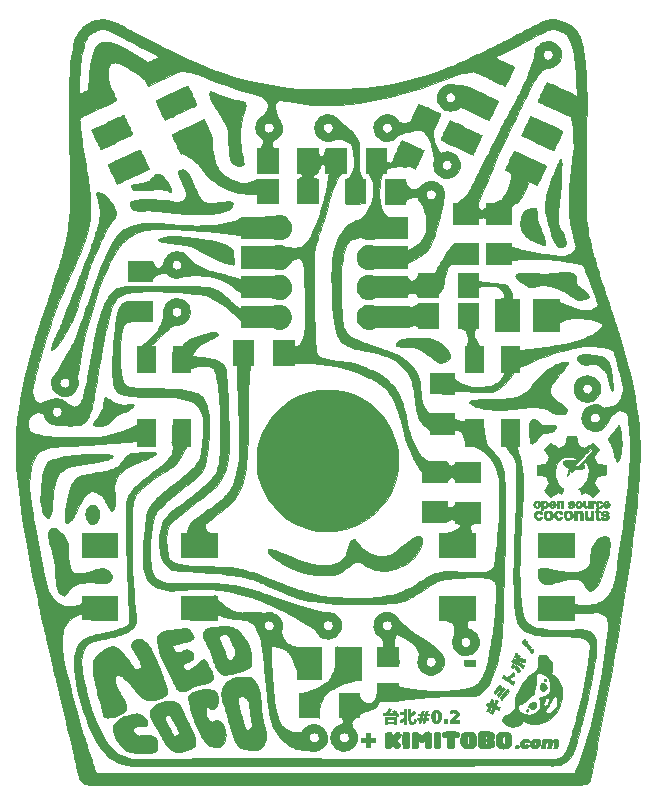
<source format=gbr>
G04 #@! TF.FileFunction,Soldermask,Top*
%FSLAX46Y46*%
G04 Gerber Fmt 4.6, Leading zero omitted, Abs format (unit mm)*
G04 Created by KiCad (PCBNEW 4.0.4-snap1-stable) date Tue Apr 11 15:34:12 2017*
%MOMM*%
%LPD*%
G01*
G04 APERTURE LIST*
%ADD10C,0.100000*%
%ADD11C,0.010000*%
G04 APERTURE END LIST*
D10*
D11*
G36*
X108004191Y-75742513D02*
X108238307Y-75783402D01*
X108483167Y-75855754D01*
X108744309Y-75960423D01*
X108932756Y-76049862D01*
X109109540Y-76141530D01*
X109254181Y-76224388D01*
X109374459Y-76303698D01*
X109478158Y-76384721D01*
X109573060Y-76472717D01*
X109601836Y-76502157D01*
X109738532Y-76661845D01*
X109862105Y-76842925D01*
X109973760Y-77048436D01*
X110074701Y-77281417D01*
X110166134Y-77544909D01*
X110249264Y-77841951D01*
X110325295Y-78175582D01*
X110381457Y-78468843D01*
X110424512Y-78724864D01*
X110463012Y-78985040D01*
X110497577Y-79255267D01*
X110528825Y-79541440D01*
X110557378Y-79849453D01*
X110583852Y-80185201D01*
X110608869Y-80554580D01*
X110620438Y-80743834D01*
X110626761Y-80878113D01*
X110632253Y-81051238D01*
X110636926Y-81259728D01*
X110640786Y-81500102D01*
X110643844Y-81768881D01*
X110646108Y-82062584D01*
X110647588Y-82377732D01*
X110648292Y-82710844D01*
X110648230Y-83058441D01*
X110647409Y-83417041D01*
X110645841Y-83783165D01*
X110643532Y-84153334D01*
X110640493Y-84524066D01*
X110636733Y-84891881D01*
X110632259Y-85253301D01*
X110627082Y-85604843D01*
X110621211Y-85943029D01*
X110614654Y-86264379D01*
X110607420Y-86565411D01*
X110605172Y-86649334D01*
X110597475Y-86953104D01*
X110590508Y-87275598D01*
X110584279Y-87613373D01*
X110578798Y-87962985D01*
X110574072Y-88320988D01*
X110570112Y-88683940D01*
X110566926Y-89048396D01*
X110564524Y-89410912D01*
X110562914Y-89768045D01*
X110562106Y-90116349D01*
X110562108Y-90452381D01*
X110562930Y-90772698D01*
X110564581Y-91073854D01*
X110567069Y-91352406D01*
X110570404Y-91604910D01*
X110574595Y-91827922D01*
X110579651Y-92017997D01*
X110585580Y-92171693D01*
X110590436Y-92258500D01*
X110625045Y-92681341D01*
X110672480Y-93102110D01*
X110733895Y-93527369D01*
X110810443Y-93963681D01*
X110903278Y-94417611D01*
X111013553Y-94895722D01*
X111142421Y-95404576D01*
X111145093Y-95414720D01*
X111190012Y-95584032D01*
X111234160Y-95747836D01*
X111278373Y-95908801D01*
X111323490Y-96069599D01*
X111370348Y-96232900D01*
X111419783Y-96401376D01*
X111472634Y-96577697D01*
X111529738Y-96764535D01*
X111591931Y-96964559D01*
X111660052Y-97180442D01*
X111734937Y-97414853D01*
X111817425Y-97670464D01*
X111908352Y-97949946D01*
X112008556Y-98255970D01*
X112118874Y-98591206D01*
X112240144Y-98958326D01*
X112373202Y-99360000D01*
X112518887Y-99798899D01*
X112531267Y-99836167D01*
X112659327Y-100221773D01*
X112774945Y-100570276D01*
X112879104Y-100884723D01*
X112972788Y-101168157D01*
X113056981Y-101423625D01*
X113132668Y-101654171D01*
X113200832Y-101862841D01*
X113262457Y-102052680D01*
X113318527Y-102226733D01*
X113370026Y-102388046D01*
X113417938Y-102539664D01*
X113463246Y-102684631D01*
X113506936Y-102825994D01*
X113549991Y-102966798D01*
X113593394Y-103110087D01*
X113638130Y-103258907D01*
X113650079Y-103298806D01*
X113922904Y-104242745D01*
X114167519Y-105157718D01*
X114384273Y-106046002D01*
X114573518Y-106909877D01*
X114735606Y-107751622D01*
X114870887Y-108573514D01*
X114979714Y-109377834D01*
X115062437Y-110166859D01*
X115119408Y-110942868D01*
X115150979Y-111708140D01*
X115157500Y-112464953D01*
X115146874Y-113006164D01*
X115128155Y-113513895D01*
X115103643Y-114027149D01*
X115073012Y-114549707D01*
X115035933Y-115085346D01*
X114992081Y-115637847D01*
X114941127Y-116210986D01*
X114882746Y-116808543D01*
X114816609Y-117434297D01*
X114742391Y-118092027D01*
X114659763Y-118785511D01*
X114616026Y-119140167D01*
X114501647Y-120030964D01*
X114375698Y-120960732D01*
X114238463Y-121927804D01*
X114090225Y-122930511D01*
X113931270Y-123967185D01*
X113761882Y-125036159D01*
X113582345Y-126135764D01*
X113392943Y-127264333D01*
X113193962Y-128420197D01*
X112985685Y-129601688D01*
X112768398Y-130807138D01*
X112542383Y-132034880D01*
X112307927Y-133283245D01*
X112065312Y-134550565D01*
X111814825Y-135835172D01*
X111556748Y-137135398D01*
X111495891Y-137438750D01*
X111415744Y-137837174D01*
X111343381Y-138196179D01*
X111278344Y-138517871D01*
X111220177Y-138804353D01*
X111168422Y-139057731D01*
X111122621Y-139280110D01*
X111082318Y-139473593D01*
X111047056Y-139640287D01*
X111016376Y-139782295D01*
X110989822Y-139901723D01*
X110966937Y-140000675D01*
X110947262Y-140081256D01*
X110930342Y-140145571D01*
X110915718Y-140195725D01*
X110902934Y-140233822D01*
X110891532Y-140261968D01*
X110881054Y-140282266D01*
X110876616Y-140289258D01*
X110786299Y-140387895D01*
X110661552Y-140471542D01*
X110573333Y-140512341D01*
X110567098Y-140514390D01*
X110558364Y-140516364D01*
X110546351Y-140518266D01*
X110530283Y-140520096D01*
X110509383Y-140521855D01*
X110482873Y-140523547D01*
X110449975Y-140525171D01*
X110409912Y-140526730D01*
X110361907Y-140528225D01*
X110305182Y-140529657D01*
X110238960Y-140531029D01*
X110162463Y-140532341D01*
X110074914Y-140533595D01*
X109975535Y-140534793D01*
X109863549Y-140535936D01*
X109738179Y-140537026D01*
X109598646Y-140538064D01*
X109444175Y-140539052D01*
X109273986Y-140539992D01*
X109087304Y-140540884D01*
X108883349Y-140541730D01*
X108661345Y-140542532D01*
X108420515Y-140543292D01*
X108160081Y-140544010D01*
X107879265Y-140544689D01*
X107577290Y-140545330D01*
X107253379Y-140545935D01*
X106906754Y-140546504D01*
X106536638Y-140547040D01*
X106142253Y-140547544D01*
X105722822Y-140548018D01*
X105277567Y-140548462D01*
X104805712Y-140548880D01*
X104306477Y-140549271D01*
X103779087Y-140549638D01*
X103222764Y-140549982D01*
X102636729Y-140550305D01*
X102020207Y-140550609D01*
X101372418Y-140550894D01*
X100692587Y-140551162D01*
X99979935Y-140551415D01*
X99233685Y-140551654D01*
X98453059Y-140551882D01*
X97637280Y-140552098D01*
X96785571Y-140552306D01*
X95897155Y-140552506D01*
X94971252Y-140552700D01*
X94007088Y-140552889D01*
X93003883Y-140553076D01*
X91960860Y-140553261D01*
X90877243Y-140553445D01*
X89752253Y-140553632D01*
X89480750Y-140553676D01*
X88323060Y-140553858D01*
X87206985Y-140554018D01*
X86131806Y-140554155D01*
X85096802Y-140554268D01*
X84101255Y-140554357D01*
X83144445Y-140554420D01*
X82225654Y-140554457D01*
X81344163Y-140554467D01*
X80499252Y-140554449D01*
X79690202Y-140554403D01*
X78916294Y-140554327D01*
X78176809Y-140554220D01*
X77471028Y-140554082D01*
X76798232Y-140553912D01*
X76157701Y-140553708D01*
X75548716Y-140553471D01*
X74970559Y-140553199D01*
X74422510Y-140552892D01*
X73903850Y-140552548D01*
X73413860Y-140552166D01*
X72951820Y-140551747D01*
X72517012Y-140551289D01*
X72108717Y-140550790D01*
X71726215Y-140550251D01*
X71368788Y-140549671D01*
X71035715Y-140549048D01*
X70726279Y-140548381D01*
X70439759Y-140547671D01*
X70175437Y-140546915D01*
X69932594Y-140546114D01*
X69710510Y-140545266D01*
X69508467Y-140544371D01*
X69325745Y-140543427D01*
X69161625Y-140542434D01*
X69015388Y-140541390D01*
X68886315Y-140540296D01*
X68773686Y-140539150D01*
X68676783Y-140537952D01*
X68594887Y-140536699D01*
X68527278Y-140535393D01*
X68473237Y-140534031D01*
X68432045Y-140532613D01*
X68402983Y-140531138D01*
X68385332Y-140529606D01*
X68379870Y-140528645D01*
X68207782Y-140465274D01*
X68046183Y-140375269D01*
X67903073Y-140264782D01*
X67786451Y-140139962D01*
X67705963Y-140010500D01*
X67671242Y-139922408D01*
X67640207Y-139820032D01*
X67625698Y-139756500D01*
X67616577Y-139713076D01*
X67598526Y-139632164D01*
X67572405Y-139517461D01*
X67539071Y-139372665D01*
X67499384Y-139201474D01*
X67454203Y-139007585D01*
X67404386Y-138794696D01*
X67350793Y-138566504D01*
X67294282Y-138326708D01*
X67254511Y-138158417D01*
X67060815Y-137339680D01*
X66876593Y-136560879D01*
X66701554Y-135820759D01*
X66535404Y-135118064D01*
X66377853Y-134451540D01*
X66228606Y-133819931D01*
X66087373Y-133221982D01*
X65953860Y-132656438D01*
X65827775Y-132122044D01*
X65708827Y-131617544D01*
X65596722Y-131141682D01*
X65491169Y-130693205D01*
X65391874Y-130270857D01*
X65298546Y-129873382D01*
X65210893Y-129499525D01*
X65128621Y-129148032D01*
X65051439Y-128817647D01*
X64979054Y-128507114D01*
X64911174Y-128215178D01*
X64847507Y-127940585D01*
X64787760Y-127682079D01*
X64731641Y-127438405D01*
X64678858Y-127208308D01*
X64629118Y-126990532D01*
X64582129Y-126783822D01*
X64537599Y-126586924D01*
X64495235Y-126398581D01*
X64454744Y-126217538D01*
X64415836Y-126042542D01*
X64378217Y-125872335D01*
X64341594Y-125705664D01*
X64305676Y-125541272D01*
X64270171Y-125377905D01*
X64234785Y-125214307D01*
X64199227Y-125049223D01*
X64173465Y-124929250D01*
X63942162Y-123834378D01*
X63726360Y-122778669D01*
X63526026Y-121761902D01*
X63341128Y-120783859D01*
X63171636Y-119844320D01*
X63017516Y-118943068D01*
X62878736Y-118079882D01*
X62755266Y-117254544D01*
X62647072Y-116466835D01*
X62554124Y-115716536D01*
X62476388Y-115003427D01*
X62413833Y-114327290D01*
X62366428Y-113687906D01*
X62334139Y-113085056D01*
X62316936Y-112518520D01*
X62313828Y-112176334D01*
X62328597Y-111378790D01*
X62373295Y-110563742D01*
X62438245Y-109840001D01*
X63331135Y-109840001D01*
X63334698Y-109920197D01*
X63337481Y-109955182D01*
X63353668Y-110099694D01*
X63376888Y-110240215D01*
X63404849Y-110365595D01*
X63435261Y-110464685D01*
X63448778Y-110496975D01*
X63514840Y-110590976D01*
X63620476Y-110677608D01*
X63765961Y-110756949D01*
X63951570Y-110829078D01*
X64177578Y-110894072D01*
X64444260Y-110952011D01*
X64751891Y-111002973D01*
X65100747Y-111047035D01*
X65491102Y-111084277D01*
X65520083Y-111086638D01*
X65716632Y-111100207D01*
X65942736Y-111111879D01*
X66193353Y-111121652D01*
X66463441Y-111129526D01*
X66747958Y-111135502D01*
X67041861Y-111139577D01*
X67340108Y-111141751D01*
X67637657Y-111142025D01*
X67929466Y-111140396D01*
X68210492Y-111136865D01*
X68475693Y-111131431D01*
X68720028Y-111124093D01*
X68938453Y-111114851D01*
X69125927Y-111103703D01*
X69277407Y-111090651D01*
X69308916Y-111087107D01*
X69898989Y-110996800D01*
X70482361Y-110867981D01*
X71054208Y-110702097D01*
X71609706Y-110500594D01*
X72144030Y-110264919D01*
X72288124Y-110193545D01*
X72557999Y-110056532D01*
X72557999Y-109835849D01*
X72558000Y-109615167D01*
X74082000Y-109615167D01*
X74082000Y-111837667D01*
X72558000Y-111837667D01*
X72558000Y-111456167D01*
X72478625Y-111467136D01*
X72441364Y-111471025D01*
X72366579Y-111477753D01*
X72258956Y-111486935D01*
X72123181Y-111498186D01*
X71963939Y-111511121D01*
X71785918Y-111525354D01*
X71593803Y-111540500D01*
X71446750Y-111551959D01*
X70849295Y-111597780D01*
X70274162Y-111640875D01*
X69723405Y-111681109D01*
X69199078Y-111718343D01*
X68703236Y-111752442D01*
X68237933Y-111783267D01*
X67805222Y-111810682D01*
X67407159Y-111834550D01*
X67045798Y-111854733D01*
X66723193Y-111871095D01*
X66536083Y-111879581D01*
X66255599Y-111892285D01*
X66012991Y-111904976D01*
X65803807Y-111918210D01*
X65623595Y-111932543D01*
X65467900Y-111948531D01*
X65332272Y-111966730D01*
X65212256Y-111987696D01*
X65103400Y-112011985D01*
X65001251Y-112040152D01*
X64901356Y-112072754D01*
X64854550Y-112089536D01*
X64616791Y-112194051D01*
X64406066Y-112323933D01*
X64220854Y-112481169D01*
X64059635Y-112667752D01*
X63920887Y-112885670D01*
X63803090Y-113136913D01*
X63704725Y-113423471D01*
X63638699Y-113680831D01*
X63602167Y-113865294D01*
X63567299Y-114081943D01*
X63535177Y-114320633D01*
X63506884Y-114571220D01*
X63483503Y-114823560D01*
X63466117Y-115067509D01*
X63455809Y-115292922D01*
X63453463Y-115416284D01*
X63457220Y-115522275D01*
X63469338Y-115667382D01*
X63489411Y-115849310D01*
X63517033Y-116065758D01*
X63551796Y-116314429D01*
X63593294Y-116593025D01*
X63641122Y-116899248D01*
X63694872Y-117230799D01*
X63754139Y-117585381D01*
X63818515Y-117960695D01*
X63887594Y-118354443D01*
X63960971Y-118764328D01*
X64038238Y-119188050D01*
X64118988Y-119623312D01*
X64202817Y-120067816D01*
X64289317Y-120519263D01*
X64378081Y-120975356D01*
X64468704Y-121433796D01*
X64560779Y-121892285D01*
X64653899Y-122348525D01*
X64747659Y-122800219D01*
X64819909Y-123142894D01*
X64863229Y-123346529D01*
X64899371Y-123514167D01*
X64929933Y-123651221D01*
X64956519Y-123763108D01*
X64980728Y-123855241D01*
X65004161Y-123933037D01*
X65028420Y-124001909D01*
X65055104Y-124067274D01*
X65085816Y-124134545D01*
X65122155Y-124209139D01*
X65154035Y-124273084D01*
X65269914Y-124488701D01*
X65387758Y-124673278D01*
X65514987Y-124837752D01*
X65604577Y-124937319D01*
X65753690Y-125081246D01*
X65901418Y-125193921D01*
X66058242Y-125281064D01*
X66234639Y-125348390D01*
X66441088Y-125401620D01*
X66464469Y-125406527D01*
X66568269Y-125426108D01*
X66660443Y-125438357D01*
X66755046Y-125444230D01*
X66866133Y-125444684D01*
X66980583Y-125441642D01*
X67192794Y-125428028D01*
X67376154Y-125401283D01*
X67542832Y-125358736D01*
X67704996Y-125297718D01*
X67769041Y-125268624D01*
X67922500Y-125195920D01*
X67922500Y-124558834D01*
X70928166Y-124558834D01*
X70928166Y-126569951D01*
X69430625Y-126564517D01*
X67933083Y-126559084D01*
X67927098Y-126320959D01*
X67924170Y-126217930D01*
X67920440Y-126149945D01*
X67914216Y-126109724D01*
X67903808Y-126089986D01*
X67887523Y-126083451D01*
X67871779Y-126082834D01*
X67705426Y-126102328D01*
X67528095Y-126159303D01*
X67343380Y-126251494D01*
X67154882Y-126376637D01*
X66966196Y-126532468D01*
X66780920Y-126716721D01*
X66677433Y-126834533D01*
X66574313Y-126965763D01*
X66488072Y-127095279D01*
X66417382Y-127228253D01*
X66360913Y-127369857D01*
X66317336Y-127525262D01*
X66285323Y-127699641D01*
X66263544Y-127898165D01*
X66250671Y-128126007D01*
X66245374Y-128388337D01*
X66245103Y-128517000D01*
X66247788Y-128805720D01*
X66255047Y-129060960D01*
X66267811Y-129291420D01*
X66287011Y-129505795D01*
X66313576Y-129712783D01*
X66348438Y-129921082D01*
X66392527Y-130139389D01*
X66441805Y-130355567D01*
X66657304Y-131246167D01*
X66879424Y-132133062D01*
X67106564Y-133010318D01*
X67337123Y-133872001D01*
X67569502Y-134712179D01*
X67802100Y-135524916D01*
X68033317Y-136304280D01*
X68143769Y-136666167D01*
X68192949Y-136824208D01*
X68249176Y-137002212D01*
X68311200Y-137196422D01*
X68377775Y-137403080D01*
X68447652Y-137618430D01*
X68519582Y-137838713D01*
X68592318Y-138060172D01*
X68664610Y-138279050D01*
X68735212Y-138491590D01*
X68802874Y-138694034D01*
X68866348Y-138882625D01*
X68924386Y-139053606D01*
X68975740Y-139203219D01*
X69019161Y-139327706D01*
X69053402Y-139423311D01*
X69077214Y-139486276D01*
X69089348Y-139512843D01*
X69089561Y-139513084D01*
X69112154Y-139514559D01*
X69177047Y-139516011D01*
X69284206Y-139517440D01*
X69433596Y-139518846D01*
X69625185Y-139520229D01*
X69858938Y-139521588D01*
X70134822Y-139522924D01*
X70452803Y-139524236D01*
X70812847Y-139525524D01*
X71214920Y-139526789D01*
X71658989Y-139528030D01*
X72145019Y-139529248D01*
X72672978Y-139530441D01*
X73242831Y-139531611D01*
X73854544Y-139532756D01*
X74508084Y-139533878D01*
X75203416Y-139534975D01*
X75940508Y-139536049D01*
X76719325Y-139537098D01*
X77539834Y-139538122D01*
X78402000Y-139539123D01*
X79305791Y-139540099D01*
X80251172Y-139541050D01*
X81238109Y-139541977D01*
X82266569Y-139542879D01*
X83336517Y-139543756D01*
X84447921Y-139544609D01*
X85600746Y-139545437D01*
X86026349Y-139545729D01*
X86894541Y-139546321D01*
X87760322Y-139546917D01*
X88622410Y-139547515D01*
X89479521Y-139548116D01*
X90330373Y-139548717D01*
X91173682Y-139549318D01*
X92008167Y-139549918D01*
X92832544Y-139550515D01*
X93645531Y-139551109D01*
X94445844Y-139551699D01*
X95232201Y-139552284D01*
X96003319Y-139552863D01*
X96757915Y-139553434D01*
X97494706Y-139553997D01*
X98212410Y-139554551D01*
X98909743Y-139555095D01*
X99585423Y-139555627D01*
X100238168Y-139556147D01*
X100866693Y-139556654D01*
X101469717Y-139557147D01*
X102045957Y-139557624D01*
X102594129Y-139558085D01*
X103112951Y-139558529D01*
X103601140Y-139558954D01*
X104057414Y-139559360D01*
X104480489Y-139559746D01*
X104869083Y-139560110D01*
X105221912Y-139560452D01*
X105537695Y-139560771D01*
X105815147Y-139561065D01*
X106052987Y-139561334D01*
X106249932Y-139561577D01*
X106270903Y-139561604D01*
X109599057Y-139566000D01*
X109660653Y-139443979D01*
X109708898Y-139342861D01*
X109768478Y-139209031D01*
X109836422Y-139049620D01*
X109909760Y-138871761D01*
X109985520Y-138682585D01*
X110060733Y-138489222D01*
X110086138Y-138422512D01*
X110300933Y-137828900D01*
X110510926Y-137196175D01*
X110715395Y-136527362D01*
X110913616Y-135825484D01*
X111104869Y-135093566D01*
X111288432Y-134334631D01*
X111463581Y-133551703D01*
X111629596Y-132747806D01*
X111785754Y-131925965D01*
X111931333Y-131089202D01*
X112065612Y-130240543D01*
X112107619Y-129956334D01*
X112120050Y-129868919D01*
X112137323Y-129744777D01*
X112158726Y-129589149D01*
X112183547Y-129407275D01*
X112211074Y-129204395D01*
X112240595Y-128985751D01*
X112271399Y-128756581D01*
X112302773Y-128522128D01*
X112320390Y-128390000D01*
X112357085Y-128113357D01*
X112388214Y-127874914D01*
X112413980Y-127670933D01*
X112434587Y-127497675D01*
X112450235Y-127351403D01*
X112461128Y-127228376D01*
X112467469Y-127124858D01*
X112469459Y-127037110D01*
X112467301Y-126961393D01*
X112461199Y-126893969D01*
X112451353Y-126831100D01*
X112437968Y-126769047D01*
X112421245Y-126704071D01*
X112413294Y-126675082D01*
X112341074Y-126469778D01*
X112247601Y-126300492D01*
X112131654Y-126165947D01*
X111992012Y-126064867D01*
X111827452Y-125995975D01*
X111743146Y-125974761D01*
X111683023Y-125967984D01*
X111583201Y-125963903D01*
X111446224Y-125962467D01*
X111274637Y-125963626D01*
X111070985Y-125967327D01*
X110837811Y-125973519D01*
X110577661Y-125982151D01*
X110293079Y-125993172D01*
X109986611Y-126006530D01*
X109848375Y-126012997D01*
X109578500Y-126025873D01*
X109578500Y-126569667D01*
X106572833Y-126569667D01*
X106572833Y-124558834D01*
X109578500Y-124558834D01*
X109578500Y-124908084D01*
X109579304Y-125044781D01*
X109581945Y-125143644D01*
X109586759Y-125209143D01*
X109594084Y-125245749D01*
X109604260Y-125257935D01*
X109604958Y-125257987D01*
X109637750Y-125260928D01*
X109699891Y-125268090D01*
X109778776Y-125278007D01*
X109790166Y-125279496D01*
X110044772Y-125307000D01*
X110303059Y-125323926D01*
X110551767Y-125329771D01*
X110777634Y-125324035D01*
X110845548Y-125319462D01*
X111158881Y-125279727D01*
X111443841Y-125211861D01*
X111702627Y-125114239D01*
X111937436Y-124985236D01*
X112150468Y-124823228D01*
X112343920Y-124626590D01*
X112519991Y-124393698D01*
X112680879Y-124122926D01*
X112802131Y-123873482D01*
X112848688Y-123768259D01*
X112889548Y-123672586D01*
X112925620Y-123582456D01*
X112957816Y-123493860D01*
X112987045Y-123402793D01*
X113014219Y-123305247D01*
X113040246Y-123197215D01*
X113066038Y-123074690D01*
X113092505Y-122933666D01*
X113120558Y-122770134D01*
X113151105Y-122580088D01*
X113185059Y-122359521D01*
X113223329Y-122104426D01*
X113259544Y-121860084D01*
X113347661Y-121261804D01*
X113429399Y-120702386D01*
X113505153Y-120178902D01*
X113575316Y-119688424D01*
X113640283Y-119228026D01*
X113700448Y-118794780D01*
X113756204Y-118385759D01*
X113807946Y-117998036D01*
X113856067Y-117628684D01*
X113900962Y-117274775D01*
X113943024Y-116933383D01*
X113982647Y-116601580D01*
X114020225Y-116276440D01*
X114056153Y-115955034D01*
X114064315Y-115880500D01*
X114129338Y-115256963D01*
X114184094Y-114670211D01*
X114228659Y-114115980D01*
X114263106Y-113590005D01*
X114287511Y-113088021D01*
X114301948Y-112605763D01*
X114306491Y-112138965D01*
X114301216Y-111683364D01*
X114286196Y-111234693D01*
X114261506Y-110788688D01*
X114227221Y-110341084D01*
X114183416Y-109887616D01*
X114171105Y-109773917D01*
X114151743Y-109598231D01*
X114136289Y-109459697D01*
X114123758Y-109353417D01*
X114113166Y-109274494D01*
X114103525Y-109218031D01*
X114093852Y-109179129D01*
X114083161Y-109152891D01*
X114070467Y-109134420D01*
X114054783Y-109118818D01*
X114035910Y-109101909D01*
X113902215Y-108998484D01*
X113757985Y-108921197D01*
X113612025Y-108873498D01*
X113473136Y-108858843D01*
X113425457Y-108862465D01*
X113330433Y-108881037D01*
X113243632Y-108912931D01*
X113157375Y-108962889D01*
X113063986Y-109035650D01*
X112955786Y-109135955D01*
X112911908Y-109179542D01*
X112672997Y-109449341D01*
X112467273Y-109744825D01*
X112349496Y-109953834D01*
X112232318Y-110139332D01*
X112091077Y-110293862D01*
X111930266Y-110416740D01*
X111754382Y-110507282D01*
X111567919Y-110564804D01*
X111375374Y-110588621D01*
X111181242Y-110578051D01*
X110990018Y-110532408D01*
X110806197Y-110451010D01*
X110634275Y-110333172D01*
X110525887Y-110231272D01*
X110393083Y-110062568D01*
X110298193Y-109883065D01*
X110239474Y-109696779D01*
X110215186Y-109507726D01*
X110218760Y-109427801D01*
X110920073Y-109427801D01*
X110927601Y-109543233D01*
X110969978Y-109656320D01*
X111035165Y-109745420D01*
X111140096Y-109829769D01*
X111257467Y-109874415D01*
X111383503Y-109878757D01*
X111514424Y-109842193D01*
X111547044Y-109826811D01*
X111641610Y-109756660D01*
X111708608Y-109662188D01*
X111746985Y-109552077D01*
X111755683Y-109435011D01*
X111733648Y-109319672D01*
X111679823Y-109214742D01*
X111628434Y-109157268D01*
X111526975Y-109085005D01*
X111418305Y-109050597D01*
X111312687Y-109047872D01*
X111185603Y-109075425D01*
X111080158Y-109133835D01*
X110998993Y-109216462D01*
X110944751Y-109316664D01*
X110920073Y-109427801D01*
X110218760Y-109427801D01*
X110223586Y-109319921D01*
X110262930Y-109137381D01*
X110331478Y-108964120D01*
X110427486Y-108804154D01*
X110549213Y-108661500D01*
X110694916Y-108540172D01*
X110862853Y-108444186D01*
X111051282Y-108377558D01*
X111258460Y-108344304D01*
X111345916Y-108341246D01*
X111545757Y-108356140D01*
X111725596Y-108403072D01*
X111896585Y-108485422D01*
X111964321Y-108528573D01*
X112107916Y-108626057D01*
X112325368Y-108602590D01*
X112511672Y-108572619D01*
X112699469Y-108524610D01*
X112875109Y-108462813D01*
X113024942Y-108391480D01*
X113049792Y-108376942D01*
X113177038Y-108283795D01*
X113298511Y-108166202D01*
X113402570Y-108036846D01*
X113475384Y-107913150D01*
X113523695Y-107795684D01*
X113574107Y-107648113D01*
X113623066Y-107482286D01*
X113667021Y-107310052D01*
X113695608Y-107178577D01*
X113731044Y-107000142D01*
X113632383Y-106556113D01*
X113545412Y-106176935D01*
X113446808Y-105768754D01*
X113339346Y-105342373D01*
X113225804Y-104908594D01*
X113108956Y-104478220D01*
X112991578Y-104062054D01*
X112990675Y-104058917D01*
X112960819Y-103960339D01*
X112932054Y-103888107D01*
X112896865Y-103834655D01*
X112847737Y-103792416D01*
X112777157Y-103753825D01*
X112677611Y-103711316D01*
X112624371Y-103690083D01*
X112339002Y-103593695D01*
X112023620Y-103517165D01*
X111686053Y-103461371D01*
X111334129Y-103427194D01*
X110975676Y-103415516D01*
X110618523Y-103427216D01*
X110430645Y-103443385D01*
X109987098Y-103503133D01*
X109513695Y-103591590D01*
X109011414Y-103708456D01*
X108481233Y-103853432D01*
X107924127Y-104026219D01*
X107341075Y-104226517D01*
X106733052Y-104454027D01*
X106101037Y-104708449D01*
X105584274Y-104928776D01*
X105451696Y-104987025D01*
X105324275Y-105043715D01*
X105210001Y-105095236D01*
X105116865Y-105137981D01*
X105052857Y-105168340D01*
X105043541Y-105172967D01*
X104921833Y-105234276D01*
X104921833Y-105635834D01*
X104711158Y-105635833D01*
X104500482Y-105635833D01*
X104358998Y-105850409D01*
X104158236Y-106133842D01*
X103946274Y-106393494D01*
X103726633Y-106625998D01*
X103502837Y-106827989D01*
X103278407Y-106996101D01*
X103056867Y-107126968D01*
X102988843Y-107159667D01*
X102888736Y-107203766D01*
X102799705Y-107238902D01*
X102715071Y-107266063D01*
X102628155Y-107286238D01*
X102532277Y-107300417D01*
X102420760Y-107309588D01*
X102286923Y-107314740D01*
X102124089Y-107316864D01*
X101926750Y-107316950D01*
X101701651Y-107315254D01*
X101507671Y-107311161D01*
X101333633Y-107304143D01*
X101168364Y-107293672D01*
X101000690Y-107279219D01*
X100889583Y-107267917D01*
X100734407Y-107252951D01*
X100565490Y-107239399D01*
X100389359Y-107227533D01*
X100212545Y-107217624D01*
X100041577Y-107209946D01*
X99882983Y-107204769D01*
X99743293Y-107202366D01*
X99629037Y-107203008D01*
X99546742Y-107206967D01*
X99516926Y-107210758D01*
X99471062Y-107221383D01*
X99448284Y-107239046D01*
X99440510Y-107276250D01*
X99439666Y-107330327D01*
X99439666Y-107435403D01*
X97375916Y-107424417D01*
X97370387Y-106561875D01*
X97364858Y-105699334D01*
X99439666Y-105699334D01*
X99439666Y-106141394D01*
X99556946Y-106242646D01*
X99819214Y-106441450D01*
X100105449Y-106606986D01*
X100410736Y-106736935D01*
X100730159Y-106828982D01*
X100851696Y-106853100D01*
X100964008Y-106867250D01*
X101107825Y-106877194D01*
X101272519Y-106882840D01*
X101447460Y-106884096D01*
X101622022Y-106880868D01*
X101785575Y-106873063D01*
X101911709Y-106862363D01*
X102205427Y-106818677D01*
X102483950Y-106753935D01*
X102739878Y-106670316D01*
X102965808Y-106570001D01*
X103037845Y-106530527D01*
X103173741Y-106437513D01*
X103307146Y-106320789D01*
X103427939Y-106190874D01*
X103526004Y-106058287D01*
X103573945Y-105973213D01*
X103612282Y-105885983D01*
X103643889Y-105800429D01*
X103662704Y-105733198D01*
X103664038Y-105725792D01*
X103678410Y-105635834D01*
X103397833Y-105635834D01*
X103397833Y-103412799D01*
X104154541Y-103418358D01*
X104911250Y-103423917D01*
X104917433Y-103600730D01*
X104923616Y-103777544D01*
X104991516Y-103765415D01*
X105026268Y-103760311D01*
X105098419Y-103750582D01*
X105203354Y-103736822D01*
X105336462Y-103719624D01*
X105493129Y-103699581D01*
X105668744Y-103677288D01*
X105858693Y-103653337D01*
X106001333Y-103635451D01*
X106356801Y-103590677D01*
X106674305Y-103549997D01*
X106957958Y-103512832D01*
X107211869Y-103478604D01*
X107440150Y-103446733D01*
X107646912Y-103416639D01*
X107836266Y-103387744D01*
X108012323Y-103359469D01*
X108179195Y-103331233D01*
X108255275Y-103317873D01*
X108779113Y-103217466D01*
X109262349Y-103109425D01*
X109706087Y-102993390D01*
X110111429Y-102869001D01*
X110479479Y-102735897D01*
X110811338Y-102593718D01*
X111108111Y-102442104D01*
X111314166Y-102318215D01*
X111439330Y-102228056D01*
X111567229Y-102119802D01*
X111689460Y-102001911D01*
X111797619Y-101882842D01*
X111883301Y-101771056D01*
X111923984Y-101704379D01*
X111993712Y-101572340D01*
X111865588Y-101489530D01*
X111683956Y-101388740D01*
X111466377Y-101296693D01*
X111218687Y-101215303D01*
X110946718Y-101146489D01*
X110656304Y-101092166D01*
X110655964Y-101092113D01*
X110529814Y-101076865D01*
X110375444Y-101065193D01*
X110201248Y-101057105D01*
X110015623Y-101052610D01*
X109826963Y-101051718D01*
X109643665Y-101054437D01*
X109474123Y-101060775D01*
X109326734Y-101070742D01*
X109209892Y-101084347D01*
X109174829Y-101090557D01*
X108930622Y-101150531D01*
X108721450Y-101225272D01*
X108541905Y-101317035D01*
X108409041Y-101409704D01*
X108329666Y-101473085D01*
X108329666Y-102141014D01*
X108229125Y-102147465D01*
X108187624Y-102148664D01*
X108108517Y-102149547D01*
X107996526Y-102150112D01*
X107856377Y-102150354D01*
X107692794Y-102150271D01*
X107510502Y-102149860D01*
X107314225Y-102149117D01*
X107139041Y-102148217D01*
X106149500Y-102142517D01*
X106149500Y-99391282D01*
X107234291Y-99396766D01*
X108319083Y-99402250D01*
X108325309Y-99519871D01*
X108331535Y-99637493D01*
X108579309Y-99750209D01*
X108931449Y-99903635D01*
X109273673Y-100039402D01*
X109600455Y-100155579D01*
X109906274Y-100250233D01*
X110185605Y-100321433D01*
X110254968Y-100336223D01*
X110392752Y-100362034D01*
X110507477Y-100377426D01*
X110616664Y-100384044D01*
X110737834Y-100383529D01*
X110754386Y-100383055D01*
X110860172Y-100378959D01*
X110936843Y-100372381D01*
X110997615Y-100360405D01*
X111055704Y-100340114D01*
X111124328Y-100308593D01*
X111150807Y-100295591D01*
X111290910Y-100212895D01*
X111415088Y-100113659D01*
X111513947Y-100006270D01*
X111566168Y-99924750D01*
X111611000Y-99836872D01*
X111471092Y-99471394D01*
X111435918Y-99380077D01*
X111387294Y-99254690D01*
X111327298Y-99100548D01*
X111258006Y-98922964D01*
X111181493Y-98727252D01*
X111099836Y-98518728D01*
X111015112Y-98302704D01*
X110929396Y-98084495D01*
X110902395Y-98015834D01*
X110819339Y-97804598D01*
X110738627Y-97599159D01*
X110662024Y-97404021D01*
X110591295Y-97223688D01*
X110528206Y-97062663D01*
X110474521Y-96925450D01*
X110432007Y-96816553D01*
X110402426Y-96740475D01*
X110393667Y-96717786D01*
X110352392Y-96616011D01*
X110319163Y-96548461D01*
X110290295Y-96508685D01*
X110264099Y-96490952D01*
X110199030Y-96471264D01*
X110097049Y-96446923D01*
X109963221Y-96418770D01*
X109802609Y-96387647D01*
X109620276Y-96354395D01*
X109421287Y-96319856D01*
X109210706Y-96284872D01*
X108993595Y-96250285D01*
X108775019Y-96216935D01*
X108560041Y-96185665D01*
X108353726Y-96157317D01*
X108161136Y-96132731D01*
X107991000Y-96113142D01*
X107461693Y-96064681D01*
X106934896Y-96032734D01*
X106416553Y-96017277D01*
X105912610Y-96018283D01*
X105429013Y-96035726D01*
X104971707Y-96069580D01*
X104546638Y-96119819D01*
X104487916Y-96128480D01*
X104255083Y-96163750D01*
X104242565Y-96449500D01*
X102170166Y-96449500D01*
X102170166Y-94713834D01*
X104242565Y-94713834D01*
X104248824Y-94855736D01*
X104255083Y-94997639D01*
X104741916Y-95119994D01*
X105220436Y-95237170D01*
X105680720Y-95343708D01*
X106120557Y-95439238D01*
X106537739Y-95523390D01*
X106930055Y-95595794D01*
X107295297Y-95656082D01*
X107631254Y-95703883D01*
X107935717Y-95738828D01*
X108206477Y-95760548D01*
X108441323Y-95768672D01*
X108599390Y-95765267D01*
X108802314Y-95744449D01*
X108976749Y-95703502D01*
X109132940Y-95639373D01*
X109247086Y-95572367D01*
X109352130Y-95491118D01*
X109462617Y-95386370D01*
X109567202Y-95270401D01*
X109654541Y-95155486D01*
X109698453Y-95083912D01*
X109763066Y-94963498D01*
X109712315Y-94801624D01*
X109600241Y-94428899D01*
X109496879Y-94054727D01*
X109404555Y-93688440D01*
X109325593Y-93339370D01*
X109262320Y-93016851D01*
X109250110Y-92946694D01*
X109211936Y-92701933D01*
X109182259Y-92464797D01*
X109160358Y-92225502D01*
X109145513Y-91974267D01*
X109137004Y-91701307D01*
X109134109Y-91396840D01*
X109134098Y-91371392D01*
X109134859Y-91170642D01*
X109137267Y-90977152D01*
X109141609Y-90787379D01*
X109148172Y-90597779D01*
X109157245Y-90404807D01*
X109169115Y-90204920D01*
X109184069Y-89994574D01*
X109202395Y-89770224D01*
X109224380Y-89528327D01*
X109250312Y-89265339D01*
X109280478Y-88977716D01*
X109315166Y-88661913D01*
X109354663Y-88314388D01*
X109399256Y-87931595D01*
X109443331Y-87559500D01*
X109560621Y-86575250D01*
X109536837Y-85940250D01*
X109526237Y-85665136D01*
X109516239Y-85427911D01*
X109506337Y-85224144D01*
X109496027Y-85049405D01*
X109484803Y-84899264D01*
X109472159Y-84769292D01*
X109457591Y-84655057D01*
X109440594Y-84552129D01*
X109420661Y-84456079D01*
X109397288Y-84362476D01*
X109369970Y-84266891D01*
X109338201Y-84164891D01*
X109332251Y-84146375D01*
X109294365Y-84034680D01*
X109264815Y-83961707D01*
X109242184Y-83924983D01*
X109225058Y-83922033D01*
X109214773Y-83941097D01*
X109195298Y-83935194D01*
X109141226Y-83913043D01*
X109056292Y-83876362D01*
X108944228Y-83826873D01*
X108808769Y-83766293D01*
X108653648Y-83696344D01*
X108482600Y-83618743D01*
X108299360Y-83535211D01*
X108107659Y-83447467D01*
X107911234Y-83357230D01*
X107713817Y-83266221D01*
X107519142Y-83176158D01*
X107330944Y-83088761D01*
X107152956Y-83005750D01*
X106988913Y-82928843D01*
X106842549Y-82859761D01*
X106717596Y-82800223D01*
X106617790Y-82751949D01*
X106546864Y-82716658D01*
X106508553Y-82696069D01*
X106503358Y-82692490D01*
X106507594Y-82669945D01*
X106528309Y-82614362D01*
X106563231Y-82530545D01*
X106610089Y-82423300D01*
X106666611Y-82297433D01*
X106730526Y-82157747D01*
X106799562Y-82009049D01*
X106871448Y-81856144D01*
X106943913Y-81703837D01*
X107014685Y-81556934D01*
X107081493Y-81420238D01*
X107142065Y-81298557D01*
X107194131Y-81196694D01*
X107235417Y-81119455D01*
X107263655Y-81071646D01*
X107276084Y-81057763D01*
X107299480Y-81067733D01*
X107357926Y-81094146D01*
X107448141Y-81135483D01*
X107566843Y-81190224D01*
X107710750Y-81256849D01*
X107876579Y-81333836D01*
X108061050Y-81419666D01*
X108260879Y-81512820D01*
X108472786Y-81611775D01*
X108544150Y-81645138D01*
X108758915Y-81745454D01*
X108962396Y-81840279D01*
X109151350Y-81928114D01*
X109322533Y-82007462D01*
X109472701Y-82076826D01*
X109598609Y-82134708D01*
X109697015Y-82179611D01*
X109764673Y-82210038D01*
X109798340Y-82224491D01*
X109801457Y-82225500D01*
X109805442Y-82205171D01*
X109807704Y-82147456D01*
X109808353Y-82057262D01*
X109807501Y-81939496D01*
X109805259Y-81799066D01*
X109801737Y-81640879D01*
X109797047Y-81469842D01*
X109791300Y-81290863D01*
X109784607Y-81108848D01*
X109777079Y-80928706D01*
X109768826Y-80755343D01*
X109767690Y-80733250D01*
X109738174Y-80243317D01*
X109702361Y-79793069D01*
X109659839Y-79380268D01*
X109610198Y-79002679D01*
X109553027Y-78658064D01*
X109487914Y-78344185D01*
X109414450Y-78058807D01*
X109332221Y-77799692D01*
X109240819Y-77564602D01*
X109149903Y-77370796D01*
X109068259Y-77225124D01*
X108984189Y-77108333D01*
X108888394Y-77011271D01*
X108771573Y-76924786D01*
X108624427Y-76839727D01*
X108594250Y-76823989D01*
X108377769Y-76720456D01*
X108185210Y-76646187D01*
X108011192Y-76599894D01*
X107850331Y-76580288D01*
X107697246Y-76586084D01*
X107637575Y-76595117D01*
X107540670Y-76616308D01*
X107434869Y-76646616D01*
X107317166Y-76687412D01*
X107184559Y-76740071D01*
X107034042Y-76805964D01*
X106862611Y-76886465D01*
X106667263Y-76982946D01*
X106444993Y-77096780D01*
X106192796Y-77229340D01*
X105907670Y-77382000D01*
X105863750Y-77405704D01*
X105484534Y-77609567D01*
X105106688Y-77810784D01*
X104736101Y-78006279D01*
X104378662Y-78192976D01*
X104040258Y-78367800D01*
X103726779Y-78527674D01*
X103444159Y-78669500D01*
X103300773Y-78741083D01*
X103170464Y-78806793D01*
X103057848Y-78864251D01*
X102967539Y-78911077D01*
X102904153Y-78944893D01*
X102872302Y-78963318D01*
X102869425Y-78965834D01*
X102888062Y-78976713D01*
X102941170Y-79003479D01*
X103024799Y-79044242D01*
X103134999Y-79097113D01*
X103267820Y-79160204D01*
X103419312Y-79231625D01*
X103585526Y-79309487D01*
X103685311Y-79356013D01*
X103858541Y-79436885D01*
X104019632Y-79512547D01*
X104164578Y-79581085D01*
X104289374Y-79640583D01*
X104390014Y-79689125D01*
X104462491Y-79724798D01*
X104502801Y-79745684D01*
X104509832Y-79750212D01*
X104503366Y-79772136D01*
X104480824Y-79827183D01*
X104444464Y-79910548D01*
X104396541Y-80017427D01*
X104339314Y-80143017D01*
X104275039Y-80282514D01*
X104205973Y-80431112D01*
X104134374Y-80584009D01*
X104062498Y-80736400D01*
X103992602Y-80883481D01*
X103926943Y-81020448D01*
X103867779Y-81142497D01*
X103817367Y-81244824D01*
X103777963Y-81322625D01*
X103751824Y-81371095D01*
X103741466Y-81385663D01*
X103720154Y-81376282D01*
X103663654Y-81350405D01*
X103575115Y-81309495D01*
X103457682Y-81255018D01*
X103314503Y-81188436D01*
X103148725Y-81111215D01*
X102963494Y-81024819D01*
X102761958Y-80930711D01*
X102547264Y-80830357D01*
X102410839Y-80766538D01*
X102188873Y-80662959D01*
X101977447Y-80564854D01*
X101779791Y-80473686D01*
X101599135Y-80390919D01*
X101438706Y-80318016D01*
X101301734Y-80256439D01*
X101191449Y-80207653D01*
X101111079Y-80173120D01*
X101063853Y-80154304D01*
X101052810Y-80151167D01*
X101021763Y-80154948D01*
X100954656Y-80165648D01*
X100857019Y-80182299D01*
X100734386Y-80203934D01*
X100592288Y-80229587D01*
X100436256Y-80258291D01*
X100380497Y-80268671D01*
X100201821Y-80302133D01*
X100057940Y-80329693D01*
X99942029Y-80353202D01*
X99847265Y-80374514D01*
X99766827Y-80395483D01*
X99693890Y-80417962D01*
X99621632Y-80443803D01*
X99543231Y-80474861D01*
X99451862Y-80512989D01*
X99399609Y-80535102D01*
X98502262Y-80900689D01*
X97598443Y-81240208D01*
X96691249Y-81552888D01*
X95783772Y-81837957D01*
X94879109Y-82094645D01*
X93980354Y-82322178D01*
X93090601Y-82519787D01*
X92212946Y-82686699D01*
X91350482Y-82822143D01*
X90506306Y-82925347D01*
X89683512Y-82995540D01*
X89480750Y-83007882D01*
X89344270Y-83015458D01*
X89209655Y-83022852D01*
X89087826Y-83029472D01*
X88989702Y-83034722D01*
X88941000Y-83037263D01*
X88839869Y-83039546D01*
X88703148Y-83038307D01*
X88537408Y-83033852D01*
X88349217Y-83026489D01*
X88145147Y-83016524D01*
X87931767Y-83004262D01*
X87715647Y-82990012D01*
X87503357Y-82974079D01*
X87395833Y-82965160D01*
X86891729Y-82916608D01*
X86389178Y-82857384D01*
X85876349Y-82785911D01*
X85341408Y-82700609D01*
X85095906Y-82658275D01*
X84943484Y-82631698D01*
X84825784Y-82612946D01*
X84735828Y-82602562D01*
X84666636Y-82601089D01*
X84611228Y-82609069D01*
X84562627Y-82627045D01*
X84513851Y-82655560D01*
X84457921Y-82695156D01*
X84438551Y-82709390D01*
X84343920Y-82801239D01*
X84281465Y-82916370D01*
X84260280Y-82987500D01*
X84254260Y-83066657D01*
X84263854Y-83178924D01*
X84287940Y-83318524D01*
X84325398Y-83479682D01*
X84375105Y-83656621D01*
X84413840Y-83778526D01*
X84459515Y-83911777D01*
X84498095Y-84012945D01*
X84533582Y-84090800D01*
X84569978Y-84154110D01*
X84611288Y-84211645D01*
X84611913Y-84212443D01*
X84728374Y-84392731D01*
X84806812Y-84584324D01*
X84848259Y-84782383D01*
X84853748Y-84982068D01*
X84824310Y-85178540D01*
X84760979Y-85366958D01*
X84664786Y-85542484D01*
X84536763Y-85700278D01*
X84377944Y-85835500D01*
X84248930Y-85914170D01*
X84170838Y-85957078D01*
X84121035Y-85991952D01*
X84089336Y-86028410D01*
X84065550Y-86076069D01*
X84058430Y-86094002D01*
X84029180Y-86208354D01*
X84020008Y-86336203D01*
X84030854Y-86460366D01*
X84060049Y-86560157D01*
X84100262Y-86649334D01*
X84496000Y-86649334D01*
X84496000Y-88723667D01*
X82738763Y-88723667D01*
X82744256Y-87691792D01*
X82749750Y-86659917D01*
X82871180Y-86653577D01*
X82943719Y-86647171D01*
X82989477Y-86633010D01*
X83023990Y-86604413D01*
X83044694Y-86578952D01*
X83097213Y-86497898D01*
X83147851Y-86398340D01*
X83193313Y-86289741D01*
X83230299Y-86181569D01*
X83255512Y-86083288D01*
X83265655Y-86004364D01*
X83260241Y-85960277D01*
X83235958Y-85934205D01*
X83187024Y-85900967D01*
X83158651Y-85885370D01*
X83071458Y-85828061D01*
X82975420Y-85744403D01*
X82881259Y-85645586D01*
X82799696Y-85542801D01*
X82744159Y-85452698D01*
X82673338Y-85291358D01*
X82631210Y-85138728D01*
X82613438Y-84977040D01*
X82613009Y-84955106D01*
X83314620Y-84955106D01*
X83344597Y-85075109D01*
X83352652Y-85092866D01*
X83420635Y-85193672D01*
X83512049Y-85273400D01*
X83600332Y-85316595D01*
X83710598Y-85333103D01*
X83828912Y-85320636D01*
X83936779Y-85281963D01*
X83970981Y-85261114D01*
X84065116Y-85169530D01*
X84127041Y-85052905D01*
X84151974Y-84937685D01*
X84152585Y-84867575D01*
X84136627Y-84802210D01*
X84100280Y-84723894D01*
X84022015Y-84616224D01*
X83921486Y-84541504D01*
X83805396Y-84501811D01*
X83680447Y-84499224D01*
X83553343Y-84535821D01*
X83530065Y-84547085D01*
X83431791Y-84620171D01*
X83361162Y-84718576D01*
X83321123Y-84833242D01*
X83314620Y-84955106D01*
X82613009Y-84955106D01*
X82612166Y-84912055D01*
X82628406Y-84707446D01*
X82679189Y-84519896D01*
X82767614Y-84338124D01*
X82771515Y-84331584D01*
X82848395Y-84215755D01*
X82930231Y-84121621D01*
X83029747Y-84036098D01*
X83122877Y-83970243D01*
X83198252Y-83915586D01*
X83265957Y-83858871D01*
X83312415Y-83811552D01*
X83315355Y-83807799D01*
X83397223Y-83686968D01*
X83479455Y-83543586D01*
X83553142Y-83394604D01*
X83609375Y-83256972D01*
X83617634Y-83232634D01*
X83645284Y-83143726D01*
X83660034Y-83080452D01*
X83663454Y-83028662D01*
X83657116Y-82974208D01*
X83650253Y-82939017D01*
X83621997Y-82848730D01*
X83576566Y-82750121D01*
X83545993Y-82697872D01*
X83492955Y-82626741D01*
X83420219Y-82543523D01*
X83336078Y-82456268D01*
X83248824Y-82373023D01*
X83166750Y-82301838D01*
X83098148Y-82250761D01*
X83067410Y-82233344D01*
X83028338Y-82219397D01*
X82955373Y-82196874D01*
X82855601Y-82167823D01*
X82736107Y-82134294D01*
X82603975Y-82098337D01*
X82560907Y-82086845D01*
X81772802Y-81865255D01*
X80963403Y-81613684D01*
X80138988Y-81334278D01*
X79305835Y-81029180D01*
X78470218Y-80700534D01*
X78304750Y-80632745D01*
X78136940Y-80563630D01*
X78001554Y-80508340D01*
X77891897Y-80464511D01*
X77801276Y-80429779D01*
X77722998Y-80401782D01*
X77650369Y-80378157D01*
X77576697Y-80356541D01*
X77495287Y-80334569D01*
X77399446Y-80309880D01*
X77366480Y-80301489D01*
X77068708Y-80229610D01*
X76808453Y-80175020D01*
X76584680Y-80137524D01*
X76396350Y-80116926D01*
X76390866Y-80116541D01*
X76209250Y-80104053D01*
X73499916Y-81374379D01*
X73379170Y-81124738D01*
X73258423Y-80875098D01*
X73040503Y-80707248D01*
X72764398Y-80500010D01*
X72485620Y-80301082D01*
X72210781Y-80114832D01*
X71946498Y-79945631D01*
X71699384Y-79797845D01*
X71489129Y-79682601D01*
X71247054Y-79565314D01*
X71032947Y-79479233D01*
X70846290Y-79424246D01*
X70686566Y-79400243D01*
X70553255Y-79407114D01*
X70445841Y-79444748D01*
X70427138Y-79456143D01*
X70320209Y-79551956D01*
X70235054Y-79682433D01*
X70171942Y-79845772D01*
X70131145Y-80040172D01*
X70112934Y-80263830D01*
X70117580Y-80514944D01*
X70145354Y-80791714D01*
X70187788Y-81048077D01*
X70200996Y-81111972D01*
X70216073Y-81172714D01*
X70235116Y-81235564D01*
X70260223Y-81305784D01*
X70293493Y-81388634D01*
X70337024Y-81489376D01*
X70392912Y-81613272D01*
X70463258Y-81765582D01*
X70536093Y-81921549D01*
X70607802Y-82075998D01*
X70672662Y-82218278D01*
X70728710Y-82343877D01*
X70773980Y-82448279D01*
X70806507Y-82526972D01*
X70824327Y-82575442D01*
X70826779Y-82589339D01*
X70805554Y-82600575D01*
X70749065Y-82628201D01*
X70660428Y-82670743D01*
X70542757Y-82726730D01*
X70399169Y-82794688D01*
X70232780Y-82873146D01*
X70046705Y-82960630D01*
X69844061Y-83055668D01*
X69627963Y-83156787D01*
X69467666Y-83231657D01*
X69178035Y-83366808D01*
X68924280Y-83485246D01*
X68703948Y-83588231D01*
X68514588Y-83677025D01*
X68353747Y-83752891D01*
X68218975Y-83817089D01*
X68107818Y-83870881D01*
X68017825Y-83915529D01*
X67946544Y-83952294D01*
X67891524Y-83982439D01*
X67850311Y-84007224D01*
X67820455Y-84027910D01*
X67799503Y-84045761D01*
X67785004Y-84062037D01*
X67774505Y-84078000D01*
X67765554Y-84094911D01*
X67756822Y-84111935D01*
X67733149Y-84160932D01*
X67719699Y-84206148D01*
X67714828Y-84260428D01*
X67716889Y-84336617D01*
X67720556Y-84395084D01*
X67735580Y-84583181D01*
X67757010Y-84799933D01*
X67785047Y-85046784D01*
X67819889Y-85325178D01*
X67861736Y-85636559D01*
X67910787Y-85982371D01*
X67967242Y-86364057D01*
X68031299Y-86783063D01*
X68103159Y-87240832D01*
X68176271Y-87697084D01*
X68245357Y-88127071D01*
X68307311Y-88518643D01*
X68362497Y-88875048D01*
X68411280Y-89199535D01*
X68454026Y-89495353D01*
X68491097Y-89765751D01*
X68522860Y-90013977D01*
X68549679Y-90243280D01*
X68571918Y-90456909D01*
X68589943Y-90658114D01*
X68604117Y-90850141D01*
X68614806Y-91036241D01*
X68622374Y-91219662D01*
X68627186Y-91403653D01*
X68629606Y-91591463D01*
X68630070Y-91739917D01*
X68627804Y-92016592D01*
X68620501Y-92261130D01*
X68606959Y-92483554D01*
X68585975Y-92693887D01*
X68556346Y-92902152D01*
X68516871Y-93118372D01*
X68466346Y-93352568D01*
X68406586Y-93602584D01*
X68355962Y-93800091D01*
X68301550Y-93997417D01*
X68242254Y-94197379D01*
X68176981Y-94402792D01*
X68104635Y-94616473D01*
X68024121Y-94841239D01*
X67934344Y-95079908D01*
X67834209Y-95335294D01*
X67722620Y-95610215D01*
X67598484Y-95907488D01*
X67460704Y-96229929D01*
X67308186Y-96580356D01*
X67139836Y-96961583D01*
X66954556Y-97376429D01*
X66843100Y-97624250D01*
X66668384Y-98012894D01*
X66510154Y-98367247D01*
X66366805Y-98691289D01*
X66236731Y-98989002D01*
X66118327Y-99264368D01*
X66009989Y-99521368D01*
X65910110Y-99763983D01*
X65817085Y-99996194D01*
X65729310Y-100221983D01*
X65645179Y-100445332D01*
X65563087Y-100670221D01*
X65481428Y-100900631D01*
X65398598Y-101140546D01*
X65312990Y-101393945D01*
X65264281Y-101540084D01*
X65102134Y-102032974D01*
X64952972Y-102496042D01*
X64813877Y-102938697D01*
X64681931Y-103370350D01*
X64554219Y-103800411D01*
X64427822Y-104238290D01*
X64427667Y-104238834D01*
X64363405Y-104467892D01*
X64297454Y-104709309D01*
X64230746Y-104959223D01*
X64164214Y-105213775D01*
X64098789Y-105469105D01*
X64035405Y-105721353D01*
X63974993Y-105966660D01*
X63918486Y-106201165D01*
X63866817Y-106421010D01*
X63820918Y-106622334D01*
X63781720Y-106801277D01*
X63750158Y-106953979D01*
X63727162Y-107076582D01*
X63713666Y-107165224D01*
X63710333Y-107208362D01*
X63717804Y-107283334D01*
X63738076Y-107385877D01*
X63767939Y-107504373D01*
X63804182Y-107627204D01*
X63843595Y-107742753D01*
X63882966Y-107839403D01*
X63887293Y-107848669D01*
X63972201Y-108000827D01*
X64062837Y-108112049D01*
X64158750Y-108181784D01*
X64163452Y-108184066D01*
X64240835Y-108210554D01*
X64326051Y-108217408D01*
X64426405Y-108203772D01*
X64549201Y-108168787D01*
X64668853Y-108124716D01*
X64780554Y-108082204D01*
X64896013Y-108040695D01*
X64999597Y-108005694D01*
X65059708Y-107987133D01*
X65163343Y-107957283D01*
X65277033Y-107924467D01*
X65359451Y-107900629D01*
X65602867Y-107847813D01*
X65831552Y-107834592D01*
X66045366Y-107860929D01*
X66244171Y-107926790D01*
X66427826Y-108032138D01*
X66596194Y-108176937D01*
X66644523Y-108228994D01*
X66771935Y-108348777D01*
X66914069Y-108440028D01*
X67064397Y-108500893D01*
X67216392Y-108529517D01*
X67363524Y-108524046D01*
X67499266Y-108482625D01*
X67513292Y-108475759D01*
X67576573Y-108437863D01*
X67637251Y-108389131D01*
X67695777Y-108327921D01*
X67752603Y-108252590D01*
X67808181Y-108161498D01*
X67862962Y-108053002D01*
X67917398Y-107925461D01*
X67971940Y-107777232D01*
X68027041Y-107606674D01*
X68083152Y-107412145D01*
X68140725Y-107192003D01*
X68200211Y-106944607D01*
X68262062Y-106668315D01*
X68326729Y-106361484D01*
X68394666Y-106022473D01*
X68466322Y-105649641D01*
X68542150Y-105241345D01*
X68622602Y-104795943D01*
X68708129Y-104311794D01*
X68792488Y-103826084D01*
X68849414Y-103496894D01*
X68900117Y-103205833D01*
X68945331Y-102949270D01*
X68985789Y-102723575D01*
X69022222Y-102525119D01*
X69055363Y-102350272D01*
X69085946Y-102195404D01*
X69114704Y-102056884D01*
X69142368Y-101931084D01*
X69169672Y-101814372D01*
X69197348Y-101703121D01*
X69226129Y-101593698D01*
X69256749Y-101482475D01*
X69287238Y-101375208D01*
X69419556Y-100935599D01*
X69552263Y-100536737D01*
X69686150Y-100177037D01*
X69822013Y-99854915D01*
X69960646Y-99568785D01*
X70102840Y-99317064D01*
X70249391Y-99098167D01*
X70401093Y-98910509D01*
X70558737Y-98752505D01*
X70631833Y-98690652D01*
X70758753Y-98598509D01*
X70889848Y-98524082D01*
X71031818Y-98465326D01*
X71191366Y-98420196D01*
X71375195Y-98386646D01*
X71590006Y-98362632D01*
X71743047Y-98351552D01*
X71818184Y-98348410D01*
X71931522Y-98345664D01*
X72079986Y-98343301D01*
X72260503Y-98341313D01*
X72469999Y-98339687D01*
X72705401Y-98338413D01*
X72963636Y-98337480D01*
X73241630Y-98336877D01*
X73536308Y-98336593D01*
X73844599Y-98336618D01*
X74163427Y-98336940D01*
X74489720Y-98337549D01*
X74820405Y-98338433D01*
X75152406Y-98339582D01*
X75482652Y-98340986D01*
X75808068Y-98342632D01*
X76125581Y-98344510D01*
X76432117Y-98346610D01*
X76724602Y-98348920D01*
X76999964Y-98351429D01*
X77255129Y-98354128D01*
X77487023Y-98357004D01*
X77692572Y-98360046D01*
X77868703Y-98363245D01*
X78012343Y-98366589D01*
X78120417Y-98370067D01*
X78189853Y-98373669D01*
X78198916Y-98374410D01*
X78476029Y-98405514D01*
X78719358Y-98446647D01*
X78936763Y-98500243D01*
X79136106Y-98568732D01*
X79325249Y-98654549D01*
X79512054Y-98760125D01*
X79575505Y-98800352D01*
X79662820Y-98858739D01*
X79744496Y-98917509D01*
X79826634Y-98981777D01*
X79915338Y-99056662D01*
X80016709Y-99147280D01*
X80136850Y-99258750D01*
X80251280Y-99367045D01*
X80357564Y-99466461D01*
X80470464Y-99569100D01*
X80579595Y-99665710D01*
X80674567Y-99747039D01*
X80716947Y-99781857D01*
X80793188Y-99841322D01*
X80883465Y-99908956D01*
X80981371Y-99980278D01*
X81080500Y-100050809D01*
X81174447Y-100116072D01*
X81256805Y-100171586D01*
X81321169Y-100212873D01*
X81361133Y-100235454D01*
X81369804Y-100238334D01*
X81377853Y-100219188D01*
X81383191Y-100169802D01*
X81384500Y-100121917D01*
X81384500Y-100005500D01*
X82755041Y-100005489D01*
X83029753Y-100005457D01*
X83265433Y-100005296D01*
X83465385Y-100004909D01*
X83632909Y-100004196D01*
X83771307Y-100003058D01*
X83883883Y-100001397D01*
X83973937Y-99999111D01*
X84044772Y-99996104D01*
X84099690Y-99992275D01*
X84141993Y-99987525D01*
X84174982Y-99981755D01*
X84201961Y-99974866D01*
X84226230Y-99966758D01*
X84242000Y-99960833D01*
X84418308Y-99914603D01*
X84608116Y-99902982D01*
X84801546Y-99925285D01*
X84988720Y-99980829D01*
X85071871Y-100018299D01*
X85166342Y-100078999D01*
X85268763Y-100165565D01*
X85367461Y-100266353D01*
X85450764Y-100369718D01*
X85495621Y-100441001D01*
X85574068Y-100630056D01*
X85612832Y-100823633D01*
X85613536Y-101016977D01*
X85577802Y-101205336D01*
X85507252Y-101383956D01*
X85403509Y-101548081D01*
X85268194Y-101692959D01*
X85102929Y-101813835D01*
X85010242Y-101863467D01*
X84938786Y-101896828D01*
X84882530Y-101919128D01*
X84829632Y-101932593D01*
X84768247Y-101939450D01*
X84686533Y-101941926D01*
X84591250Y-101942250D01*
X84480529Y-101941527D01*
X84400655Y-101938117D01*
X84340146Y-101930163D01*
X84287523Y-101915804D01*
X84231307Y-101893182D01*
X84199666Y-101878838D01*
X84062083Y-101815425D01*
X82723291Y-101809736D01*
X81384500Y-101804047D01*
X81384500Y-101318684D01*
X81104349Y-101030133D01*
X80775933Y-100704595D01*
X80446871Y-100403280D01*
X80119457Y-100127703D01*
X79795982Y-99879379D01*
X79478738Y-99659822D01*
X79170017Y-99470547D01*
X78872111Y-99313069D01*
X78587313Y-99188902D01*
X78317914Y-99099562D01*
X78114250Y-99054052D01*
X78057809Y-99046020D01*
X77966683Y-99034900D01*
X77848336Y-99021518D01*
X77710233Y-99006703D01*
X77559840Y-98991281D01*
X77447500Y-98980203D01*
X76784838Y-98919143D01*
X76162063Y-98868308D01*
X75577983Y-98827690D01*
X75031406Y-98797280D01*
X74521142Y-98777070D01*
X74045998Y-98767051D01*
X73604784Y-98767215D01*
X73196307Y-98777553D01*
X72819377Y-98798056D01*
X72472802Y-98828717D01*
X72155390Y-98869527D01*
X71865951Y-98920476D01*
X71775676Y-98939668D01*
X71522825Y-99004017D01*
X71308044Y-99076692D01*
X71127595Y-99159375D01*
X70977739Y-99253753D01*
X70866984Y-99349032D01*
X70779810Y-99456046D01*
X70690326Y-99604806D01*
X70598681Y-99794798D01*
X70505025Y-100025505D01*
X70409506Y-100296412D01*
X70312273Y-100607005D01*
X70213476Y-100956766D01*
X70113264Y-101345182D01*
X70011785Y-101771737D01*
X69909190Y-102235915D01*
X69805626Y-102737201D01*
X69701244Y-103275079D01*
X69648075Y-103561500D01*
X69627860Y-103672428D01*
X69608049Y-103782189D01*
X69588150Y-103893699D01*
X69567671Y-104009875D01*
X69546122Y-104133633D01*
X69523010Y-104267891D01*
X69497845Y-104415564D01*
X69470135Y-104579569D01*
X69439388Y-104762823D01*
X69405113Y-104968243D01*
X69366818Y-105198745D01*
X69324013Y-105457246D01*
X69276205Y-105746662D01*
X69222903Y-106069910D01*
X69163616Y-106429906D01*
X69116645Y-106715334D01*
X69048362Y-107120683D01*
X68983192Y-107486749D01*
X68920415Y-107816406D01*
X68859315Y-108112530D01*
X68799171Y-108377998D01*
X68739266Y-108615685D01*
X68678881Y-108828466D01*
X68617298Y-109019217D01*
X68553797Y-109190813D01*
X68487661Y-109346132D01*
X68429093Y-109467000D01*
X68340072Y-109625945D01*
X68248261Y-109756617D01*
X68148256Y-109862100D01*
X68034655Y-109945480D01*
X67902053Y-110009842D01*
X67745046Y-110058269D01*
X67558232Y-110093847D01*
X67336208Y-110119660D01*
X67276916Y-110124759D01*
X67137376Y-110132628D01*
X66973430Y-110136112D01*
X66791458Y-110135569D01*
X66597840Y-110131360D01*
X66398953Y-110123844D01*
X66201177Y-110113382D01*
X66010891Y-110100332D01*
X65834473Y-110085056D01*
X65678304Y-110067913D01*
X65548761Y-110049262D01*
X65452223Y-110029464D01*
X65420565Y-110020039D01*
X65224603Y-109930461D01*
X65051273Y-109808146D01*
X64904653Y-109657457D01*
X64788823Y-109482759D01*
X64707862Y-109288415D01*
X64695318Y-109244160D01*
X64675365Y-109175203D01*
X64656649Y-109123177D01*
X64645651Y-109102685D01*
X64606332Y-109082642D01*
X64536146Y-109063768D01*
X64446559Y-109047748D01*
X64349034Y-109036270D01*
X64255037Y-109031020D01*
X64176355Y-109033650D01*
X63981374Y-109067128D01*
X63816612Y-109125332D01*
X63677538Y-109211731D01*
X63559625Y-109329792D01*
X63458344Y-109482983D01*
X63382802Y-109641365D01*
X63352672Y-109717998D01*
X63336288Y-109778406D01*
X63331135Y-109840001D01*
X62438245Y-109840001D01*
X62448130Y-109729852D01*
X62550155Y-108901384D01*
X65365700Y-108901384D01*
X65369579Y-109025723D01*
X65385887Y-109088133D01*
X65444072Y-109203436D01*
X65531725Y-109290292D01*
X65652248Y-109352041D01*
X65656003Y-109353396D01*
X65734543Y-109375785D01*
X65804107Y-109378670D01*
X65886626Y-109362519D01*
X65901013Y-109358612D01*
X65986427Y-109317639D01*
X66070762Y-109248509D01*
X66141447Y-109163808D01*
X66185911Y-109076122D01*
X66187148Y-109072130D01*
X66204196Y-108947764D01*
X66183916Y-108828610D01*
X66131287Y-108721375D01*
X66051287Y-108632767D01*
X65948895Y-108569492D01*
X65829091Y-108538259D01*
X65789278Y-108536132D01*
X65660605Y-108554318D01*
X65549379Y-108606138D01*
X65460132Y-108685390D01*
X65397395Y-108785872D01*
X65365700Y-108901384D01*
X62550155Y-108901384D01*
X62553308Y-108875786D01*
X62689038Y-108000207D01*
X62855525Y-107101779D01*
X63052977Y-106179167D01*
X63281601Y-105231034D01*
X63540500Y-104260000D01*
X63595867Y-104062275D01*
X63649698Y-103872078D01*
X63702884Y-103686587D01*
X63756318Y-103502983D01*
X63810891Y-103318443D01*
X63867495Y-103130146D01*
X63927021Y-102935272D01*
X63990361Y-102731000D01*
X64058406Y-102514507D01*
X64132048Y-102282974D01*
X64212179Y-102033578D01*
X64299690Y-101763499D01*
X64395472Y-101469916D01*
X64500418Y-101150007D01*
X64615419Y-100800952D01*
X64741366Y-100419928D01*
X64879151Y-100004116D01*
X65012181Y-99603334D01*
X65152665Y-99179954D01*
X65280470Y-98793855D01*
X65396493Y-98442218D01*
X65501630Y-98122224D01*
X65596777Y-97831056D01*
X65682829Y-97565896D01*
X65760683Y-97323925D01*
X65831235Y-97102325D01*
X65895379Y-96898279D01*
X65954014Y-96708967D01*
X66008033Y-96531573D01*
X66058334Y-96363277D01*
X66105812Y-96201263D01*
X66151364Y-96042710D01*
X66195885Y-95884803D01*
X66206464Y-95846875D01*
X66343550Y-95339587D01*
X66463037Y-94864459D01*
X66565978Y-94415651D01*
X66653428Y-93987320D01*
X66726442Y-93573626D01*
X66786075Y-93168727D01*
X66833382Y-92766782D01*
X66869417Y-92361950D01*
X66888827Y-92068000D01*
X66896268Y-91905427D01*
X66902407Y-91703695D01*
X66907259Y-91465958D01*
X66910837Y-91195368D01*
X66913158Y-90895080D01*
X66914236Y-90568247D01*
X66914085Y-90218023D01*
X66912720Y-89847562D01*
X66910155Y-89460016D01*
X66906406Y-89058540D01*
X66901488Y-88646288D01*
X66895414Y-88226412D01*
X66888200Y-87802067D01*
X66879860Y-87376406D01*
X66870410Y-86952583D01*
X66863716Y-86681084D01*
X66853681Y-86263986D01*
X66844707Y-85839417D01*
X66836806Y-85410669D01*
X66829995Y-84981033D01*
X66824286Y-84553802D01*
X66819694Y-84132266D01*
X66816233Y-83719717D01*
X66813916Y-83319447D01*
X66812758Y-82934748D01*
X66812772Y-82568911D01*
X66813973Y-82225229D01*
X66816194Y-81930883D01*
X67666130Y-81930883D01*
X67667669Y-82007413D01*
X67671057Y-82049514D01*
X67673861Y-82056187D01*
X67697319Y-82047657D01*
X67752660Y-82023988D01*
X67833450Y-81988039D01*
X67933255Y-81942668D01*
X68033694Y-81896293D01*
X68148146Y-81842594D01*
X68252005Y-81792951D01*
X68338004Y-81750908D01*
X68398874Y-81720011D01*
X68425208Y-81705305D01*
X68443166Y-81691783D01*
X68455936Y-81673952D01*
X68464408Y-81645051D01*
X68469468Y-81598320D01*
X68472007Y-81526998D01*
X68472912Y-81424325D01*
X68473042Y-81341304D01*
X68480167Y-80987454D01*
X68500295Y-80609873D01*
X68532191Y-80224694D01*
X68574619Y-79848053D01*
X68603035Y-79643425D01*
X68666192Y-79278690D01*
X68741132Y-78949383D01*
X68827490Y-78656332D01*
X68924902Y-78400360D01*
X69033001Y-78182293D01*
X69151425Y-78002958D01*
X69279807Y-77863179D01*
X69417783Y-77763782D01*
X69438514Y-77752797D01*
X69607580Y-77690285D01*
X69802693Y-77660644D01*
X70023423Y-77663711D01*
X70269341Y-77699324D01*
X70540018Y-77767320D01*
X70835024Y-77867537D01*
X71153930Y-77999813D01*
X71496308Y-78163986D01*
X71861727Y-78359892D01*
X72249758Y-78587371D01*
X72659973Y-78846260D01*
X73084656Y-79131367D01*
X73452562Y-79385198D01*
X73656156Y-79290343D01*
X73752193Y-79245655D01*
X73872777Y-79189629D01*
X74004036Y-79128705D01*
X74132098Y-79069325D01*
X74161375Y-79055761D01*
X74264278Y-79007342D01*
X74352094Y-78964594D01*
X74418299Y-78930806D01*
X74456372Y-78909269D01*
X74463000Y-78903612D01*
X74444946Y-78890836D01*
X74394601Y-78862470D01*
X74317688Y-78821548D01*
X74219932Y-78771107D01*
X74107056Y-78714183D01*
X74087291Y-78704336D01*
X73851810Y-78586059D01*
X73585141Y-78450038D01*
X73293007Y-78299260D01*
X72981130Y-78136713D01*
X72655232Y-77965383D01*
X72321035Y-77788258D01*
X71984261Y-77608326D01*
X71859500Y-77541289D01*
X71502001Y-77350477D01*
X71179989Y-77181924D01*
X70893524Y-77035664D01*
X70642671Y-76911726D01*
X70427491Y-76810141D01*
X70248049Y-76730941D01*
X70104406Y-76674155D01*
X70060333Y-76658828D01*
X69948180Y-76623600D01*
X69859220Y-76601563D01*
X69777462Y-76589876D01*
X69686920Y-76585697D01*
X69647583Y-76585486D01*
X69540563Y-76589479D01*
X69439478Y-76602757D01*
X69336228Y-76627799D01*
X69222715Y-76667088D01*
X69090838Y-76723105D01*
X68932499Y-76798331D01*
X68899352Y-76814704D01*
X68751494Y-76892060D01*
X68635408Y-76964418D01*
X68542697Y-77040140D01*
X68464964Y-77127589D01*
X68393813Y-77235129D01*
X68320846Y-77371123D01*
X68301564Y-77410084D01*
X68211079Y-77609400D01*
X68129622Y-77820434D01*
X68056538Y-78046541D01*
X67991168Y-78291076D01*
X67932855Y-78557397D01*
X67880943Y-78848859D01*
X67834774Y-79168819D01*
X67793692Y-79520632D01*
X67757038Y-79907655D01*
X67724157Y-80333244D01*
X67721370Y-80373417D01*
X67712188Y-80518874D01*
X67703441Y-80679970D01*
X67695273Y-80851696D01*
X67687823Y-81029047D01*
X67681233Y-81207015D01*
X67675644Y-81380595D01*
X67671198Y-81544778D01*
X67668036Y-81694558D01*
X67666300Y-81824929D01*
X67666130Y-81930883D01*
X66816194Y-81930883D01*
X66816375Y-81906992D01*
X66819991Y-81617492D01*
X66824836Y-81360022D01*
X66830923Y-81137872D01*
X66838268Y-80954334D01*
X66839271Y-80934334D01*
X66871472Y-80386143D01*
X66909673Y-79878438D01*
X66954220Y-79409750D01*
X67005460Y-78978611D01*
X67063738Y-78583552D01*
X67129401Y-78223105D01*
X67202795Y-77895801D01*
X67284264Y-77600172D01*
X67374156Y-77334750D01*
X67472817Y-77098066D01*
X67580592Y-76888652D01*
X67697828Y-76705038D01*
X67824870Y-76545758D01*
X67889397Y-76477554D01*
X67967639Y-76402708D01*
X68044454Y-76337614D01*
X68127586Y-76277129D01*
X68224779Y-76216106D01*
X68343777Y-76149401D01*
X68492323Y-76071868D01*
X68525007Y-76055244D01*
X68808814Y-75923223D01*
X69074704Y-75825885D01*
X69328647Y-75762965D01*
X69576613Y-75734197D01*
X69824572Y-75739313D01*
X70078494Y-75778047D01*
X70344348Y-75850133D01*
X70628106Y-75955305D01*
X70641364Y-75960800D01*
X70715428Y-75992062D01*
X70787511Y-76023621D01*
X70861519Y-76057471D01*
X70941355Y-76095606D01*
X71030926Y-76140020D01*
X71134137Y-76192706D01*
X71254892Y-76255660D01*
X71397097Y-76330874D01*
X71564656Y-76420343D01*
X71761475Y-76526061D01*
X71991459Y-76650023D01*
X71997083Y-76653057D01*
X72748300Y-77054753D01*
X73470864Y-77433466D01*
X74169922Y-77791705D01*
X74850618Y-78131975D01*
X75518101Y-78456783D01*
X76177516Y-78768638D01*
X76834010Y-79070046D01*
X77492729Y-79363513D01*
X78106308Y-79629145D01*
X79007564Y-79996109D01*
X79902447Y-80323855D01*
X80795194Y-80613373D01*
X81690044Y-80865651D01*
X82591235Y-81081679D01*
X83503007Y-81262446D01*
X84429598Y-81408940D01*
X85375246Y-81522151D01*
X86344189Y-81603067D01*
X86644416Y-81621438D01*
X87576032Y-81662367D01*
X88502903Y-81680583D01*
X89419098Y-81676209D01*
X90318684Y-81649369D01*
X91195730Y-81600188D01*
X92044305Y-81528788D01*
X92285333Y-81503823D01*
X93286633Y-81374419D01*
X94279975Y-81203600D01*
X95265646Y-80991289D01*
X96243928Y-80737413D01*
X97215108Y-80441897D01*
X98179470Y-80104666D01*
X99137299Y-79725644D01*
X99277048Y-79666621D01*
X99494936Y-79573200D01*
X99720262Y-79475383D01*
X99949609Y-79374739D01*
X100179560Y-79272839D01*
X100406700Y-79171251D01*
X100627609Y-79071544D01*
X100838873Y-78975286D01*
X101037074Y-78884048D01*
X101218794Y-78799397D01*
X101380618Y-78722904D01*
X101519129Y-78656137D01*
X101630909Y-78600664D01*
X101712542Y-78558056D01*
X101760611Y-78529881D01*
X101771432Y-78521193D01*
X101808567Y-78493493D01*
X101837799Y-78490868D01*
X101867222Y-78485373D01*
X101931442Y-78461148D01*
X102027946Y-78419461D01*
X102154219Y-78361580D01*
X102307747Y-78288772D01*
X102486014Y-78202306D01*
X102686507Y-78103450D01*
X102906711Y-77993472D01*
X103144112Y-77873639D01*
X103396196Y-77745219D01*
X103660447Y-77609481D01*
X103934352Y-77467692D01*
X104215396Y-77321120D01*
X104501064Y-77171033D01*
X104788843Y-77018700D01*
X105076218Y-76865387D01*
X105302833Y-76743587D01*
X105602456Y-76582705D01*
X105868573Y-76441469D01*
X106104355Y-76318390D01*
X106312976Y-76211978D01*
X106497606Y-76120741D01*
X106661418Y-76043189D01*
X106807585Y-75977832D01*
X106939278Y-75923179D01*
X107059670Y-75877741D01*
X107171932Y-75840026D01*
X107279238Y-75808545D01*
X107310927Y-75800095D01*
X107546038Y-75751712D01*
X107775280Y-75732234D01*
X108004191Y-75742513D01*
X108004191Y-75742513D01*
G37*
X108004191Y-75742513D02*
X108238307Y-75783402D01*
X108483167Y-75855754D01*
X108744309Y-75960423D01*
X108932756Y-76049862D01*
X109109540Y-76141530D01*
X109254181Y-76224388D01*
X109374459Y-76303698D01*
X109478158Y-76384721D01*
X109573060Y-76472717D01*
X109601836Y-76502157D01*
X109738532Y-76661845D01*
X109862105Y-76842925D01*
X109973760Y-77048436D01*
X110074701Y-77281417D01*
X110166134Y-77544909D01*
X110249264Y-77841951D01*
X110325295Y-78175582D01*
X110381457Y-78468843D01*
X110424512Y-78724864D01*
X110463012Y-78985040D01*
X110497577Y-79255267D01*
X110528825Y-79541440D01*
X110557378Y-79849453D01*
X110583852Y-80185201D01*
X110608869Y-80554580D01*
X110620438Y-80743834D01*
X110626761Y-80878113D01*
X110632253Y-81051238D01*
X110636926Y-81259728D01*
X110640786Y-81500102D01*
X110643844Y-81768881D01*
X110646108Y-82062584D01*
X110647588Y-82377732D01*
X110648292Y-82710844D01*
X110648230Y-83058441D01*
X110647409Y-83417041D01*
X110645841Y-83783165D01*
X110643532Y-84153334D01*
X110640493Y-84524066D01*
X110636733Y-84891881D01*
X110632259Y-85253301D01*
X110627082Y-85604843D01*
X110621211Y-85943029D01*
X110614654Y-86264379D01*
X110607420Y-86565411D01*
X110605172Y-86649334D01*
X110597475Y-86953104D01*
X110590508Y-87275598D01*
X110584279Y-87613373D01*
X110578798Y-87962985D01*
X110574072Y-88320988D01*
X110570112Y-88683940D01*
X110566926Y-89048396D01*
X110564524Y-89410912D01*
X110562914Y-89768045D01*
X110562106Y-90116349D01*
X110562108Y-90452381D01*
X110562930Y-90772698D01*
X110564581Y-91073854D01*
X110567069Y-91352406D01*
X110570404Y-91604910D01*
X110574595Y-91827922D01*
X110579651Y-92017997D01*
X110585580Y-92171693D01*
X110590436Y-92258500D01*
X110625045Y-92681341D01*
X110672480Y-93102110D01*
X110733895Y-93527369D01*
X110810443Y-93963681D01*
X110903278Y-94417611D01*
X111013553Y-94895722D01*
X111142421Y-95404576D01*
X111145093Y-95414720D01*
X111190012Y-95584032D01*
X111234160Y-95747836D01*
X111278373Y-95908801D01*
X111323490Y-96069599D01*
X111370348Y-96232900D01*
X111419783Y-96401376D01*
X111472634Y-96577697D01*
X111529738Y-96764535D01*
X111591931Y-96964559D01*
X111660052Y-97180442D01*
X111734937Y-97414853D01*
X111817425Y-97670464D01*
X111908352Y-97949946D01*
X112008556Y-98255970D01*
X112118874Y-98591206D01*
X112240144Y-98958326D01*
X112373202Y-99360000D01*
X112518887Y-99798899D01*
X112531267Y-99836167D01*
X112659327Y-100221773D01*
X112774945Y-100570276D01*
X112879104Y-100884723D01*
X112972788Y-101168157D01*
X113056981Y-101423625D01*
X113132668Y-101654171D01*
X113200832Y-101862841D01*
X113262457Y-102052680D01*
X113318527Y-102226733D01*
X113370026Y-102388046D01*
X113417938Y-102539664D01*
X113463246Y-102684631D01*
X113506936Y-102825994D01*
X113549991Y-102966798D01*
X113593394Y-103110087D01*
X113638130Y-103258907D01*
X113650079Y-103298806D01*
X113922904Y-104242745D01*
X114167519Y-105157718D01*
X114384273Y-106046002D01*
X114573518Y-106909877D01*
X114735606Y-107751622D01*
X114870887Y-108573514D01*
X114979714Y-109377834D01*
X115062437Y-110166859D01*
X115119408Y-110942868D01*
X115150979Y-111708140D01*
X115157500Y-112464953D01*
X115146874Y-113006164D01*
X115128155Y-113513895D01*
X115103643Y-114027149D01*
X115073012Y-114549707D01*
X115035933Y-115085346D01*
X114992081Y-115637847D01*
X114941127Y-116210986D01*
X114882746Y-116808543D01*
X114816609Y-117434297D01*
X114742391Y-118092027D01*
X114659763Y-118785511D01*
X114616026Y-119140167D01*
X114501647Y-120030964D01*
X114375698Y-120960732D01*
X114238463Y-121927804D01*
X114090225Y-122930511D01*
X113931270Y-123967185D01*
X113761882Y-125036159D01*
X113582345Y-126135764D01*
X113392943Y-127264333D01*
X113193962Y-128420197D01*
X112985685Y-129601688D01*
X112768398Y-130807138D01*
X112542383Y-132034880D01*
X112307927Y-133283245D01*
X112065312Y-134550565D01*
X111814825Y-135835172D01*
X111556748Y-137135398D01*
X111495891Y-137438750D01*
X111415744Y-137837174D01*
X111343381Y-138196179D01*
X111278344Y-138517871D01*
X111220177Y-138804353D01*
X111168422Y-139057731D01*
X111122621Y-139280110D01*
X111082318Y-139473593D01*
X111047056Y-139640287D01*
X111016376Y-139782295D01*
X110989822Y-139901723D01*
X110966937Y-140000675D01*
X110947262Y-140081256D01*
X110930342Y-140145571D01*
X110915718Y-140195725D01*
X110902934Y-140233822D01*
X110891532Y-140261968D01*
X110881054Y-140282266D01*
X110876616Y-140289258D01*
X110786299Y-140387895D01*
X110661552Y-140471542D01*
X110573333Y-140512341D01*
X110567098Y-140514390D01*
X110558364Y-140516364D01*
X110546351Y-140518266D01*
X110530283Y-140520096D01*
X110509383Y-140521855D01*
X110482873Y-140523547D01*
X110449975Y-140525171D01*
X110409912Y-140526730D01*
X110361907Y-140528225D01*
X110305182Y-140529657D01*
X110238960Y-140531029D01*
X110162463Y-140532341D01*
X110074914Y-140533595D01*
X109975535Y-140534793D01*
X109863549Y-140535936D01*
X109738179Y-140537026D01*
X109598646Y-140538064D01*
X109444175Y-140539052D01*
X109273986Y-140539992D01*
X109087304Y-140540884D01*
X108883349Y-140541730D01*
X108661345Y-140542532D01*
X108420515Y-140543292D01*
X108160081Y-140544010D01*
X107879265Y-140544689D01*
X107577290Y-140545330D01*
X107253379Y-140545935D01*
X106906754Y-140546504D01*
X106536638Y-140547040D01*
X106142253Y-140547544D01*
X105722822Y-140548018D01*
X105277567Y-140548462D01*
X104805712Y-140548880D01*
X104306477Y-140549271D01*
X103779087Y-140549638D01*
X103222764Y-140549982D01*
X102636729Y-140550305D01*
X102020207Y-140550609D01*
X101372418Y-140550894D01*
X100692587Y-140551162D01*
X99979935Y-140551415D01*
X99233685Y-140551654D01*
X98453059Y-140551882D01*
X97637280Y-140552098D01*
X96785571Y-140552306D01*
X95897155Y-140552506D01*
X94971252Y-140552700D01*
X94007088Y-140552889D01*
X93003883Y-140553076D01*
X91960860Y-140553261D01*
X90877243Y-140553445D01*
X89752253Y-140553632D01*
X89480750Y-140553676D01*
X88323060Y-140553858D01*
X87206985Y-140554018D01*
X86131806Y-140554155D01*
X85096802Y-140554268D01*
X84101255Y-140554357D01*
X83144445Y-140554420D01*
X82225654Y-140554457D01*
X81344163Y-140554467D01*
X80499252Y-140554449D01*
X79690202Y-140554403D01*
X78916294Y-140554327D01*
X78176809Y-140554220D01*
X77471028Y-140554082D01*
X76798232Y-140553912D01*
X76157701Y-140553708D01*
X75548716Y-140553471D01*
X74970559Y-140553199D01*
X74422510Y-140552892D01*
X73903850Y-140552548D01*
X73413860Y-140552166D01*
X72951820Y-140551747D01*
X72517012Y-140551289D01*
X72108717Y-140550790D01*
X71726215Y-140550251D01*
X71368788Y-140549671D01*
X71035715Y-140549048D01*
X70726279Y-140548381D01*
X70439759Y-140547671D01*
X70175437Y-140546915D01*
X69932594Y-140546114D01*
X69710510Y-140545266D01*
X69508467Y-140544371D01*
X69325745Y-140543427D01*
X69161625Y-140542434D01*
X69015388Y-140541390D01*
X68886315Y-140540296D01*
X68773686Y-140539150D01*
X68676783Y-140537952D01*
X68594887Y-140536699D01*
X68527278Y-140535393D01*
X68473237Y-140534031D01*
X68432045Y-140532613D01*
X68402983Y-140531138D01*
X68385332Y-140529606D01*
X68379870Y-140528645D01*
X68207782Y-140465274D01*
X68046183Y-140375269D01*
X67903073Y-140264782D01*
X67786451Y-140139962D01*
X67705963Y-140010500D01*
X67671242Y-139922408D01*
X67640207Y-139820032D01*
X67625698Y-139756500D01*
X67616577Y-139713076D01*
X67598526Y-139632164D01*
X67572405Y-139517461D01*
X67539071Y-139372665D01*
X67499384Y-139201474D01*
X67454203Y-139007585D01*
X67404386Y-138794696D01*
X67350793Y-138566504D01*
X67294282Y-138326708D01*
X67254511Y-138158417D01*
X67060815Y-137339680D01*
X66876593Y-136560879D01*
X66701554Y-135820759D01*
X66535404Y-135118064D01*
X66377853Y-134451540D01*
X66228606Y-133819931D01*
X66087373Y-133221982D01*
X65953860Y-132656438D01*
X65827775Y-132122044D01*
X65708827Y-131617544D01*
X65596722Y-131141682D01*
X65491169Y-130693205D01*
X65391874Y-130270857D01*
X65298546Y-129873382D01*
X65210893Y-129499525D01*
X65128621Y-129148032D01*
X65051439Y-128817647D01*
X64979054Y-128507114D01*
X64911174Y-128215178D01*
X64847507Y-127940585D01*
X64787760Y-127682079D01*
X64731641Y-127438405D01*
X64678858Y-127208308D01*
X64629118Y-126990532D01*
X64582129Y-126783822D01*
X64537599Y-126586924D01*
X64495235Y-126398581D01*
X64454744Y-126217538D01*
X64415836Y-126042542D01*
X64378217Y-125872335D01*
X64341594Y-125705664D01*
X64305676Y-125541272D01*
X64270171Y-125377905D01*
X64234785Y-125214307D01*
X64199227Y-125049223D01*
X64173465Y-124929250D01*
X63942162Y-123834378D01*
X63726360Y-122778669D01*
X63526026Y-121761902D01*
X63341128Y-120783859D01*
X63171636Y-119844320D01*
X63017516Y-118943068D01*
X62878736Y-118079882D01*
X62755266Y-117254544D01*
X62647072Y-116466835D01*
X62554124Y-115716536D01*
X62476388Y-115003427D01*
X62413833Y-114327290D01*
X62366428Y-113687906D01*
X62334139Y-113085056D01*
X62316936Y-112518520D01*
X62313828Y-112176334D01*
X62328597Y-111378790D01*
X62373295Y-110563742D01*
X62438245Y-109840001D01*
X63331135Y-109840001D01*
X63334698Y-109920197D01*
X63337481Y-109955182D01*
X63353668Y-110099694D01*
X63376888Y-110240215D01*
X63404849Y-110365595D01*
X63435261Y-110464685D01*
X63448778Y-110496975D01*
X63514840Y-110590976D01*
X63620476Y-110677608D01*
X63765961Y-110756949D01*
X63951570Y-110829078D01*
X64177578Y-110894072D01*
X64444260Y-110952011D01*
X64751891Y-111002973D01*
X65100747Y-111047035D01*
X65491102Y-111084277D01*
X65520083Y-111086638D01*
X65716632Y-111100207D01*
X65942736Y-111111879D01*
X66193353Y-111121652D01*
X66463441Y-111129526D01*
X66747958Y-111135502D01*
X67041861Y-111139577D01*
X67340108Y-111141751D01*
X67637657Y-111142025D01*
X67929466Y-111140396D01*
X68210492Y-111136865D01*
X68475693Y-111131431D01*
X68720028Y-111124093D01*
X68938453Y-111114851D01*
X69125927Y-111103703D01*
X69277407Y-111090651D01*
X69308916Y-111087107D01*
X69898989Y-110996800D01*
X70482361Y-110867981D01*
X71054208Y-110702097D01*
X71609706Y-110500594D01*
X72144030Y-110264919D01*
X72288124Y-110193545D01*
X72557999Y-110056532D01*
X72557999Y-109835849D01*
X72558000Y-109615167D01*
X74082000Y-109615167D01*
X74082000Y-111837667D01*
X72558000Y-111837667D01*
X72558000Y-111456167D01*
X72478625Y-111467136D01*
X72441364Y-111471025D01*
X72366579Y-111477753D01*
X72258956Y-111486935D01*
X72123181Y-111498186D01*
X71963939Y-111511121D01*
X71785918Y-111525354D01*
X71593803Y-111540500D01*
X71446750Y-111551959D01*
X70849295Y-111597780D01*
X70274162Y-111640875D01*
X69723405Y-111681109D01*
X69199078Y-111718343D01*
X68703236Y-111752442D01*
X68237933Y-111783267D01*
X67805222Y-111810682D01*
X67407159Y-111834550D01*
X67045798Y-111854733D01*
X66723193Y-111871095D01*
X66536083Y-111879581D01*
X66255599Y-111892285D01*
X66012991Y-111904976D01*
X65803807Y-111918210D01*
X65623595Y-111932543D01*
X65467900Y-111948531D01*
X65332272Y-111966730D01*
X65212256Y-111987696D01*
X65103400Y-112011985D01*
X65001251Y-112040152D01*
X64901356Y-112072754D01*
X64854550Y-112089536D01*
X64616791Y-112194051D01*
X64406066Y-112323933D01*
X64220854Y-112481169D01*
X64059635Y-112667752D01*
X63920887Y-112885670D01*
X63803090Y-113136913D01*
X63704725Y-113423471D01*
X63638699Y-113680831D01*
X63602167Y-113865294D01*
X63567299Y-114081943D01*
X63535177Y-114320633D01*
X63506884Y-114571220D01*
X63483503Y-114823560D01*
X63466117Y-115067509D01*
X63455809Y-115292922D01*
X63453463Y-115416284D01*
X63457220Y-115522275D01*
X63469338Y-115667382D01*
X63489411Y-115849310D01*
X63517033Y-116065758D01*
X63551796Y-116314429D01*
X63593294Y-116593025D01*
X63641122Y-116899248D01*
X63694872Y-117230799D01*
X63754139Y-117585381D01*
X63818515Y-117960695D01*
X63887594Y-118354443D01*
X63960971Y-118764328D01*
X64038238Y-119188050D01*
X64118988Y-119623312D01*
X64202817Y-120067816D01*
X64289317Y-120519263D01*
X64378081Y-120975356D01*
X64468704Y-121433796D01*
X64560779Y-121892285D01*
X64653899Y-122348525D01*
X64747659Y-122800219D01*
X64819909Y-123142894D01*
X64863229Y-123346529D01*
X64899371Y-123514167D01*
X64929933Y-123651221D01*
X64956519Y-123763108D01*
X64980728Y-123855241D01*
X65004161Y-123933037D01*
X65028420Y-124001909D01*
X65055104Y-124067274D01*
X65085816Y-124134545D01*
X65122155Y-124209139D01*
X65154035Y-124273084D01*
X65269914Y-124488701D01*
X65387758Y-124673278D01*
X65514987Y-124837752D01*
X65604577Y-124937319D01*
X65753690Y-125081246D01*
X65901418Y-125193921D01*
X66058242Y-125281064D01*
X66234639Y-125348390D01*
X66441088Y-125401620D01*
X66464469Y-125406527D01*
X66568269Y-125426108D01*
X66660443Y-125438357D01*
X66755046Y-125444230D01*
X66866133Y-125444684D01*
X66980583Y-125441642D01*
X67192794Y-125428028D01*
X67376154Y-125401283D01*
X67542832Y-125358736D01*
X67704996Y-125297718D01*
X67769041Y-125268624D01*
X67922500Y-125195920D01*
X67922500Y-124558834D01*
X70928166Y-124558834D01*
X70928166Y-126569951D01*
X69430625Y-126564517D01*
X67933083Y-126559084D01*
X67927098Y-126320959D01*
X67924170Y-126217930D01*
X67920440Y-126149945D01*
X67914216Y-126109724D01*
X67903808Y-126089986D01*
X67887523Y-126083451D01*
X67871779Y-126082834D01*
X67705426Y-126102328D01*
X67528095Y-126159303D01*
X67343380Y-126251494D01*
X67154882Y-126376637D01*
X66966196Y-126532468D01*
X66780920Y-126716721D01*
X66677433Y-126834533D01*
X66574313Y-126965763D01*
X66488072Y-127095279D01*
X66417382Y-127228253D01*
X66360913Y-127369857D01*
X66317336Y-127525262D01*
X66285323Y-127699641D01*
X66263544Y-127898165D01*
X66250671Y-128126007D01*
X66245374Y-128388337D01*
X66245103Y-128517000D01*
X66247788Y-128805720D01*
X66255047Y-129060960D01*
X66267811Y-129291420D01*
X66287011Y-129505795D01*
X66313576Y-129712783D01*
X66348438Y-129921082D01*
X66392527Y-130139389D01*
X66441805Y-130355567D01*
X66657304Y-131246167D01*
X66879424Y-132133062D01*
X67106564Y-133010318D01*
X67337123Y-133872001D01*
X67569502Y-134712179D01*
X67802100Y-135524916D01*
X68033317Y-136304280D01*
X68143769Y-136666167D01*
X68192949Y-136824208D01*
X68249176Y-137002212D01*
X68311200Y-137196422D01*
X68377775Y-137403080D01*
X68447652Y-137618430D01*
X68519582Y-137838713D01*
X68592318Y-138060172D01*
X68664610Y-138279050D01*
X68735212Y-138491590D01*
X68802874Y-138694034D01*
X68866348Y-138882625D01*
X68924386Y-139053606D01*
X68975740Y-139203219D01*
X69019161Y-139327706D01*
X69053402Y-139423311D01*
X69077214Y-139486276D01*
X69089348Y-139512843D01*
X69089561Y-139513084D01*
X69112154Y-139514559D01*
X69177047Y-139516011D01*
X69284206Y-139517440D01*
X69433596Y-139518846D01*
X69625185Y-139520229D01*
X69858938Y-139521588D01*
X70134822Y-139522924D01*
X70452803Y-139524236D01*
X70812847Y-139525524D01*
X71214920Y-139526789D01*
X71658989Y-139528030D01*
X72145019Y-139529248D01*
X72672978Y-139530441D01*
X73242831Y-139531611D01*
X73854544Y-139532756D01*
X74508084Y-139533878D01*
X75203416Y-139534975D01*
X75940508Y-139536049D01*
X76719325Y-139537098D01*
X77539834Y-139538122D01*
X78402000Y-139539123D01*
X79305791Y-139540099D01*
X80251172Y-139541050D01*
X81238109Y-139541977D01*
X82266569Y-139542879D01*
X83336517Y-139543756D01*
X84447921Y-139544609D01*
X85600746Y-139545437D01*
X86026349Y-139545729D01*
X86894541Y-139546321D01*
X87760322Y-139546917D01*
X88622410Y-139547515D01*
X89479521Y-139548116D01*
X90330373Y-139548717D01*
X91173682Y-139549318D01*
X92008167Y-139549918D01*
X92832544Y-139550515D01*
X93645531Y-139551109D01*
X94445844Y-139551699D01*
X95232201Y-139552284D01*
X96003319Y-139552863D01*
X96757915Y-139553434D01*
X97494706Y-139553997D01*
X98212410Y-139554551D01*
X98909743Y-139555095D01*
X99585423Y-139555627D01*
X100238168Y-139556147D01*
X100866693Y-139556654D01*
X101469717Y-139557147D01*
X102045957Y-139557624D01*
X102594129Y-139558085D01*
X103112951Y-139558529D01*
X103601140Y-139558954D01*
X104057414Y-139559360D01*
X104480489Y-139559746D01*
X104869083Y-139560110D01*
X105221912Y-139560452D01*
X105537695Y-139560771D01*
X105815147Y-139561065D01*
X106052987Y-139561334D01*
X106249932Y-139561577D01*
X106270903Y-139561604D01*
X109599057Y-139566000D01*
X109660653Y-139443979D01*
X109708898Y-139342861D01*
X109768478Y-139209031D01*
X109836422Y-139049620D01*
X109909760Y-138871761D01*
X109985520Y-138682585D01*
X110060733Y-138489222D01*
X110086138Y-138422512D01*
X110300933Y-137828900D01*
X110510926Y-137196175D01*
X110715395Y-136527362D01*
X110913616Y-135825484D01*
X111104869Y-135093566D01*
X111288432Y-134334631D01*
X111463581Y-133551703D01*
X111629596Y-132747806D01*
X111785754Y-131925965D01*
X111931333Y-131089202D01*
X112065612Y-130240543D01*
X112107619Y-129956334D01*
X112120050Y-129868919D01*
X112137323Y-129744777D01*
X112158726Y-129589149D01*
X112183547Y-129407275D01*
X112211074Y-129204395D01*
X112240595Y-128985751D01*
X112271399Y-128756581D01*
X112302773Y-128522128D01*
X112320390Y-128390000D01*
X112357085Y-128113357D01*
X112388214Y-127874914D01*
X112413980Y-127670933D01*
X112434587Y-127497675D01*
X112450235Y-127351403D01*
X112461128Y-127228376D01*
X112467469Y-127124858D01*
X112469459Y-127037110D01*
X112467301Y-126961393D01*
X112461199Y-126893969D01*
X112451353Y-126831100D01*
X112437968Y-126769047D01*
X112421245Y-126704071D01*
X112413294Y-126675082D01*
X112341074Y-126469778D01*
X112247601Y-126300492D01*
X112131654Y-126165947D01*
X111992012Y-126064867D01*
X111827452Y-125995975D01*
X111743146Y-125974761D01*
X111683023Y-125967984D01*
X111583201Y-125963903D01*
X111446224Y-125962467D01*
X111274637Y-125963626D01*
X111070985Y-125967327D01*
X110837811Y-125973519D01*
X110577661Y-125982151D01*
X110293079Y-125993172D01*
X109986611Y-126006530D01*
X109848375Y-126012997D01*
X109578500Y-126025873D01*
X109578500Y-126569667D01*
X106572833Y-126569667D01*
X106572833Y-124558834D01*
X109578500Y-124558834D01*
X109578500Y-124908084D01*
X109579304Y-125044781D01*
X109581945Y-125143644D01*
X109586759Y-125209143D01*
X109594084Y-125245749D01*
X109604260Y-125257935D01*
X109604958Y-125257987D01*
X109637750Y-125260928D01*
X109699891Y-125268090D01*
X109778776Y-125278007D01*
X109790166Y-125279496D01*
X110044772Y-125307000D01*
X110303059Y-125323926D01*
X110551767Y-125329771D01*
X110777634Y-125324035D01*
X110845548Y-125319462D01*
X111158881Y-125279727D01*
X111443841Y-125211861D01*
X111702627Y-125114239D01*
X111937436Y-124985236D01*
X112150468Y-124823228D01*
X112343920Y-124626590D01*
X112519991Y-124393698D01*
X112680879Y-124122926D01*
X112802131Y-123873482D01*
X112848688Y-123768259D01*
X112889548Y-123672586D01*
X112925620Y-123582456D01*
X112957816Y-123493860D01*
X112987045Y-123402793D01*
X113014219Y-123305247D01*
X113040246Y-123197215D01*
X113066038Y-123074690D01*
X113092505Y-122933666D01*
X113120558Y-122770134D01*
X113151105Y-122580088D01*
X113185059Y-122359521D01*
X113223329Y-122104426D01*
X113259544Y-121860084D01*
X113347661Y-121261804D01*
X113429399Y-120702386D01*
X113505153Y-120178902D01*
X113575316Y-119688424D01*
X113640283Y-119228026D01*
X113700448Y-118794780D01*
X113756204Y-118385759D01*
X113807946Y-117998036D01*
X113856067Y-117628684D01*
X113900962Y-117274775D01*
X113943024Y-116933383D01*
X113982647Y-116601580D01*
X114020225Y-116276440D01*
X114056153Y-115955034D01*
X114064315Y-115880500D01*
X114129338Y-115256963D01*
X114184094Y-114670211D01*
X114228659Y-114115980D01*
X114263106Y-113590005D01*
X114287511Y-113088021D01*
X114301948Y-112605763D01*
X114306491Y-112138965D01*
X114301216Y-111683364D01*
X114286196Y-111234693D01*
X114261506Y-110788688D01*
X114227221Y-110341084D01*
X114183416Y-109887616D01*
X114171105Y-109773917D01*
X114151743Y-109598231D01*
X114136289Y-109459697D01*
X114123758Y-109353417D01*
X114113166Y-109274494D01*
X114103525Y-109218031D01*
X114093852Y-109179129D01*
X114083161Y-109152891D01*
X114070467Y-109134420D01*
X114054783Y-109118818D01*
X114035910Y-109101909D01*
X113902215Y-108998484D01*
X113757985Y-108921197D01*
X113612025Y-108873498D01*
X113473136Y-108858843D01*
X113425457Y-108862465D01*
X113330433Y-108881037D01*
X113243632Y-108912931D01*
X113157375Y-108962889D01*
X113063986Y-109035650D01*
X112955786Y-109135955D01*
X112911908Y-109179542D01*
X112672997Y-109449341D01*
X112467273Y-109744825D01*
X112349496Y-109953834D01*
X112232318Y-110139332D01*
X112091077Y-110293862D01*
X111930266Y-110416740D01*
X111754382Y-110507282D01*
X111567919Y-110564804D01*
X111375374Y-110588621D01*
X111181242Y-110578051D01*
X110990018Y-110532408D01*
X110806197Y-110451010D01*
X110634275Y-110333172D01*
X110525887Y-110231272D01*
X110393083Y-110062568D01*
X110298193Y-109883065D01*
X110239474Y-109696779D01*
X110215186Y-109507726D01*
X110218760Y-109427801D01*
X110920073Y-109427801D01*
X110927601Y-109543233D01*
X110969978Y-109656320D01*
X111035165Y-109745420D01*
X111140096Y-109829769D01*
X111257467Y-109874415D01*
X111383503Y-109878757D01*
X111514424Y-109842193D01*
X111547044Y-109826811D01*
X111641610Y-109756660D01*
X111708608Y-109662188D01*
X111746985Y-109552077D01*
X111755683Y-109435011D01*
X111733648Y-109319672D01*
X111679823Y-109214742D01*
X111628434Y-109157268D01*
X111526975Y-109085005D01*
X111418305Y-109050597D01*
X111312687Y-109047872D01*
X111185603Y-109075425D01*
X111080158Y-109133835D01*
X110998993Y-109216462D01*
X110944751Y-109316664D01*
X110920073Y-109427801D01*
X110218760Y-109427801D01*
X110223586Y-109319921D01*
X110262930Y-109137381D01*
X110331478Y-108964120D01*
X110427486Y-108804154D01*
X110549213Y-108661500D01*
X110694916Y-108540172D01*
X110862853Y-108444186D01*
X111051282Y-108377558D01*
X111258460Y-108344304D01*
X111345916Y-108341246D01*
X111545757Y-108356140D01*
X111725596Y-108403072D01*
X111896585Y-108485422D01*
X111964321Y-108528573D01*
X112107916Y-108626057D01*
X112325368Y-108602590D01*
X112511672Y-108572619D01*
X112699469Y-108524610D01*
X112875109Y-108462813D01*
X113024942Y-108391480D01*
X113049792Y-108376942D01*
X113177038Y-108283795D01*
X113298511Y-108166202D01*
X113402570Y-108036846D01*
X113475384Y-107913150D01*
X113523695Y-107795684D01*
X113574107Y-107648113D01*
X113623066Y-107482286D01*
X113667021Y-107310052D01*
X113695608Y-107178577D01*
X113731044Y-107000142D01*
X113632383Y-106556113D01*
X113545412Y-106176935D01*
X113446808Y-105768754D01*
X113339346Y-105342373D01*
X113225804Y-104908594D01*
X113108956Y-104478220D01*
X112991578Y-104062054D01*
X112990675Y-104058917D01*
X112960819Y-103960339D01*
X112932054Y-103888107D01*
X112896865Y-103834655D01*
X112847737Y-103792416D01*
X112777157Y-103753825D01*
X112677611Y-103711316D01*
X112624371Y-103690083D01*
X112339002Y-103593695D01*
X112023620Y-103517165D01*
X111686053Y-103461371D01*
X111334129Y-103427194D01*
X110975676Y-103415516D01*
X110618523Y-103427216D01*
X110430645Y-103443385D01*
X109987098Y-103503133D01*
X109513695Y-103591590D01*
X109011414Y-103708456D01*
X108481233Y-103853432D01*
X107924127Y-104026219D01*
X107341075Y-104226517D01*
X106733052Y-104454027D01*
X106101037Y-104708449D01*
X105584274Y-104928776D01*
X105451696Y-104987025D01*
X105324275Y-105043715D01*
X105210001Y-105095236D01*
X105116865Y-105137981D01*
X105052857Y-105168340D01*
X105043541Y-105172967D01*
X104921833Y-105234276D01*
X104921833Y-105635834D01*
X104711158Y-105635833D01*
X104500482Y-105635833D01*
X104358998Y-105850409D01*
X104158236Y-106133842D01*
X103946274Y-106393494D01*
X103726633Y-106625998D01*
X103502837Y-106827989D01*
X103278407Y-106996101D01*
X103056867Y-107126968D01*
X102988843Y-107159667D01*
X102888736Y-107203766D01*
X102799705Y-107238902D01*
X102715071Y-107266063D01*
X102628155Y-107286238D01*
X102532277Y-107300417D01*
X102420760Y-107309588D01*
X102286923Y-107314740D01*
X102124089Y-107316864D01*
X101926750Y-107316950D01*
X101701651Y-107315254D01*
X101507671Y-107311161D01*
X101333633Y-107304143D01*
X101168364Y-107293672D01*
X101000690Y-107279219D01*
X100889583Y-107267917D01*
X100734407Y-107252951D01*
X100565490Y-107239399D01*
X100389359Y-107227533D01*
X100212545Y-107217624D01*
X100041577Y-107209946D01*
X99882983Y-107204769D01*
X99743293Y-107202366D01*
X99629037Y-107203008D01*
X99546742Y-107206967D01*
X99516926Y-107210758D01*
X99471062Y-107221383D01*
X99448284Y-107239046D01*
X99440510Y-107276250D01*
X99439666Y-107330327D01*
X99439666Y-107435403D01*
X97375916Y-107424417D01*
X97370387Y-106561875D01*
X97364858Y-105699334D01*
X99439666Y-105699334D01*
X99439666Y-106141394D01*
X99556946Y-106242646D01*
X99819214Y-106441450D01*
X100105449Y-106606986D01*
X100410736Y-106736935D01*
X100730159Y-106828982D01*
X100851696Y-106853100D01*
X100964008Y-106867250D01*
X101107825Y-106877194D01*
X101272519Y-106882840D01*
X101447460Y-106884096D01*
X101622022Y-106880868D01*
X101785575Y-106873063D01*
X101911709Y-106862363D01*
X102205427Y-106818677D01*
X102483950Y-106753935D01*
X102739878Y-106670316D01*
X102965808Y-106570001D01*
X103037845Y-106530527D01*
X103173741Y-106437513D01*
X103307146Y-106320789D01*
X103427939Y-106190874D01*
X103526004Y-106058287D01*
X103573945Y-105973213D01*
X103612282Y-105885983D01*
X103643889Y-105800429D01*
X103662704Y-105733198D01*
X103664038Y-105725792D01*
X103678410Y-105635834D01*
X103397833Y-105635834D01*
X103397833Y-103412799D01*
X104154541Y-103418358D01*
X104911250Y-103423917D01*
X104917433Y-103600730D01*
X104923616Y-103777544D01*
X104991516Y-103765415D01*
X105026268Y-103760311D01*
X105098419Y-103750582D01*
X105203354Y-103736822D01*
X105336462Y-103719624D01*
X105493129Y-103699581D01*
X105668744Y-103677288D01*
X105858693Y-103653337D01*
X106001333Y-103635451D01*
X106356801Y-103590677D01*
X106674305Y-103549997D01*
X106957958Y-103512832D01*
X107211869Y-103478604D01*
X107440150Y-103446733D01*
X107646912Y-103416639D01*
X107836266Y-103387744D01*
X108012323Y-103359469D01*
X108179195Y-103331233D01*
X108255275Y-103317873D01*
X108779113Y-103217466D01*
X109262349Y-103109425D01*
X109706087Y-102993390D01*
X110111429Y-102869001D01*
X110479479Y-102735897D01*
X110811338Y-102593718D01*
X111108111Y-102442104D01*
X111314166Y-102318215D01*
X111439330Y-102228056D01*
X111567229Y-102119802D01*
X111689460Y-102001911D01*
X111797619Y-101882842D01*
X111883301Y-101771056D01*
X111923984Y-101704379D01*
X111993712Y-101572340D01*
X111865588Y-101489530D01*
X111683956Y-101388740D01*
X111466377Y-101296693D01*
X111218687Y-101215303D01*
X110946718Y-101146489D01*
X110656304Y-101092166D01*
X110655964Y-101092113D01*
X110529814Y-101076865D01*
X110375444Y-101065193D01*
X110201248Y-101057105D01*
X110015623Y-101052610D01*
X109826963Y-101051718D01*
X109643665Y-101054437D01*
X109474123Y-101060775D01*
X109326734Y-101070742D01*
X109209892Y-101084347D01*
X109174829Y-101090557D01*
X108930622Y-101150531D01*
X108721450Y-101225272D01*
X108541905Y-101317035D01*
X108409041Y-101409704D01*
X108329666Y-101473085D01*
X108329666Y-102141014D01*
X108229125Y-102147465D01*
X108187624Y-102148664D01*
X108108517Y-102149547D01*
X107996526Y-102150112D01*
X107856377Y-102150354D01*
X107692794Y-102150271D01*
X107510502Y-102149860D01*
X107314225Y-102149117D01*
X107139041Y-102148217D01*
X106149500Y-102142517D01*
X106149500Y-99391282D01*
X107234291Y-99396766D01*
X108319083Y-99402250D01*
X108325309Y-99519871D01*
X108331535Y-99637493D01*
X108579309Y-99750209D01*
X108931449Y-99903635D01*
X109273673Y-100039402D01*
X109600455Y-100155579D01*
X109906274Y-100250233D01*
X110185605Y-100321433D01*
X110254968Y-100336223D01*
X110392752Y-100362034D01*
X110507477Y-100377426D01*
X110616664Y-100384044D01*
X110737834Y-100383529D01*
X110754386Y-100383055D01*
X110860172Y-100378959D01*
X110936843Y-100372381D01*
X110997615Y-100360405D01*
X111055704Y-100340114D01*
X111124328Y-100308593D01*
X111150807Y-100295591D01*
X111290910Y-100212895D01*
X111415088Y-100113659D01*
X111513947Y-100006270D01*
X111566168Y-99924750D01*
X111611000Y-99836872D01*
X111471092Y-99471394D01*
X111435918Y-99380077D01*
X111387294Y-99254690D01*
X111327298Y-99100548D01*
X111258006Y-98922964D01*
X111181493Y-98727252D01*
X111099836Y-98518728D01*
X111015112Y-98302704D01*
X110929396Y-98084495D01*
X110902395Y-98015834D01*
X110819339Y-97804598D01*
X110738627Y-97599159D01*
X110662024Y-97404021D01*
X110591295Y-97223688D01*
X110528206Y-97062663D01*
X110474521Y-96925450D01*
X110432007Y-96816553D01*
X110402426Y-96740475D01*
X110393667Y-96717786D01*
X110352392Y-96616011D01*
X110319163Y-96548461D01*
X110290295Y-96508685D01*
X110264099Y-96490952D01*
X110199030Y-96471264D01*
X110097049Y-96446923D01*
X109963221Y-96418770D01*
X109802609Y-96387647D01*
X109620276Y-96354395D01*
X109421287Y-96319856D01*
X109210706Y-96284872D01*
X108993595Y-96250285D01*
X108775019Y-96216935D01*
X108560041Y-96185665D01*
X108353726Y-96157317D01*
X108161136Y-96132731D01*
X107991000Y-96113142D01*
X107461693Y-96064681D01*
X106934896Y-96032734D01*
X106416553Y-96017277D01*
X105912610Y-96018283D01*
X105429013Y-96035726D01*
X104971707Y-96069580D01*
X104546638Y-96119819D01*
X104487916Y-96128480D01*
X104255083Y-96163750D01*
X104242565Y-96449500D01*
X102170166Y-96449500D01*
X102170166Y-94713834D01*
X104242565Y-94713834D01*
X104248824Y-94855736D01*
X104255083Y-94997639D01*
X104741916Y-95119994D01*
X105220436Y-95237170D01*
X105680720Y-95343708D01*
X106120557Y-95439238D01*
X106537739Y-95523390D01*
X106930055Y-95595794D01*
X107295297Y-95656082D01*
X107631254Y-95703883D01*
X107935717Y-95738828D01*
X108206477Y-95760548D01*
X108441323Y-95768672D01*
X108599390Y-95765267D01*
X108802314Y-95744449D01*
X108976749Y-95703502D01*
X109132940Y-95639373D01*
X109247086Y-95572367D01*
X109352130Y-95491118D01*
X109462617Y-95386370D01*
X109567202Y-95270401D01*
X109654541Y-95155486D01*
X109698453Y-95083912D01*
X109763066Y-94963498D01*
X109712315Y-94801624D01*
X109600241Y-94428899D01*
X109496879Y-94054727D01*
X109404555Y-93688440D01*
X109325593Y-93339370D01*
X109262320Y-93016851D01*
X109250110Y-92946694D01*
X109211936Y-92701933D01*
X109182259Y-92464797D01*
X109160358Y-92225502D01*
X109145513Y-91974267D01*
X109137004Y-91701307D01*
X109134109Y-91396840D01*
X109134098Y-91371392D01*
X109134859Y-91170642D01*
X109137267Y-90977152D01*
X109141609Y-90787379D01*
X109148172Y-90597779D01*
X109157245Y-90404807D01*
X109169115Y-90204920D01*
X109184069Y-89994574D01*
X109202395Y-89770224D01*
X109224380Y-89528327D01*
X109250312Y-89265339D01*
X109280478Y-88977716D01*
X109315166Y-88661913D01*
X109354663Y-88314388D01*
X109399256Y-87931595D01*
X109443331Y-87559500D01*
X109560621Y-86575250D01*
X109536837Y-85940250D01*
X109526237Y-85665136D01*
X109516239Y-85427911D01*
X109506337Y-85224144D01*
X109496027Y-85049405D01*
X109484803Y-84899264D01*
X109472159Y-84769292D01*
X109457591Y-84655057D01*
X109440594Y-84552129D01*
X109420661Y-84456079D01*
X109397288Y-84362476D01*
X109369970Y-84266891D01*
X109338201Y-84164891D01*
X109332251Y-84146375D01*
X109294365Y-84034680D01*
X109264815Y-83961707D01*
X109242184Y-83924983D01*
X109225058Y-83922033D01*
X109214773Y-83941097D01*
X109195298Y-83935194D01*
X109141226Y-83913043D01*
X109056292Y-83876362D01*
X108944228Y-83826873D01*
X108808769Y-83766293D01*
X108653648Y-83696344D01*
X108482600Y-83618743D01*
X108299360Y-83535211D01*
X108107659Y-83447467D01*
X107911234Y-83357230D01*
X107713817Y-83266221D01*
X107519142Y-83176158D01*
X107330944Y-83088761D01*
X107152956Y-83005750D01*
X106988913Y-82928843D01*
X106842549Y-82859761D01*
X106717596Y-82800223D01*
X106617790Y-82751949D01*
X106546864Y-82716658D01*
X106508553Y-82696069D01*
X106503358Y-82692490D01*
X106507594Y-82669945D01*
X106528309Y-82614362D01*
X106563231Y-82530545D01*
X106610089Y-82423300D01*
X106666611Y-82297433D01*
X106730526Y-82157747D01*
X106799562Y-82009049D01*
X106871448Y-81856144D01*
X106943913Y-81703837D01*
X107014685Y-81556934D01*
X107081493Y-81420238D01*
X107142065Y-81298557D01*
X107194131Y-81196694D01*
X107235417Y-81119455D01*
X107263655Y-81071646D01*
X107276084Y-81057763D01*
X107299480Y-81067733D01*
X107357926Y-81094146D01*
X107448141Y-81135483D01*
X107566843Y-81190224D01*
X107710750Y-81256849D01*
X107876579Y-81333836D01*
X108061050Y-81419666D01*
X108260879Y-81512820D01*
X108472786Y-81611775D01*
X108544150Y-81645138D01*
X108758915Y-81745454D01*
X108962396Y-81840279D01*
X109151350Y-81928114D01*
X109322533Y-82007462D01*
X109472701Y-82076826D01*
X109598609Y-82134708D01*
X109697015Y-82179611D01*
X109764673Y-82210038D01*
X109798340Y-82224491D01*
X109801457Y-82225500D01*
X109805442Y-82205171D01*
X109807704Y-82147456D01*
X109808353Y-82057262D01*
X109807501Y-81939496D01*
X109805259Y-81799066D01*
X109801737Y-81640879D01*
X109797047Y-81469842D01*
X109791300Y-81290863D01*
X109784607Y-81108848D01*
X109777079Y-80928706D01*
X109768826Y-80755343D01*
X109767690Y-80733250D01*
X109738174Y-80243317D01*
X109702361Y-79793069D01*
X109659839Y-79380268D01*
X109610198Y-79002679D01*
X109553027Y-78658064D01*
X109487914Y-78344185D01*
X109414450Y-78058807D01*
X109332221Y-77799692D01*
X109240819Y-77564602D01*
X109149903Y-77370796D01*
X109068259Y-77225124D01*
X108984189Y-77108333D01*
X108888394Y-77011271D01*
X108771573Y-76924786D01*
X108624427Y-76839727D01*
X108594250Y-76823989D01*
X108377769Y-76720456D01*
X108185210Y-76646187D01*
X108011192Y-76599894D01*
X107850331Y-76580288D01*
X107697246Y-76586084D01*
X107637575Y-76595117D01*
X107540670Y-76616308D01*
X107434869Y-76646616D01*
X107317166Y-76687412D01*
X107184559Y-76740071D01*
X107034042Y-76805964D01*
X106862611Y-76886465D01*
X106667263Y-76982946D01*
X106444993Y-77096780D01*
X106192796Y-77229340D01*
X105907670Y-77382000D01*
X105863750Y-77405704D01*
X105484534Y-77609567D01*
X105106688Y-77810784D01*
X104736101Y-78006279D01*
X104378662Y-78192976D01*
X104040258Y-78367800D01*
X103726779Y-78527674D01*
X103444159Y-78669500D01*
X103300773Y-78741083D01*
X103170464Y-78806793D01*
X103057848Y-78864251D01*
X102967539Y-78911077D01*
X102904153Y-78944893D01*
X102872302Y-78963318D01*
X102869425Y-78965834D01*
X102888062Y-78976713D01*
X102941170Y-79003479D01*
X103024799Y-79044242D01*
X103134999Y-79097113D01*
X103267820Y-79160204D01*
X103419312Y-79231625D01*
X103585526Y-79309487D01*
X103685311Y-79356013D01*
X103858541Y-79436885D01*
X104019632Y-79512547D01*
X104164578Y-79581085D01*
X104289374Y-79640583D01*
X104390014Y-79689125D01*
X104462491Y-79724798D01*
X104502801Y-79745684D01*
X104509832Y-79750212D01*
X104503366Y-79772136D01*
X104480824Y-79827183D01*
X104444464Y-79910548D01*
X104396541Y-80017427D01*
X104339314Y-80143017D01*
X104275039Y-80282514D01*
X104205973Y-80431112D01*
X104134374Y-80584009D01*
X104062498Y-80736400D01*
X103992602Y-80883481D01*
X103926943Y-81020448D01*
X103867779Y-81142497D01*
X103817367Y-81244824D01*
X103777963Y-81322625D01*
X103751824Y-81371095D01*
X103741466Y-81385663D01*
X103720154Y-81376282D01*
X103663654Y-81350405D01*
X103575115Y-81309495D01*
X103457682Y-81255018D01*
X103314503Y-81188436D01*
X103148725Y-81111215D01*
X102963494Y-81024819D01*
X102761958Y-80930711D01*
X102547264Y-80830357D01*
X102410839Y-80766538D01*
X102188873Y-80662959D01*
X101977447Y-80564854D01*
X101779791Y-80473686D01*
X101599135Y-80390919D01*
X101438706Y-80318016D01*
X101301734Y-80256439D01*
X101191449Y-80207653D01*
X101111079Y-80173120D01*
X101063853Y-80154304D01*
X101052810Y-80151167D01*
X101021763Y-80154948D01*
X100954656Y-80165648D01*
X100857019Y-80182299D01*
X100734386Y-80203934D01*
X100592288Y-80229587D01*
X100436256Y-80258291D01*
X100380497Y-80268671D01*
X100201821Y-80302133D01*
X100057940Y-80329693D01*
X99942029Y-80353202D01*
X99847265Y-80374514D01*
X99766827Y-80395483D01*
X99693890Y-80417962D01*
X99621632Y-80443803D01*
X99543231Y-80474861D01*
X99451862Y-80512989D01*
X99399609Y-80535102D01*
X98502262Y-80900689D01*
X97598443Y-81240208D01*
X96691249Y-81552888D01*
X95783772Y-81837957D01*
X94879109Y-82094645D01*
X93980354Y-82322178D01*
X93090601Y-82519787D01*
X92212946Y-82686699D01*
X91350482Y-82822143D01*
X90506306Y-82925347D01*
X89683512Y-82995540D01*
X89480750Y-83007882D01*
X89344270Y-83015458D01*
X89209655Y-83022852D01*
X89087826Y-83029472D01*
X88989702Y-83034722D01*
X88941000Y-83037263D01*
X88839869Y-83039546D01*
X88703148Y-83038307D01*
X88537408Y-83033852D01*
X88349217Y-83026489D01*
X88145147Y-83016524D01*
X87931767Y-83004262D01*
X87715647Y-82990012D01*
X87503357Y-82974079D01*
X87395833Y-82965160D01*
X86891729Y-82916608D01*
X86389178Y-82857384D01*
X85876349Y-82785911D01*
X85341408Y-82700609D01*
X85095906Y-82658275D01*
X84943484Y-82631698D01*
X84825784Y-82612946D01*
X84735828Y-82602562D01*
X84666636Y-82601089D01*
X84611228Y-82609069D01*
X84562627Y-82627045D01*
X84513851Y-82655560D01*
X84457921Y-82695156D01*
X84438551Y-82709390D01*
X84343920Y-82801239D01*
X84281465Y-82916370D01*
X84260280Y-82987500D01*
X84254260Y-83066657D01*
X84263854Y-83178924D01*
X84287940Y-83318524D01*
X84325398Y-83479682D01*
X84375105Y-83656621D01*
X84413840Y-83778526D01*
X84459515Y-83911777D01*
X84498095Y-84012945D01*
X84533582Y-84090800D01*
X84569978Y-84154110D01*
X84611288Y-84211645D01*
X84611913Y-84212443D01*
X84728374Y-84392731D01*
X84806812Y-84584324D01*
X84848259Y-84782383D01*
X84853748Y-84982068D01*
X84824310Y-85178540D01*
X84760979Y-85366958D01*
X84664786Y-85542484D01*
X84536763Y-85700278D01*
X84377944Y-85835500D01*
X84248930Y-85914170D01*
X84170838Y-85957078D01*
X84121035Y-85991952D01*
X84089336Y-86028410D01*
X84065550Y-86076069D01*
X84058430Y-86094002D01*
X84029180Y-86208354D01*
X84020008Y-86336203D01*
X84030854Y-86460366D01*
X84060049Y-86560157D01*
X84100262Y-86649334D01*
X84496000Y-86649334D01*
X84496000Y-88723667D01*
X82738763Y-88723667D01*
X82744256Y-87691792D01*
X82749750Y-86659917D01*
X82871180Y-86653577D01*
X82943719Y-86647171D01*
X82989477Y-86633010D01*
X83023990Y-86604413D01*
X83044694Y-86578952D01*
X83097213Y-86497898D01*
X83147851Y-86398340D01*
X83193313Y-86289741D01*
X83230299Y-86181569D01*
X83255512Y-86083288D01*
X83265655Y-86004364D01*
X83260241Y-85960277D01*
X83235958Y-85934205D01*
X83187024Y-85900967D01*
X83158651Y-85885370D01*
X83071458Y-85828061D01*
X82975420Y-85744403D01*
X82881259Y-85645586D01*
X82799696Y-85542801D01*
X82744159Y-85452698D01*
X82673338Y-85291358D01*
X82631210Y-85138728D01*
X82613438Y-84977040D01*
X82613009Y-84955106D01*
X83314620Y-84955106D01*
X83344597Y-85075109D01*
X83352652Y-85092866D01*
X83420635Y-85193672D01*
X83512049Y-85273400D01*
X83600332Y-85316595D01*
X83710598Y-85333103D01*
X83828912Y-85320636D01*
X83936779Y-85281963D01*
X83970981Y-85261114D01*
X84065116Y-85169530D01*
X84127041Y-85052905D01*
X84151974Y-84937685D01*
X84152585Y-84867575D01*
X84136627Y-84802210D01*
X84100280Y-84723894D01*
X84022015Y-84616224D01*
X83921486Y-84541504D01*
X83805396Y-84501811D01*
X83680447Y-84499224D01*
X83553343Y-84535821D01*
X83530065Y-84547085D01*
X83431791Y-84620171D01*
X83361162Y-84718576D01*
X83321123Y-84833242D01*
X83314620Y-84955106D01*
X82613009Y-84955106D01*
X82612166Y-84912055D01*
X82628406Y-84707446D01*
X82679189Y-84519896D01*
X82767614Y-84338124D01*
X82771515Y-84331584D01*
X82848395Y-84215755D01*
X82930231Y-84121621D01*
X83029747Y-84036098D01*
X83122877Y-83970243D01*
X83198252Y-83915586D01*
X83265957Y-83858871D01*
X83312415Y-83811552D01*
X83315355Y-83807799D01*
X83397223Y-83686968D01*
X83479455Y-83543586D01*
X83553142Y-83394604D01*
X83609375Y-83256972D01*
X83617634Y-83232634D01*
X83645284Y-83143726D01*
X83660034Y-83080452D01*
X83663454Y-83028662D01*
X83657116Y-82974208D01*
X83650253Y-82939017D01*
X83621997Y-82848730D01*
X83576566Y-82750121D01*
X83545993Y-82697872D01*
X83492955Y-82626741D01*
X83420219Y-82543523D01*
X83336078Y-82456268D01*
X83248824Y-82373023D01*
X83166750Y-82301838D01*
X83098148Y-82250761D01*
X83067410Y-82233344D01*
X83028338Y-82219397D01*
X82955373Y-82196874D01*
X82855601Y-82167823D01*
X82736107Y-82134294D01*
X82603975Y-82098337D01*
X82560907Y-82086845D01*
X81772802Y-81865255D01*
X80963403Y-81613684D01*
X80138988Y-81334278D01*
X79305835Y-81029180D01*
X78470218Y-80700534D01*
X78304750Y-80632745D01*
X78136940Y-80563630D01*
X78001554Y-80508340D01*
X77891897Y-80464511D01*
X77801276Y-80429779D01*
X77722998Y-80401782D01*
X77650369Y-80378157D01*
X77576697Y-80356541D01*
X77495287Y-80334569D01*
X77399446Y-80309880D01*
X77366480Y-80301489D01*
X77068708Y-80229610D01*
X76808453Y-80175020D01*
X76584680Y-80137524D01*
X76396350Y-80116926D01*
X76390866Y-80116541D01*
X76209250Y-80104053D01*
X73499916Y-81374379D01*
X73379170Y-81124738D01*
X73258423Y-80875098D01*
X73040503Y-80707248D01*
X72764398Y-80500010D01*
X72485620Y-80301082D01*
X72210781Y-80114832D01*
X71946498Y-79945631D01*
X71699384Y-79797845D01*
X71489129Y-79682601D01*
X71247054Y-79565314D01*
X71032947Y-79479233D01*
X70846290Y-79424246D01*
X70686566Y-79400243D01*
X70553255Y-79407114D01*
X70445841Y-79444748D01*
X70427138Y-79456143D01*
X70320209Y-79551956D01*
X70235054Y-79682433D01*
X70171942Y-79845772D01*
X70131145Y-80040172D01*
X70112934Y-80263830D01*
X70117580Y-80514944D01*
X70145354Y-80791714D01*
X70187788Y-81048077D01*
X70200996Y-81111972D01*
X70216073Y-81172714D01*
X70235116Y-81235564D01*
X70260223Y-81305784D01*
X70293493Y-81388634D01*
X70337024Y-81489376D01*
X70392912Y-81613272D01*
X70463258Y-81765582D01*
X70536093Y-81921549D01*
X70607802Y-82075998D01*
X70672662Y-82218278D01*
X70728710Y-82343877D01*
X70773980Y-82448279D01*
X70806507Y-82526972D01*
X70824327Y-82575442D01*
X70826779Y-82589339D01*
X70805554Y-82600575D01*
X70749065Y-82628201D01*
X70660428Y-82670743D01*
X70542757Y-82726730D01*
X70399169Y-82794688D01*
X70232780Y-82873146D01*
X70046705Y-82960630D01*
X69844061Y-83055668D01*
X69627963Y-83156787D01*
X69467666Y-83231657D01*
X69178035Y-83366808D01*
X68924280Y-83485246D01*
X68703948Y-83588231D01*
X68514588Y-83677025D01*
X68353747Y-83752891D01*
X68218975Y-83817089D01*
X68107818Y-83870881D01*
X68017825Y-83915529D01*
X67946544Y-83952294D01*
X67891524Y-83982439D01*
X67850311Y-84007224D01*
X67820455Y-84027910D01*
X67799503Y-84045761D01*
X67785004Y-84062037D01*
X67774505Y-84078000D01*
X67765554Y-84094911D01*
X67756822Y-84111935D01*
X67733149Y-84160932D01*
X67719699Y-84206148D01*
X67714828Y-84260428D01*
X67716889Y-84336617D01*
X67720556Y-84395084D01*
X67735580Y-84583181D01*
X67757010Y-84799933D01*
X67785047Y-85046784D01*
X67819889Y-85325178D01*
X67861736Y-85636559D01*
X67910787Y-85982371D01*
X67967242Y-86364057D01*
X68031299Y-86783063D01*
X68103159Y-87240832D01*
X68176271Y-87697084D01*
X68245357Y-88127071D01*
X68307311Y-88518643D01*
X68362497Y-88875048D01*
X68411280Y-89199535D01*
X68454026Y-89495353D01*
X68491097Y-89765751D01*
X68522860Y-90013977D01*
X68549679Y-90243280D01*
X68571918Y-90456909D01*
X68589943Y-90658114D01*
X68604117Y-90850141D01*
X68614806Y-91036241D01*
X68622374Y-91219662D01*
X68627186Y-91403653D01*
X68629606Y-91591463D01*
X68630070Y-91739917D01*
X68627804Y-92016592D01*
X68620501Y-92261130D01*
X68606959Y-92483554D01*
X68585975Y-92693887D01*
X68556346Y-92902152D01*
X68516871Y-93118372D01*
X68466346Y-93352568D01*
X68406586Y-93602584D01*
X68355962Y-93800091D01*
X68301550Y-93997417D01*
X68242254Y-94197379D01*
X68176981Y-94402792D01*
X68104635Y-94616473D01*
X68024121Y-94841239D01*
X67934344Y-95079908D01*
X67834209Y-95335294D01*
X67722620Y-95610215D01*
X67598484Y-95907488D01*
X67460704Y-96229929D01*
X67308186Y-96580356D01*
X67139836Y-96961583D01*
X66954556Y-97376429D01*
X66843100Y-97624250D01*
X66668384Y-98012894D01*
X66510154Y-98367247D01*
X66366805Y-98691289D01*
X66236731Y-98989002D01*
X66118327Y-99264368D01*
X66009989Y-99521368D01*
X65910110Y-99763983D01*
X65817085Y-99996194D01*
X65729310Y-100221983D01*
X65645179Y-100445332D01*
X65563087Y-100670221D01*
X65481428Y-100900631D01*
X65398598Y-101140546D01*
X65312990Y-101393945D01*
X65264281Y-101540084D01*
X65102134Y-102032974D01*
X64952972Y-102496042D01*
X64813877Y-102938697D01*
X64681931Y-103370350D01*
X64554219Y-103800411D01*
X64427822Y-104238290D01*
X64427667Y-104238834D01*
X64363405Y-104467892D01*
X64297454Y-104709309D01*
X64230746Y-104959223D01*
X64164214Y-105213775D01*
X64098789Y-105469105D01*
X64035405Y-105721353D01*
X63974993Y-105966660D01*
X63918486Y-106201165D01*
X63866817Y-106421010D01*
X63820918Y-106622334D01*
X63781720Y-106801277D01*
X63750158Y-106953979D01*
X63727162Y-107076582D01*
X63713666Y-107165224D01*
X63710333Y-107208362D01*
X63717804Y-107283334D01*
X63738076Y-107385877D01*
X63767939Y-107504373D01*
X63804182Y-107627204D01*
X63843595Y-107742753D01*
X63882966Y-107839403D01*
X63887293Y-107848669D01*
X63972201Y-108000827D01*
X64062837Y-108112049D01*
X64158750Y-108181784D01*
X64163452Y-108184066D01*
X64240835Y-108210554D01*
X64326051Y-108217408D01*
X64426405Y-108203772D01*
X64549201Y-108168787D01*
X64668853Y-108124716D01*
X64780554Y-108082204D01*
X64896013Y-108040695D01*
X64999597Y-108005694D01*
X65059708Y-107987133D01*
X65163343Y-107957283D01*
X65277033Y-107924467D01*
X65359451Y-107900629D01*
X65602867Y-107847813D01*
X65831552Y-107834592D01*
X66045366Y-107860929D01*
X66244171Y-107926790D01*
X66427826Y-108032138D01*
X66596194Y-108176937D01*
X66644523Y-108228994D01*
X66771935Y-108348777D01*
X66914069Y-108440028D01*
X67064397Y-108500893D01*
X67216392Y-108529517D01*
X67363524Y-108524046D01*
X67499266Y-108482625D01*
X67513292Y-108475759D01*
X67576573Y-108437863D01*
X67637251Y-108389131D01*
X67695777Y-108327921D01*
X67752603Y-108252590D01*
X67808181Y-108161498D01*
X67862962Y-108053002D01*
X67917398Y-107925461D01*
X67971940Y-107777232D01*
X68027041Y-107606674D01*
X68083152Y-107412145D01*
X68140725Y-107192003D01*
X68200211Y-106944607D01*
X68262062Y-106668315D01*
X68326729Y-106361484D01*
X68394666Y-106022473D01*
X68466322Y-105649641D01*
X68542150Y-105241345D01*
X68622602Y-104795943D01*
X68708129Y-104311794D01*
X68792488Y-103826084D01*
X68849414Y-103496894D01*
X68900117Y-103205833D01*
X68945331Y-102949270D01*
X68985789Y-102723575D01*
X69022222Y-102525119D01*
X69055363Y-102350272D01*
X69085946Y-102195404D01*
X69114704Y-102056884D01*
X69142368Y-101931084D01*
X69169672Y-101814372D01*
X69197348Y-101703121D01*
X69226129Y-101593698D01*
X69256749Y-101482475D01*
X69287238Y-101375208D01*
X69419556Y-100935599D01*
X69552263Y-100536737D01*
X69686150Y-100177037D01*
X69822013Y-99854915D01*
X69960646Y-99568785D01*
X70102840Y-99317064D01*
X70249391Y-99098167D01*
X70401093Y-98910509D01*
X70558737Y-98752505D01*
X70631833Y-98690652D01*
X70758753Y-98598509D01*
X70889848Y-98524082D01*
X71031818Y-98465326D01*
X71191366Y-98420196D01*
X71375195Y-98386646D01*
X71590006Y-98362632D01*
X71743047Y-98351552D01*
X71818184Y-98348410D01*
X71931522Y-98345664D01*
X72079986Y-98343301D01*
X72260503Y-98341313D01*
X72469999Y-98339687D01*
X72705401Y-98338413D01*
X72963636Y-98337480D01*
X73241630Y-98336877D01*
X73536308Y-98336593D01*
X73844599Y-98336618D01*
X74163427Y-98336940D01*
X74489720Y-98337549D01*
X74820405Y-98338433D01*
X75152406Y-98339582D01*
X75482652Y-98340986D01*
X75808068Y-98342632D01*
X76125581Y-98344510D01*
X76432117Y-98346610D01*
X76724602Y-98348920D01*
X76999964Y-98351429D01*
X77255129Y-98354128D01*
X77487023Y-98357004D01*
X77692572Y-98360046D01*
X77868703Y-98363245D01*
X78012343Y-98366589D01*
X78120417Y-98370067D01*
X78189853Y-98373669D01*
X78198916Y-98374410D01*
X78476029Y-98405514D01*
X78719358Y-98446647D01*
X78936763Y-98500243D01*
X79136106Y-98568732D01*
X79325249Y-98654549D01*
X79512054Y-98760125D01*
X79575505Y-98800352D01*
X79662820Y-98858739D01*
X79744496Y-98917509D01*
X79826634Y-98981777D01*
X79915338Y-99056662D01*
X80016709Y-99147280D01*
X80136850Y-99258750D01*
X80251280Y-99367045D01*
X80357564Y-99466461D01*
X80470464Y-99569100D01*
X80579595Y-99665710D01*
X80674567Y-99747039D01*
X80716947Y-99781857D01*
X80793188Y-99841322D01*
X80883465Y-99908956D01*
X80981371Y-99980278D01*
X81080500Y-100050809D01*
X81174447Y-100116072D01*
X81256805Y-100171586D01*
X81321169Y-100212873D01*
X81361133Y-100235454D01*
X81369804Y-100238334D01*
X81377853Y-100219188D01*
X81383191Y-100169802D01*
X81384500Y-100121917D01*
X81384500Y-100005500D01*
X82755041Y-100005489D01*
X83029753Y-100005457D01*
X83265433Y-100005296D01*
X83465385Y-100004909D01*
X83632909Y-100004196D01*
X83771307Y-100003058D01*
X83883883Y-100001397D01*
X83973937Y-99999111D01*
X84044772Y-99996104D01*
X84099690Y-99992275D01*
X84141993Y-99987525D01*
X84174982Y-99981755D01*
X84201961Y-99974866D01*
X84226230Y-99966758D01*
X84242000Y-99960833D01*
X84418308Y-99914603D01*
X84608116Y-99902982D01*
X84801546Y-99925285D01*
X84988720Y-99980829D01*
X85071871Y-100018299D01*
X85166342Y-100078999D01*
X85268763Y-100165565D01*
X85367461Y-100266353D01*
X85450764Y-100369718D01*
X85495621Y-100441001D01*
X85574068Y-100630056D01*
X85612832Y-100823633D01*
X85613536Y-101016977D01*
X85577802Y-101205336D01*
X85507252Y-101383956D01*
X85403509Y-101548081D01*
X85268194Y-101692959D01*
X85102929Y-101813835D01*
X85010242Y-101863467D01*
X84938786Y-101896828D01*
X84882530Y-101919128D01*
X84829632Y-101932593D01*
X84768247Y-101939450D01*
X84686533Y-101941926D01*
X84591250Y-101942250D01*
X84480529Y-101941527D01*
X84400655Y-101938117D01*
X84340146Y-101930163D01*
X84287523Y-101915804D01*
X84231307Y-101893182D01*
X84199666Y-101878838D01*
X84062083Y-101815425D01*
X82723291Y-101809736D01*
X81384500Y-101804047D01*
X81384500Y-101318684D01*
X81104349Y-101030133D01*
X80775933Y-100704595D01*
X80446871Y-100403280D01*
X80119457Y-100127703D01*
X79795982Y-99879379D01*
X79478738Y-99659822D01*
X79170017Y-99470547D01*
X78872111Y-99313069D01*
X78587313Y-99188902D01*
X78317914Y-99099562D01*
X78114250Y-99054052D01*
X78057809Y-99046020D01*
X77966683Y-99034900D01*
X77848336Y-99021518D01*
X77710233Y-99006703D01*
X77559840Y-98991281D01*
X77447500Y-98980203D01*
X76784838Y-98919143D01*
X76162063Y-98868308D01*
X75577983Y-98827690D01*
X75031406Y-98797280D01*
X74521142Y-98777070D01*
X74045998Y-98767051D01*
X73604784Y-98767215D01*
X73196307Y-98777553D01*
X72819377Y-98798056D01*
X72472802Y-98828717D01*
X72155390Y-98869527D01*
X71865951Y-98920476D01*
X71775676Y-98939668D01*
X71522825Y-99004017D01*
X71308044Y-99076692D01*
X71127595Y-99159375D01*
X70977739Y-99253753D01*
X70866984Y-99349032D01*
X70779810Y-99456046D01*
X70690326Y-99604806D01*
X70598681Y-99794798D01*
X70505025Y-100025505D01*
X70409506Y-100296412D01*
X70312273Y-100607005D01*
X70213476Y-100956766D01*
X70113264Y-101345182D01*
X70011785Y-101771737D01*
X69909190Y-102235915D01*
X69805626Y-102737201D01*
X69701244Y-103275079D01*
X69648075Y-103561500D01*
X69627860Y-103672428D01*
X69608049Y-103782189D01*
X69588150Y-103893699D01*
X69567671Y-104009875D01*
X69546122Y-104133633D01*
X69523010Y-104267891D01*
X69497845Y-104415564D01*
X69470135Y-104579569D01*
X69439388Y-104762823D01*
X69405113Y-104968243D01*
X69366818Y-105198745D01*
X69324013Y-105457246D01*
X69276205Y-105746662D01*
X69222903Y-106069910D01*
X69163616Y-106429906D01*
X69116645Y-106715334D01*
X69048362Y-107120683D01*
X68983192Y-107486749D01*
X68920415Y-107816406D01*
X68859315Y-108112530D01*
X68799171Y-108377998D01*
X68739266Y-108615685D01*
X68678881Y-108828466D01*
X68617298Y-109019217D01*
X68553797Y-109190813D01*
X68487661Y-109346132D01*
X68429093Y-109467000D01*
X68340072Y-109625945D01*
X68248261Y-109756617D01*
X68148256Y-109862100D01*
X68034655Y-109945480D01*
X67902053Y-110009842D01*
X67745046Y-110058269D01*
X67558232Y-110093847D01*
X67336208Y-110119660D01*
X67276916Y-110124759D01*
X67137376Y-110132628D01*
X66973430Y-110136112D01*
X66791458Y-110135569D01*
X66597840Y-110131360D01*
X66398953Y-110123844D01*
X66201177Y-110113382D01*
X66010891Y-110100332D01*
X65834473Y-110085056D01*
X65678304Y-110067913D01*
X65548761Y-110049262D01*
X65452223Y-110029464D01*
X65420565Y-110020039D01*
X65224603Y-109930461D01*
X65051273Y-109808146D01*
X64904653Y-109657457D01*
X64788823Y-109482759D01*
X64707862Y-109288415D01*
X64695318Y-109244160D01*
X64675365Y-109175203D01*
X64656649Y-109123177D01*
X64645651Y-109102685D01*
X64606332Y-109082642D01*
X64536146Y-109063768D01*
X64446559Y-109047748D01*
X64349034Y-109036270D01*
X64255037Y-109031020D01*
X64176355Y-109033650D01*
X63981374Y-109067128D01*
X63816612Y-109125332D01*
X63677538Y-109211731D01*
X63559625Y-109329792D01*
X63458344Y-109482983D01*
X63382802Y-109641365D01*
X63352672Y-109717998D01*
X63336288Y-109778406D01*
X63331135Y-109840001D01*
X62438245Y-109840001D01*
X62448130Y-109729852D01*
X62550155Y-108901384D01*
X65365700Y-108901384D01*
X65369579Y-109025723D01*
X65385887Y-109088133D01*
X65444072Y-109203436D01*
X65531725Y-109290292D01*
X65652248Y-109352041D01*
X65656003Y-109353396D01*
X65734543Y-109375785D01*
X65804107Y-109378670D01*
X65886626Y-109362519D01*
X65901013Y-109358612D01*
X65986427Y-109317639D01*
X66070762Y-109248509D01*
X66141447Y-109163808D01*
X66185911Y-109076122D01*
X66187148Y-109072130D01*
X66204196Y-108947764D01*
X66183916Y-108828610D01*
X66131287Y-108721375D01*
X66051287Y-108632767D01*
X65948895Y-108569492D01*
X65829091Y-108538259D01*
X65789278Y-108536132D01*
X65660605Y-108554318D01*
X65549379Y-108606138D01*
X65460132Y-108685390D01*
X65397395Y-108785872D01*
X65365700Y-108901384D01*
X62550155Y-108901384D01*
X62553308Y-108875786D01*
X62689038Y-108000207D01*
X62855525Y-107101779D01*
X63052977Y-106179167D01*
X63281601Y-105231034D01*
X63540500Y-104260000D01*
X63595867Y-104062275D01*
X63649698Y-103872078D01*
X63702884Y-103686587D01*
X63756318Y-103502983D01*
X63810891Y-103318443D01*
X63867495Y-103130146D01*
X63927021Y-102935272D01*
X63990361Y-102731000D01*
X64058406Y-102514507D01*
X64132048Y-102282974D01*
X64212179Y-102033578D01*
X64299690Y-101763499D01*
X64395472Y-101469916D01*
X64500418Y-101150007D01*
X64615419Y-100800952D01*
X64741366Y-100419928D01*
X64879151Y-100004116D01*
X65012181Y-99603334D01*
X65152665Y-99179954D01*
X65280470Y-98793855D01*
X65396493Y-98442218D01*
X65501630Y-98122224D01*
X65596777Y-97831056D01*
X65682829Y-97565896D01*
X65760683Y-97323925D01*
X65831235Y-97102325D01*
X65895379Y-96898279D01*
X65954014Y-96708967D01*
X66008033Y-96531573D01*
X66058334Y-96363277D01*
X66105812Y-96201263D01*
X66151364Y-96042710D01*
X66195885Y-95884803D01*
X66206464Y-95846875D01*
X66343550Y-95339587D01*
X66463037Y-94864459D01*
X66565978Y-94415651D01*
X66653428Y-93987320D01*
X66726442Y-93573626D01*
X66786075Y-93168727D01*
X66833382Y-92766782D01*
X66869417Y-92361950D01*
X66888827Y-92068000D01*
X66896268Y-91905427D01*
X66902407Y-91703695D01*
X66907259Y-91465958D01*
X66910837Y-91195368D01*
X66913158Y-90895080D01*
X66914236Y-90568247D01*
X66914085Y-90218023D01*
X66912720Y-89847562D01*
X66910155Y-89460016D01*
X66906406Y-89058540D01*
X66901488Y-88646288D01*
X66895414Y-88226412D01*
X66888200Y-87802067D01*
X66879860Y-87376406D01*
X66870410Y-86952583D01*
X66863716Y-86681084D01*
X66853681Y-86263986D01*
X66844707Y-85839417D01*
X66836806Y-85410669D01*
X66829995Y-84981033D01*
X66824286Y-84553802D01*
X66819694Y-84132266D01*
X66816233Y-83719717D01*
X66813916Y-83319447D01*
X66812758Y-82934748D01*
X66812772Y-82568911D01*
X66813973Y-82225229D01*
X66816194Y-81930883D01*
X67666130Y-81930883D01*
X67667669Y-82007413D01*
X67671057Y-82049514D01*
X67673861Y-82056187D01*
X67697319Y-82047657D01*
X67752660Y-82023988D01*
X67833450Y-81988039D01*
X67933255Y-81942668D01*
X68033694Y-81896293D01*
X68148146Y-81842594D01*
X68252005Y-81792951D01*
X68338004Y-81750908D01*
X68398874Y-81720011D01*
X68425208Y-81705305D01*
X68443166Y-81691783D01*
X68455936Y-81673952D01*
X68464408Y-81645051D01*
X68469468Y-81598320D01*
X68472007Y-81526998D01*
X68472912Y-81424325D01*
X68473042Y-81341304D01*
X68480167Y-80987454D01*
X68500295Y-80609873D01*
X68532191Y-80224694D01*
X68574619Y-79848053D01*
X68603035Y-79643425D01*
X68666192Y-79278690D01*
X68741132Y-78949383D01*
X68827490Y-78656332D01*
X68924902Y-78400360D01*
X69033001Y-78182293D01*
X69151425Y-78002958D01*
X69279807Y-77863179D01*
X69417783Y-77763782D01*
X69438514Y-77752797D01*
X69607580Y-77690285D01*
X69802693Y-77660644D01*
X70023423Y-77663711D01*
X70269341Y-77699324D01*
X70540018Y-77767320D01*
X70835024Y-77867537D01*
X71153930Y-77999813D01*
X71496308Y-78163986D01*
X71861727Y-78359892D01*
X72249758Y-78587371D01*
X72659973Y-78846260D01*
X73084656Y-79131367D01*
X73452562Y-79385198D01*
X73656156Y-79290343D01*
X73752193Y-79245655D01*
X73872777Y-79189629D01*
X74004036Y-79128705D01*
X74132098Y-79069325D01*
X74161375Y-79055761D01*
X74264278Y-79007342D01*
X74352094Y-78964594D01*
X74418299Y-78930806D01*
X74456372Y-78909269D01*
X74463000Y-78903612D01*
X74444946Y-78890836D01*
X74394601Y-78862470D01*
X74317688Y-78821548D01*
X74219932Y-78771107D01*
X74107056Y-78714183D01*
X74087291Y-78704336D01*
X73851810Y-78586059D01*
X73585141Y-78450038D01*
X73293007Y-78299260D01*
X72981130Y-78136713D01*
X72655232Y-77965383D01*
X72321035Y-77788258D01*
X71984261Y-77608326D01*
X71859500Y-77541289D01*
X71502001Y-77350477D01*
X71179989Y-77181924D01*
X70893524Y-77035664D01*
X70642671Y-76911726D01*
X70427491Y-76810141D01*
X70248049Y-76730941D01*
X70104406Y-76674155D01*
X70060333Y-76658828D01*
X69948180Y-76623600D01*
X69859220Y-76601563D01*
X69777462Y-76589876D01*
X69686920Y-76585697D01*
X69647583Y-76585486D01*
X69540563Y-76589479D01*
X69439478Y-76602757D01*
X69336228Y-76627799D01*
X69222715Y-76667088D01*
X69090838Y-76723105D01*
X68932499Y-76798331D01*
X68899352Y-76814704D01*
X68751494Y-76892060D01*
X68635408Y-76964418D01*
X68542697Y-77040140D01*
X68464964Y-77127589D01*
X68393813Y-77235129D01*
X68320846Y-77371123D01*
X68301564Y-77410084D01*
X68211079Y-77609400D01*
X68129622Y-77820434D01*
X68056538Y-78046541D01*
X67991168Y-78291076D01*
X67932855Y-78557397D01*
X67880943Y-78848859D01*
X67834774Y-79168819D01*
X67793692Y-79520632D01*
X67757038Y-79907655D01*
X67724157Y-80333244D01*
X67721370Y-80373417D01*
X67712188Y-80518874D01*
X67703441Y-80679970D01*
X67695273Y-80851696D01*
X67687823Y-81029047D01*
X67681233Y-81207015D01*
X67675644Y-81380595D01*
X67671198Y-81544778D01*
X67668036Y-81694558D01*
X67666300Y-81824929D01*
X67666130Y-81930883D01*
X66816194Y-81930883D01*
X66816375Y-81906992D01*
X66819991Y-81617492D01*
X66824836Y-81360022D01*
X66830923Y-81137872D01*
X66838268Y-80954334D01*
X66839271Y-80934334D01*
X66871472Y-80386143D01*
X66909673Y-79878438D01*
X66954220Y-79409750D01*
X67005460Y-78978611D01*
X67063738Y-78583552D01*
X67129401Y-78223105D01*
X67202795Y-77895801D01*
X67284264Y-77600172D01*
X67374156Y-77334750D01*
X67472817Y-77098066D01*
X67580592Y-76888652D01*
X67697828Y-76705038D01*
X67824870Y-76545758D01*
X67889397Y-76477554D01*
X67967639Y-76402708D01*
X68044454Y-76337614D01*
X68127586Y-76277129D01*
X68224779Y-76216106D01*
X68343777Y-76149401D01*
X68492323Y-76071868D01*
X68525007Y-76055244D01*
X68808814Y-75923223D01*
X69074704Y-75825885D01*
X69328647Y-75762965D01*
X69576613Y-75734197D01*
X69824572Y-75739313D01*
X70078494Y-75778047D01*
X70344348Y-75850133D01*
X70628106Y-75955305D01*
X70641364Y-75960800D01*
X70715428Y-75992062D01*
X70787511Y-76023621D01*
X70861519Y-76057471D01*
X70941355Y-76095606D01*
X71030926Y-76140020D01*
X71134137Y-76192706D01*
X71254892Y-76255660D01*
X71397097Y-76330874D01*
X71564656Y-76420343D01*
X71761475Y-76526061D01*
X71991459Y-76650023D01*
X71997083Y-76653057D01*
X72748300Y-77054753D01*
X73470864Y-77433466D01*
X74169922Y-77791705D01*
X74850618Y-78131975D01*
X75518101Y-78456783D01*
X76177516Y-78768638D01*
X76834010Y-79070046D01*
X77492729Y-79363513D01*
X78106308Y-79629145D01*
X79007564Y-79996109D01*
X79902447Y-80323855D01*
X80795194Y-80613373D01*
X81690044Y-80865651D01*
X82591235Y-81081679D01*
X83503007Y-81262446D01*
X84429598Y-81408940D01*
X85375246Y-81522151D01*
X86344189Y-81603067D01*
X86644416Y-81621438D01*
X87576032Y-81662367D01*
X88502903Y-81680583D01*
X89419098Y-81676209D01*
X90318684Y-81649369D01*
X91195730Y-81600188D01*
X92044305Y-81528788D01*
X92285333Y-81503823D01*
X93286633Y-81374419D01*
X94279975Y-81203600D01*
X95265646Y-80991289D01*
X96243928Y-80737413D01*
X97215108Y-80441897D01*
X98179470Y-80104666D01*
X99137299Y-79725644D01*
X99277048Y-79666621D01*
X99494936Y-79573200D01*
X99720262Y-79475383D01*
X99949609Y-79374739D01*
X100179560Y-79272839D01*
X100406700Y-79171251D01*
X100627609Y-79071544D01*
X100838873Y-78975286D01*
X101037074Y-78884048D01*
X101218794Y-78799397D01*
X101380618Y-78722904D01*
X101519129Y-78656137D01*
X101630909Y-78600664D01*
X101712542Y-78558056D01*
X101760611Y-78529881D01*
X101771432Y-78521193D01*
X101808567Y-78493493D01*
X101837799Y-78490868D01*
X101867222Y-78485373D01*
X101931442Y-78461148D01*
X102027946Y-78419461D01*
X102154219Y-78361580D01*
X102307747Y-78288772D01*
X102486014Y-78202306D01*
X102686507Y-78103450D01*
X102906711Y-77993472D01*
X103144112Y-77873639D01*
X103396196Y-77745219D01*
X103660447Y-77609481D01*
X103934352Y-77467692D01*
X104215396Y-77321120D01*
X104501064Y-77171033D01*
X104788843Y-77018700D01*
X105076218Y-76865387D01*
X105302833Y-76743587D01*
X105602456Y-76582705D01*
X105868573Y-76441469D01*
X106104355Y-76318390D01*
X106312976Y-76211978D01*
X106497606Y-76120741D01*
X106661418Y-76043189D01*
X106807585Y-75977832D01*
X106939278Y-75923179D01*
X107059670Y-75877741D01*
X107171932Y-75840026D01*
X107279238Y-75808545D01*
X107310927Y-75800095D01*
X107546038Y-75751712D01*
X107775280Y-75732234D01*
X108004191Y-75742513D01*
G36*
X104154541Y-109620191D02*
X104911250Y-109625750D01*
X104916730Y-110731709D01*
X104922210Y-111837667D01*
X104805605Y-111837667D01*
X104741775Y-111839276D01*
X104699421Y-111843429D01*
X104689000Y-111847467D01*
X104696249Y-111870893D01*
X104714980Y-111921213D01*
X104733826Y-111969175D01*
X104883518Y-112389257D01*
X105009963Y-112843639D01*
X105112915Y-113331080D01*
X105192127Y-113850340D01*
X105247350Y-114400178D01*
X105262241Y-114621084D01*
X105270523Y-114789797D01*
X105275580Y-114962657D01*
X105277292Y-115144357D01*
X105275539Y-115339587D01*
X105270199Y-115553040D01*
X105261153Y-115789406D01*
X105248279Y-116053377D01*
X105231457Y-116349644D01*
X105210567Y-116682900D01*
X105208371Y-116716584D01*
X105156383Y-117539867D01*
X105110793Y-118322308D01*
X105071588Y-119064912D01*
X105038757Y-119768681D01*
X105012286Y-120434620D01*
X104992164Y-121063732D01*
X104978378Y-121657019D01*
X104970916Y-122215487D01*
X104969765Y-122740139D01*
X104974913Y-123231978D01*
X104986348Y-123692008D01*
X105004057Y-124121233D01*
X105028029Y-124520655D01*
X105058250Y-124891280D01*
X105094708Y-125234109D01*
X105102777Y-125299667D01*
X105143049Y-125576744D01*
X105191445Y-125836903D01*
X105246706Y-126075501D01*
X105307578Y-126287895D01*
X105372801Y-126469443D01*
X105441120Y-126615500D01*
X105473930Y-126670549D01*
X105591548Y-126813206D01*
X105748740Y-126942151D01*
X105944964Y-127057181D01*
X106179674Y-127158097D01*
X106452327Y-127244696D01*
X106762379Y-127316779D01*
X107109286Y-127374144D01*
X107492503Y-127416590D01*
X107493583Y-127416684D01*
X107607416Y-127424079D01*
X107756562Y-127429953D01*
X107934026Y-127434302D01*
X108132814Y-127437126D01*
X108345932Y-127438423D01*
X108566387Y-127438192D01*
X108787184Y-127436431D01*
X109001330Y-127433141D01*
X109201830Y-127428318D01*
X109381691Y-127421961D01*
X109483250Y-127417060D01*
X109739400Y-127404604D01*
X109958456Y-127397814D01*
X110145329Y-127397119D01*
X110304932Y-127402946D01*
X110442180Y-127415725D01*
X110561984Y-127435884D01*
X110669257Y-127463851D01*
X110768913Y-127500055D01*
X110848223Y-127536107D01*
X111016167Y-127637942D01*
X111156123Y-127765726D01*
X111270712Y-127922797D01*
X111362558Y-128112495D01*
X111410604Y-128252535D01*
X111432769Y-128331733D01*
X111448987Y-128405136D01*
X111460498Y-128482859D01*
X111468541Y-128575016D01*
X111474357Y-128691724D01*
X111478041Y-128802750D01*
X111481032Y-128957033D01*
X111479988Y-129099109D01*
X111474210Y-129237796D01*
X111462998Y-129381915D01*
X111445650Y-129540286D01*
X111421467Y-129721728D01*
X111389750Y-129935061D01*
X111386470Y-129956334D01*
X111312257Y-130409635D01*
X111223836Y-130901503D01*
X111121469Y-131430720D01*
X111005419Y-131996069D01*
X110875948Y-132596334D01*
X110733319Y-133230296D01*
X110577794Y-133896739D01*
X110409637Y-134594447D01*
X110229110Y-135322202D01*
X110223817Y-135343250D01*
X110134645Y-135696980D01*
X110054708Y-136012324D01*
X109983232Y-136292029D01*
X109919443Y-136538843D01*
X109862564Y-136755511D01*
X109811820Y-136944782D01*
X109766438Y-137109402D01*
X109725642Y-137252119D01*
X109688658Y-137375678D01*
X109654709Y-137482828D01*
X109623022Y-137576315D01*
X109592822Y-137658886D01*
X109563333Y-137733288D01*
X109533780Y-137802268D01*
X109523974Y-137824107D01*
X109395831Y-138066477D01*
X109244105Y-138283587D01*
X109072351Y-138471805D01*
X108884123Y-138627499D01*
X108682974Y-138747038D01*
X108575526Y-138793300D01*
X108432037Y-138841485D01*
X108285183Y-138878150D01*
X108128861Y-138903779D01*
X107956968Y-138918858D01*
X107763400Y-138923870D01*
X107542055Y-138919300D01*
X107286829Y-138905633D01*
X107218765Y-138900975D01*
X107150115Y-138896542D01*
X107074531Y-138892563D01*
X106990367Y-138889044D01*
X106895975Y-138885990D01*
X106789708Y-138883408D01*
X106669920Y-138881300D01*
X106534963Y-138879674D01*
X106383189Y-138878535D01*
X106212952Y-138877886D01*
X106022604Y-138877735D01*
X105810498Y-138878085D01*
X105574988Y-138878942D01*
X105314426Y-138880312D01*
X105027164Y-138882199D01*
X104711556Y-138884609D01*
X104365955Y-138887547D01*
X103988712Y-138891019D01*
X103578182Y-138895029D01*
X103132717Y-138899582D01*
X102650670Y-138904685D01*
X102130393Y-138910341D01*
X101570240Y-138916557D01*
X101281166Y-138919804D01*
X101197016Y-138920553D01*
X101071998Y-138921374D01*
X100907579Y-138922263D01*
X100705223Y-138923214D01*
X100466398Y-138924225D01*
X100192568Y-138925290D01*
X99885200Y-138926407D01*
X99545759Y-138927571D01*
X99175711Y-138928777D01*
X98776522Y-138930022D01*
X98349658Y-138931301D01*
X97896584Y-138932611D01*
X97418766Y-138933947D01*
X96917671Y-138935306D01*
X96394763Y-138936683D01*
X95851509Y-138938074D01*
X95289374Y-138939475D01*
X94709825Y-138940882D01*
X94114326Y-138942291D01*
X93504344Y-138943698D01*
X92881345Y-138945098D01*
X92246795Y-138946488D01*
X91602158Y-138947863D01*
X90948902Y-138949220D01*
X90288491Y-138950554D01*
X90200416Y-138950729D01*
X89539568Y-138952057D01*
X88885848Y-138953405D01*
X88240713Y-138954767D01*
X87605623Y-138956141D01*
X86982034Y-138957522D01*
X86371405Y-138958906D01*
X85775195Y-138960290D01*
X85194861Y-138961669D01*
X84631862Y-138963039D01*
X84087655Y-138964397D01*
X83563698Y-138965739D01*
X83061451Y-138967060D01*
X82582370Y-138968357D01*
X82127915Y-138969626D01*
X81699543Y-138970862D01*
X81298712Y-138972062D01*
X80926880Y-138973222D01*
X80585506Y-138974338D01*
X80276047Y-138975406D01*
X79999962Y-138976422D01*
X79758709Y-138977381D01*
X79553746Y-138978281D01*
X79386531Y-138979117D01*
X79258523Y-138979885D01*
X79171178Y-138980581D01*
X79162000Y-138980675D01*
X79021765Y-138981799D01*
X78842947Y-138982610D01*
X78629297Y-138983114D01*
X78384564Y-138983318D01*
X78112498Y-138983231D01*
X77816849Y-138982858D01*
X77501365Y-138982209D01*
X77169797Y-138981289D01*
X76825896Y-138980107D01*
X76473409Y-138978669D01*
X76116088Y-138976982D01*
X75757681Y-138975055D01*
X75510750Y-138973582D01*
X75056465Y-138970710D01*
X74642427Y-138967971D01*
X74266546Y-138965324D01*
X73926737Y-138962728D01*
X73620910Y-138960143D01*
X73346980Y-138957529D01*
X73102857Y-138954844D01*
X72886456Y-138952048D01*
X72695688Y-138949101D01*
X72528466Y-138945961D01*
X72382703Y-138942589D01*
X72256311Y-138938943D01*
X72147203Y-138934983D01*
X72053292Y-138930668D01*
X71972489Y-138925958D01*
X71902708Y-138920811D01*
X71841861Y-138915188D01*
X71787860Y-138909048D01*
X71738619Y-138902350D01*
X71721916Y-138899834D01*
X71377581Y-138827123D01*
X71049493Y-138717389D01*
X70736997Y-138570136D01*
X70439440Y-138384869D01*
X70156166Y-138161090D01*
X69886521Y-137898305D01*
X69629850Y-137596015D01*
X69385499Y-137253726D01*
X69236454Y-137015417D01*
X68969773Y-136539201D01*
X68714694Y-136027739D01*
X68473216Y-135487017D01*
X68247342Y-134923020D01*
X68039073Y-134341733D01*
X67850410Y-133749140D01*
X67683356Y-133151227D01*
X67539911Y-132553980D01*
X67422076Y-131963383D01*
X67331854Y-131385421D01*
X67318212Y-131279250D01*
X67303356Y-131133156D01*
X67290962Y-130959423D01*
X67281225Y-130767128D01*
X67274339Y-130565349D01*
X67270498Y-130363163D01*
X67269895Y-130169647D01*
X67272724Y-129993878D01*
X67279179Y-129844933D01*
X67285829Y-129762734D01*
X67331870Y-129441633D01*
X67399413Y-129154352D01*
X67488164Y-128901593D01*
X67597833Y-128684059D01*
X67728126Y-128502451D01*
X67866228Y-128367491D01*
X67970815Y-128293175D01*
X68107042Y-128212573D01*
X68265632Y-128130265D01*
X68437310Y-128050832D01*
X68612801Y-127978855D01*
X68758583Y-127926779D01*
X68936005Y-127872108D01*
X69152485Y-127812179D01*
X69408706Y-127746817D01*
X69705355Y-127675850D01*
X70043115Y-127599103D01*
X70102666Y-127585912D01*
X70427354Y-127511920D01*
X70712512Y-127441760D01*
X70960673Y-127374462D01*
X71174367Y-127309055D01*
X71356127Y-127244570D01*
X71508482Y-127180037D01*
X71633964Y-127114485D01*
X71735104Y-127046943D01*
X71814434Y-126976443D01*
X71870083Y-126908493D01*
X71899718Y-126862949D01*
X71918194Y-126822796D01*
X71927973Y-126776167D01*
X71931521Y-126711194D01*
X71931299Y-126616012D01*
X71931273Y-126613717D01*
X71929228Y-126534557D01*
X71924733Y-126421930D01*
X71918222Y-126284605D01*
X71910125Y-126131350D01*
X71900875Y-125970933D01*
X71894714Y-125871167D01*
X71874888Y-125543044D01*
X71855424Y-125190397D01*
X71836393Y-124816068D01*
X71817868Y-124422898D01*
X71799920Y-124013731D01*
X71782621Y-123591407D01*
X71766043Y-123158768D01*
X71750257Y-122718657D01*
X71735336Y-122273915D01*
X71721351Y-121827384D01*
X71708374Y-121381907D01*
X71696477Y-120940324D01*
X71685732Y-120505479D01*
X71676210Y-120080212D01*
X71667983Y-119667366D01*
X71661123Y-119269783D01*
X71655703Y-118890304D01*
X71651792Y-118531772D01*
X71649465Y-118197028D01*
X71648791Y-117888914D01*
X71649844Y-117610273D01*
X71652694Y-117363945D01*
X71657414Y-117152774D01*
X71664076Y-116979600D01*
X71668227Y-116907084D01*
X71696758Y-116650626D01*
X71748983Y-116411779D01*
X71827540Y-116185203D01*
X71935067Y-115965558D01*
X72074201Y-115747505D01*
X72247582Y-115525705D01*
X72457845Y-115294818D01*
X72471821Y-115280427D01*
X72567649Y-115184513D01*
X72669710Y-115087550D01*
X72781653Y-114986495D01*
X72907129Y-114878305D01*
X73049787Y-114759938D01*
X73213277Y-114628352D01*
X73401250Y-114480504D01*
X73617354Y-114313351D01*
X73796250Y-114176417D01*
X74042729Y-113987509D01*
X74257819Y-113820537D01*
X74444589Y-113672844D01*
X74606109Y-113541775D01*
X74745449Y-113424675D01*
X74865678Y-113318890D01*
X74969867Y-113221763D01*
X75061085Y-113130640D01*
X75142401Y-113042865D01*
X75216886Y-112955783D01*
X75239226Y-112928319D01*
X75392551Y-112719585D01*
X75507290Y-112521688D01*
X75584821Y-112331502D01*
X75626520Y-112145900D01*
X75635011Y-112030026D01*
X75634096Y-111931644D01*
X75627355Y-111871177D01*
X75614270Y-111844540D01*
X75611291Y-111843054D01*
X75593326Y-111817980D01*
X75584918Y-111768779D01*
X75584833Y-111763030D01*
X75573677Y-111697125D01*
X75546245Y-111627135D01*
X75540409Y-111616627D01*
X75495985Y-111541334D01*
X75540193Y-111541334D01*
X75550631Y-111540676D01*
X75559304Y-111536282D01*
X75566400Y-111524519D01*
X75572110Y-111501751D01*
X75576620Y-111464348D01*
X75580120Y-111408675D01*
X75582798Y-111331098D01*
X75584843Y-111227986D01*
X75586443Y-111095703D01*
X75587787Y-110930618D01*
X75589064Y-110729097D01*
X75589909Y-110583542D01*
X75595416Y-109625750D01*
X76352125Y-109620191D01*
X77108833Y-109614632D01*
X77108833Y-111837667D01*
X76733584Y-111837667D01*
X76695698Y-111938209D01*
X76616110Y-112133609D01*
X76519106Y-112346351D01*
X76410161Y-112566003D01*
X76294753Y-112782131D01*
X76178358Y-112984302D01*
X76066452Y-113162081D01*
X76011034Y-113242568D01*
X75948809Y-113325979D01*
X75886494Y-113400468D01*
X75819235Y-113469865D01*
X75742179Y-113537998D01*
X75650473Y-113608695D01*
X75539263Y-113685786D01*
X75403696Y-113773098D01*
X75238917Y-113874460D01*
X75117003Y-113947807D01*
X74742202Y-114175645D01*
X74403380Y-114389525D01*
X74097413Y-114591702D01*
X73821174Y-114784437D01*
X73571540Y-114969985D01*
X73345385Y-115150605D01*
X73139584Y-115328554D01*
X72951012Y-115506090D01*
X72926514Y-115530338D01*
X72713308Y-115757029D01*
X72540048Y-115972964D01*
X72406036Y-116179223D01*
X72310573Y-116376886D01*
X72252960Y-116567030D01*
X72251842Y-116572467D01*
X72232082Y-116694691D01*
X72214029Y-116856108D01*
X72197712Y-117053612D01*
X72183157Y-117284095D01*
X72170391Y-117544451D01*
X72159442Y-117831573D01*
X72150337Y-118142356D01*
X72143102Y-118473691D01*
X72137766Y-118822472D01*
X72134355Y-119185592D01*
X72132897Y-119559945D01*
X72133419Y-119942424D01*
X72135947Y-120329922D01*
X72140510Y-120719333D01*
X72147134Y-121107550D01*
X72155846Y-121491465D01*
X72166674Y-121867973D01*
X72179645Y-122233966D01*
X72194785Y-122586338D01*
X72198542Y-122664417D01*
X72225696Y-123171080D01*
X72256946Y-123671667D01*
X72291820Y-124160464D01*
X72329849Y-124631755D01*
X72370560Y-125079825D01*
X72413485Y-125498958D01*
X72458152Y-125883441D01*
X72473725Y-126005819D01*
X72500304Y-126243464D01*
X72512322Y-126446629D01*
X72508650Y-126620980D01*
X72488162Y-126772182D01*
X72449729Y-126905901D01*
X72392224Y-127027803D01*
X72314518Y-127143553D01*
X72226678Y-127246828D01*
X72089233Y-127379327D01*
X71934452Y-127496214D01*
X71752789Y-127604173D01*
X71623742Y-127668952D01*
X71482957Y-127732657D01*
X71337238Y-127791868D01*
X71181933Y-127847913D01*
X71012389Y-127902122D01*
X70823956Y-127955826D01*
X70611980Y-128010355D01*
X70371809Y-128067038D01*
X70098792Y-128127204D01*
X69806333Y-128188479D01*
X69556344Y-128240775D01*
X69343623Y-128287657D01*
X69163672Y-128330611D01*
X69011992Y-128371124D01*
X68884085Y-128410685D01*
X68775451Y-128450779D01*
X68681593Y-128492895D01*
X68598012Y-128538519D01*
X68520208Y-128589138D01*
X68459953Y-128633574D01*
X68310034Y-128766738D01*
X68182687Y-128918762D01*
X68077739Y-129091278D01*
X67995022Y-129285917D01*
X67934365Y-129504310D01*
X67895596Y-129748089D01*
X67878545Y-130018885D01*
X67883041Y-130318330D01*
X67908915Y-130648054D01*
X67955994Y-131009689D01*
X68024110Y-131404867D01*
X68113090Y-131835218D01*
X68121262Y-131871917D01*
X68173979Y-132098387D01*
X68237589Y-132356619D01*
X68309825Y-132638368D01*
X68388419Y-132935390D01*
X68471103Y-133239438D01*
X68555611Y-133542270D01*
X68639675Y-133835638D01*
X68721027Y-134111299D01*
X68797400Y-134361008D01*
X68857627Y-134549500D01*
X69010827Y-134993516D01*
X69167418Y-135400089D01*
X69329642Y-135774096D01*
X69499738Y-136120412D01*
X69679946Y-136443914D01*
X69859308Y-136729667D01*
X70097057Y-137061603D01*
X70343735Y-137353291D01*
X70601546Y-137606280D01*
X70872692Y-137822117D01*
X71159377Y-138002351D01*
X71463803Y-138148530D01*
X71788175Y-138262201D01*
X72134695Y-138344914D01*
X72166416Y-138350779D01*
X72230521Y-138360804D01*
X72304849Y-138369233D01*
X72392123Y-138376081D01*
X72495063Y-138381360D01*
X72616392Y-138385085D01*
X72758832Y-138387269D01*
X72925103Y-138387925D01*
X73117928Y-138387067D01*
X73340028Y-138384708D01*
X73594125Y-138380863D01*
X73882941Y-138375545D01*
X74209197Y-138368767D01*
X74494750Y-138362400D01*
X74745584Y-138357243D01*
X75035997Y-138352291D01*
X75363232Y-138347551D01*
X75724535Y-138343037D01*
X76117151Y-138338757D01*
X76538323Y-138334722D01*
X76985298Y-138330944D01*
X77455319Y-138327432D01*
X77945633Y-138324198D01*
X78453483Y-138321251D01*
X78976115Y-138318603D01*
X79510774Y-138316264D01*
X80054704Y-138314244D01*
X80605150Y-138312554D01*
X81159357Y-138311205D01*
X81714571Y-138310207D01*
X82268035Y-138309571D01*
X82816995Y-138309307D01*
X83358696Y-138309427D01*
X83890382Y-138309940D01*
X84409299Y-138310857D01*
X84912691Y-138312188D01*
X85397803Y-138313945D01*
X85861880Y-138316138D01*
X86136416Y-138317712D01*
X86451170Y-138319567D01*
X86795728Y-138321447D01*
X87168498Y-138323346D01*
X87567890Y-138325261D01*
X87992315Y-138327189D01*
X88440180Y-138329126D01*
X88909895Y-138331067D01*
X89399871Y-138333010D01*
X89908515Y-138334949D01*
X90434238Y-138336882D01*
X90975450Y-138338804D01*
X91530558Y-138340711D01*
X92097973Y-138342600D01*
X92676104Y-138344467D01*
X93263361Y-138346308D01*
X93858152Y-138348119D01*
X94458888Y-138349896D01*
X95063977Y-138351635D01*
X95671830Y-138353333D01*
X96280854Y-138354986D01*
X96889461Y-138356589D01*
X97496058Y-138358139D01*
X98099057Y-138359633D01*
X98696865Y-138361066D01*
X99287892Y-138362434D01*
X99870548Y-138363733D01*
X100443242Y-138364961D01*
X101004384Y-138366112D01*
X101552382Y-138367183D01*
X102085647Y-138368170D01*
X102602587Y-138369070D01*
X103101612Y-138369878D01*
X103581132Y-138370590D01*
X104039555Y-138371204D01*
X104475291Y-138371714D01*
X104886750Y-138372117D01*
X105272341Y-138372409D01*
X105630473Y-138372587D01*
X105959556Y-138372646D01*
X106257998Y-138372582D01*
X106524210Y-138372392D01*
X106756601Y-138372073D01*
X106953581Y-138371619D01*
X107113557Y-138371027D01*
X107234941Y-138370294D01*
X107316141Y-138369415D01*
X107334833Y-138369071D01*
X107545130Y-138363838D01*
X107718499Y-138357902D01*
X107860349Y-138350727D01*
X107976083Y-138341773D01*
X108071109Y-138330504D01*
X108150833Y-138316379D01*
X108220661Y-138298863D01*
X108285999Y-138277416D01*
X108297195Y-138273285D01*
X108454967Y-138194143D01*
X108602708Y-138078068D01*
X108741158Y-137924092D01*
X108871054Y-137731248D01*
X108993133Y-137498570D01*
X109108133Y-137225088D01*
X109119318Y-137195334D01*
X109142800Y-137127096D01*
X109176277Y-137022322D01*
X109218501Y-136885289D01*
X109268225Y-136720274D01*
X109324203Y-136531555D01*
X109385186Y-136323409D01*
X109449929Y-136100112D01*
X109517183Y-135865942D01*
X109585702Y-135625176D01*
X109654239Y-135382092D01*
X109721546Y-135140967D01*
X109779674Y-134930500D01*
X110029145Y-133977477D01*
X110252736Y-133030161D01*
X110449517Y-132093279D01*
X110618558Y-131171559D01*
X110758928Y-130269727D01*
X110869374Y-129395417D01*
X110889643Y-129201711D01*
X110903059Y-129043924D01*
X110909611Y-128916197D01*
X110909289Y-128812672D01*
X110902081Y-128727490D01*
X110887975Y-128654794D01*
X110867839Y-128591058D01*
X110796477Y-128459268D01*
X110687474Y-128340318D01*
X110544206Y-128236567D01*
X110370048Y-128150372D01*
X110168373Y-128084091D01*
X110127977Y-128074120D01*
X110045556Y-128056656D01*
X109955154Y-128041521D01*
X109853017Y-128028502D01*
X109735393Y-128017383D01*
X109598529Y-128007951D01*
X109438671Y-127999991D01*
X109252068Y-127993288D01*
X109034966Y-127987627D01*
X108783612Y-127982794D01*
X108494253Y-127978575D01*
X108446373Y-127977969D01*
X108108450Y-127973032D01*
X107808721Y-127966908D01*
X107543060Y-127959279D01*
X107307335Y-127949822D01*
X107097419Y-127938218D01*
X106909182Y-127924147D01*
X106738495Y-127907286D01*
X106581229Y-127887316D01*
X106433256Y-127863917D01*
X106290445Y-127836767D01*
X106148669Y-127805545D01*
X106111198Y-127796657D01*
X105831750Y-127717832D01*
X105588240Y-127623635D01*
X105376392Y-127511919D01*
X105191930Y-127380537D01*
X105080095Y-127279006D01*
X104980131Y-127168352D01*
X104898769Y-127051657D01*
X104831733Y-126920271D01*
X104774750Y-126765544D01*
X104723544Y-126578827D01*
X104713860Y-126537917D01*
X104668855Y-126332991D01*
X104629352Y-126128500D01*
X104595000Y-125920262D01*
X104565451Y-125704091D01*
X104540356Y-125475805D01*
X104519365Y-125231219D01*
X104502130Y-124966150D01*
X104488300Y-124676413D01*
X104477527Y-124357825D01*
X104469462Y-124006202D01*
X104463756Y-123617361D01*
X104462817Y-123529805D01*
X104460847Y-123314783D01*
X104459472Y-123110813D01*
X104458770Y-122914670D01*
X104458817Y-122723127D01*
X104459691Y-122532959D01*
X104461467Y-122340941D01*
X104464225Y-122143846D01*
X104468040Y-121938449D01*
X104472989Y-121721524D01*
X104479150Y-121489845D01*
X104486599Y-121240187D01*
X104495414Y-120969324D01*
X104505671Y-120674030D01*
X104517449Y-120351079D01*
X104530823Y-119997246D01*
X104545870Y-119609305D01*
X104562668Y-119184030D01*
X104572440Y-118939084D01*
X104590030Y-118497324D01*
X104605870Y-118094578D01*
X104620052Y-117727567D01*
X104632670Y-117393012D01*
X104643817Y-117087632D01*
X104653584Y-116808149D01*
X104662066Y-116551283D01*
X104669354Y-116313755D01*
X104675541Y-116092286D01*
X104680721Y-115883597D01*
X104684986Y-115684407D01*
X104688428Y-115491439D01*
X104691141Y-115301411D01*
X104693218Y-115111046D01*
X104694750Y-114917064D01*
X104695832Y-114716186D01*
X104696407Y-114557584D01*
X104697084Y-114318523D01*
X104697458Y-114117774D01*
X104697380Y-113951313D01*
X104696704Y-113815120D01*
X104695280Y-113705172D01*
X104692962Y-113617447D01*
X104689599Y-113547923D01*
X104685045Y-113492578D01*
X104679151Y-113447391D01*
X104671770Y-113408339D01*
X104662752Y-113371400D01*
X104651951Y-113332552D01*
X104651198Y-113329917D01*
X104579874Y-113126953D01*
X104477315Y-112904424D01*
X104346551Y-112667621D01*
X104190616Y-112421835D01*
X104012541Y-112172357D01*
X103917414Y-112049479D01*
X103749079Y-111837667D01*
X103397833Y-111837667D01*
X103397833Y-109614632D01*
X104154541Y-109620191D01*
X104154541Y-109620191D01*
G37*
X104154541Y-109620191D02*
X104911250Y-109625750D01*
X104916730Y-110731709D01*
X104922210Y-111837667D01*
X104805605Y-111837667D01*
X104741775Y-111839276D01*
X104699421Y-111843429D01*
X104689000Y-111847467D01*
X104696249Y-111870893D01*
X104714980Y-111921213D01*
X104733826Y-111969175D01*
X104883518Y-112389257D01*
X105009963Y-112843639D01*
X105112915Y-113331080D01*
X105192127Y-113850340D01*
X105247350Y-114400178D01*
X105262241Y-114621084D01*
X105270523Y-114789797D01*
X105275580Y-114962657D01*
X105277292Y-115144357D01*
X105275539Y-115339587D01*
X105270199Y-115553040D01*
X105261153Y-115789406D01*
X105248279Y-116053377D01*
X105231457Y-116349644D01*
X105210567Y-116682900D01*
X105208371Y-116716584D01*
X105156383Y-117539867D01*
X105110793Y-118322308D01*
X105071588Y-119064912D01*
X105038757Y-119768681D01*
X105012286Y-120434620D01*
X104992164Y-121063732D01*
X104978378Y-121657019D01*
X104970916Y-122215487D01*
X104969765Y-122740139D01*
X104974913Y-123231978D01*
X104986348Y-123692008D01*
X105004057Y-124121233D01*
X105028029Y-124520655D01*
X105058250Y-124891280D01*
X105094708Y-125234109D01*
X105102777Y-125299667D01*
X105143049Y-125576744D01*
X105191445Y-125836903D01*
X105246706Y-126075501D01*
X105307578Y-126287895D01*
X105372801Y-126469443D01*
X105441120Y-126615500D01*
X105473930Y-126670549D01*
X105591548Y-126813206D01*
X105748740Y-126942151D01*
X105944964Y-127057181D01*
X106179674Y-127158097D01*
X106452327Y-127244696D01*
X106762379Y-127316779D01*
X107109286Y-127374144D01*
X107492503Y-127416590D01*
X107493583Y-127416684D01*
X107607416Y-127424079D01*
X107756562Y-127429953D01*
X107934026Y-127434302D01*
X108132814Y-127437126D01*
X108345932Y-127438423D01*
X108566387Y-127438192D01*
X108787184Y-127436431D01*
X109001330Y-127433141D01*
X109201830Y-127428318D01*
X109381691Y-127421961D01*
X109483250Y-127417060D01*
X109739400Y-127404604D01*
X109958456Y-127397814D01*
X110145329Y-127397119D01*
X110304932Y-127402946D01*
X110442180Y-127415725D01*
X110561984Y-127435884D01*
X110669257Y-127463851D01*
X110768913Y-127500055D01*
X110848223Y-127536107D01*
X111016167Y-127637942D01*
X111156123Y-127765726D01*
X111270712Y-127922797D01*
X111362558Y-128112495D01*
X111410604Y-128252535D01*
X111432769Y-128331733D01*
X111448987Y-128405136D01*
X111460498Y-128482859D01*
X111468541Y-128575016D01*
X111474357Y-128691724D01*
X111478041Y-128802750D01*
X111481032Y-128957033D01*
X111479988Y-129099109D01*
X111474210Y-129237796D01*
X111462998Y-129381915D01*
X111445650Y-129540286D01*
X111421467Y-129721728D01*
X111389750Y-129935061D01*
X111386470Y-129956334D01*
X111312257Y-130409635D01*
X111223836Y-130901503D01*
X111121469Y-131430720D01*
X111005419Y-131996069D01*
X110875948Y-132596334D01*
X110733319Y-133230296D01*
X110577794Y-133896739D01*
X110409637Y-134594447D01*
X110229110Y-135322202D01*
X110223817Y-135343250D01*
X110134645Y-135696980D01*
X110054708Y-136012324D01*
X109983232Y-136292029D01*
X109919443Y-136538843D01*
X109862564Y-136755511D01*
X109811820Y-136944782D01*
X109766438Y-137109402D01*
X109725642Y-137252119D01*
X109688658Y-137375678D01*
X109654709Y-137482828D01*
X109623022Y-137576315D01*
X109592822Y-137658886D01*
X109563333Y-137733288D01*
X109533780Y-137802268D01*
X109523974Y-137824107D01*
X109395831Y-138066477D01*
X109244105Y-138283587D01*
X109072351Y-138471805D01*
X108884123Y-138627499D01*
X108682974Y-138747038D01*
X108575526Y-138793300D01*
X108432037Y-138841485D01*
X108285183Y-138878150D01*
X108128861Y-138903779D01*
X107956968Y-138918858D01*
X107763400Y-138923870D01*
X107542055Y-138919300D01*
X107286829Y-138905633D01*
X107218765Y-138900975D01*
X107150115Y-138896542D01*
X107074531Y-138892563D01*
X106990367Y-138889044D01*
X106895975Y-138885990D01*
X106789708Y-138883408D01*
X106669920Y-138881300D01*
X106534963Y-138879674D01*
X106383189Y-138878535D01*
X106212952Y-138877886D01*
X106022604Y-138877735D01*
X105810498Y-138878085D01*
X105574988Y-138878942D01*
X105314426Y-138880312D01*
X105027164Y-138882199D01*
X104711556Y-138884609D01*
X104365955Y-138887547D01*
X103988712Y-138891019D01*
X103578182Y-138895029D01*
X103132717Y-138899582D01*
X102650670Y-138904685D01*
X102130393Y-138910341D01*
X101570240Y-138916557D01*
X101281166Y-138919804D01*
X101197016Y-138920553D01*
X101071998Y-138921374D01*
X100907579Y-138922263D01*
X100705223Y-138923214D01*
X100466398Y-138924225D01*
X100192568Y-138925290D01*
X99885200Y-138926407D01*
X99545759Y-138927571D01*
X99175711Y-138928777D01*
X98776522Y-138930022D01*
X98349658Y-138931301D01*
X97896584Y-138932611D01*
X97418766Y-138933947D01*
X96917671Y-138935306D01*
X96394763Y-138936683D01*
X95851509Y-138938074D01*
X95289374Y-138939475D01*
X94709825Y-138940882D01*
X94114326Y-138942291D01*
X93504344Y-138943698D01*
X92881345Y-138945098D01*
X92246795Y-138946488D01*
X91602158Y-138947863D01*
X90948902Y-138949220D01*
X90288491Y-138950554D01*
X90200416Y-138950729D01*
X89539568Y-138952057D01*
X88885848Y-138953405D01*
X88240713Y-138954767D01*
X87605623Y-138956141D01*
X86982034Y-138957522D01*
X86371405Y-138958906D01*
X85775195Y-138960290D01*
X85194861Y-138961669D01*
X84631862Y-138963039D01*
X84087655Y-138964397D01*
X83563698Y-138965739D01*
X83061451Y-138967060D01*
X82582370Y-138968357D01*
X82127915Y-138969626D01*
X81699543Y-138970862D01*
X81298712Y-138972062D01*
X80926880Y-138973222D01*
X80585506Y-138974338D01*
X80276047Y-138975406D01*
X79999962Y-138976422D01*
X79758709Y-138977381D01*
X79553746Y-138978281D01*
X79386531Y-138979117D01*
X79258523Y-138979885D01*
X79171178Y-138980581D01*
X79162000Y-138980675D01*
X79021765Y-138981799D01*
X78842947Y-138982610D01*
X78629297Y-138983114D01*
X78384564Y-138983318D01*
X78112498Y-138983231D01*
X77816849Y-138982858D01*
X77501365Y-138982209D01*
X77169797Y-138981289D01*
X76825896Y-138980107D01*
X76473409Y-138978669D01*
X76116088Y-138976982D01*
X75757681Y-138975055D01*
X75510750Y-138973582D01*
X75056465Y-138970710D01*
X74642427Y-138967971D01*
X74266546Y-138965324D01*
X73926737Y-138962728D01*
X73620910Y-138960143D01*
X73346980Y-138957529D01*
X73102857Y-138954844D01*
X72886456Y-138952048D01*
X72695688Y-138949101D01*
X72528466Y-138945961D01*
X72382703Y-138942589D01*
X72256311Y-138938943D01*
X72147203Y-138934983D01*
X72053292Y-138930668D01*
X71972489Y-138925958D01*
X71902708Y-138920811D01*
X71841861Y-138915188D01*
X71787860Y-138909048D01*
X71738619Y-138902350D01*
X71721916Y-138899834D01*
X71377581Y-138827123D01*
X71049493Y-138717389D01*
X70736997Y-138570136D01*
X70439440Y-138384869D01*
X70156166Y-138161090D01*
X69886521Y-137898305D01*
X69629850Y-137596015D01*
X69385499Y-137253726D01*
X69236454Y-137015417D01*
X68969773Y-136539201D01*
X68714694Y-136027739D01*
X68473216Y-135487017D01*
X68247342Y-134923020D01*
X68039073Y-134341733D01*
X67850410Y-133749140D01*
X67683356Y-133151227D01*
X67539911Y-132553980D01*
X67422076Y-131963383D01*
X67331854Y-131385421D01*
X67318212Y-131279250D01*
X67303356Y-131133156D01*
X67290962Y-130959423D01*
X67281225Y-130767128D01*
X67274339Y-130565349D01*
X67270498Y-130363163D01*
X67269895Y-130169647D01*
X67272724Y-129993878D01*
X67279179Y-129844933D01*
X67285829Y-129762734D01*
X67331870Y-129441633D01*
X67399413Y-129154352D01*
X67488164Y-128901593D01*
X67597833Y-128684059D01*
X67728126Y-128502451D01*
X67866228Y-128367491D01*
X67970815Y-128293175D01*
X68107042Y-128212573D01*
X68265632Y-128130265D01*
X68437310Y-128050832D01*
X68612801Y-127978855D01*
X68758583Y-127926779D01*
X68936005Y-127872108D01*
X69152485Y-127812179D01*
X69408706Y-127746817D01*
X69705355Y-127675850D01*
X70043115Y-127599103D01*
X70102666Y-127585912D01*
X70427354Y-127511920D01*
X70712512Y-127441760D01*
X70960673Y-127374462D01*
X71174367Y-127309055D01*
X71356127Y-127244570D01*
X71508482Y-127180037D01*
X71633964Y-127114485D01*
X71735104Y-127046943D01*
X71814434Y-126976443D01*
X71870083Y-126908493D01*
X71899718Y-126862949D01*
X71918194Y-126822796D01*
X71927973Y-126776167D01*
X71931521Y-126711194D01*
X71931299Y-126616012D01*
X71931273Y-126613717D01*
X71929228Y-126534557D01*
X71924733Y-126421930D01*
X71918222Y-126284605D01*
X71910125Y-126131350D01*
X71900875Y-125970933D01*
X71894714Y-125871167D01*
X71874888Y-125543044D01*
X71855424Y-125190397D01*
X71836393Y-124816068D01*
X71817868Y-124422898D01*
X71799920Y-124013731D01*
X71782621Y-123591407D01*
X71766043Y-123158768D01*
X71750257Y-122718657D01*
X71735336Y-122273915D01*
X71721351Y-121827384D01*
X71708374Y-121381907D01*
X71696477Y-120940324D01*
X71685732Y-120505479D01*
X71676210Y-120080212D01*
X71667983Y-119667366D01*
X71661123Y-119269783D01*
X71655703Y-118890304D01*
X71651792Y-118531772D01*
X71649465Y-118197028D01*
X71648791Y-117888914D01*
X71649844Y-117610273D01*
X71652694Y-117363945D01*
X71657414Y-117152774D01*
X71664076Y-116979600D01*
X71668227Y-116907084D01*
X71696758Y-116650626D01*
X71748983Y-116411779D01*
X71827540Y-116185203D01*
X71935067Y-115965558D01*
X72074201Y-115747505D01*
X72247582Y-115525705D01*
X72457845Y-115294818D01*
X72471821Y-115280427D01*
X72567649Y-115184513D01*
X72669710Y-115087550D01*
X72781653Y-114986495D01*
X72907129Y-114878305D01*
X73049787Y-114759938D01*
X73213277Y-114628352D01*
X73401250Y-114480504D01*
X73617354Y-114313351D01*
X73796250Y-114176417D01*
X74042729Y-113987509D01*
X74257819Y-113820537D01*
X74444589Y-113672844D01*
X74606109Y-113541775D01*
X74745449Y-113424675D01*
X74865678Y-113318890D01*
X74969867Y-113221763D01*
X75061085Y-113130640D01*
X75142401Y-113042865D01*
X75216886Y-112955783D01*
X75239226Y-112928319D01*
X75392551Y-112719585D01*
X75507290Y-112521688D01*
X75584821Y-112331502D01*
X75626520Y-112145900D01*
X75635011Y-112030026D01*
X75634096Y-111931644D01*
X75627355Y-111871177D01*
X75614270Y-111844540D01*
X75611291Y-111843054D01*
X75593326Y-111817980D01*
X75584918Y-111768779D01*
X75584833Y-111763030D01*
X75573677Y-111697125D01*
X75546245Y-111627135D01*
X75540409Y-111616627D01*
X75495985Y-111541334D01*
X75540193Y-111541334D01*
X75550631Y-111540676D01*
X75559304Y-111536282D01*
X75566400Y-111524519D01*
X75572110Y-111501751D01*
X75576620Y-111464348D01*
X75580120Y-111408675D01*
X75582798Y-111331098D01*
X75584843Y-111227986D01*
X75586443Y-111095703D01*
X75587787Y-110930618D01*
X75589064Y-110729097D01*
X75589909Y-110583542D01*
X75595416Y-109625750D01*
X76352125Y-109620191D01*
X77108833Y-109614632D01*
X77108833Y-111837667D01*
X76733584Y-111837667D01*
X76695698Y-111938209D01*
X76616110Y-112133609D01*
X76519106Y-112346351D01*
X76410161Y-112566003D01*
X76294753Y-112782131D01*
X76178358Y-112984302D01*
X76066452Y-113162081D01*
X76011034Y-113242568D01*
X75948809Y-113325979D01*
X75886494Y-113400468D01*
X75819235Y-113469865D01*
X75742179Y-113537998D01*
X75650473Y-113608695D01*
X75539263Y-113685786D01*
X75403696Y-113773098D01*
X75238917Y-113874460D01*
X75117003Y-113947807D01*
X74742202Y-114175645D01*
X74403380Y-114389525D01*
X74097413Y-114591702D01*
X73821174Y-114784437D01*
X73571540Y-114969985D01*
X73345385Y-115150605D01*
X73139584Y-115328554D01*
X72951012Y-115506090D01*
X72926514Y-115530338D01*
X72713308Y-115757029D01*
X72540048Y-115972964D01*
X72406036Y-116179223D01*
X72310573Y-116376886D01*
X72252960Y-116567030D01*
X72251842Y-116572467D01*
X72232082Y-116694691D01*
X72214029Y-116856108D01*
X72197712Y-117053612D01*
X72183157Y-117284095D01*
X72170391Y-117544451D01*
X72159442Y-117831573D01*
X72150337Y-118142356D01*
X72143102Y-118473691D01*
X72137766Y-118822472D01*
X72134355Y-119185592D01*
X72132897Y-119559945D01*
X72133419Y-119942424D01*
X72135947Y-120329922D01*
X72140510Y-120719333D01*
X72147134Y-121107550D01*
X72155846Y-121491465D01*
X72166674Y-121867973D01*
X72179645Y-122233966D01*
X72194785Y-122586338D01*
X72198542Y-122664417D01*
X72225696Y-123171080D01*
X72256946Y-123671667D01*
X72291820Y-124160464D01*
X72329849Y-124631755D01*
X72370560Y-125079825D01*
X72413485Y-125498958D01*
X72458152Y-125883441D01*
X72473725Y-126005819D01*
X72500304Y-126243464D01*
X72512322Y-126446629D01*
X72508650Y-126620980D01*
X72488162Y-126772182D01*
X72449729Y-126905901D01*
X72392224Y-127027803D01*
X72314518Y-127143553D01*
X72226678Y-127246828D01*
X72089233Y-127379327D01*
X71934452Y-127496214D01*
X71752789Y-127604173D01*
X71623742Y-127668952D01*
X71482957Y-127732657D01*
X71337238Y-127791868D01*
X71181933Y-127847913D01*
X71012389Y-127902122D01*
X70823956Y-127955826D01*
X70611980Y-128010355D01*
X70371809Y-128067038D01*
X70098792Y-128127204D01*
X69806333Y-128188479D01*
X69556344Y-128240775D01*
X69343623Y-128287657D01*
X69163672Y-128330611D01*
X69011992Y-128371124D01*
X68884085Y-128410685D01*
X68775451Y-128450779D01*
X68681593Y-128492895D01*
X68598012Y-128538519D01*
X68520208Y-128589138D01*
X68459953Y-128633574D01*
X68310034Y-128766738D01*
X68182687Y-128918762D01*
X68077739Y-129091278D01*
X67995022Y-129285917D01*
X67934365Y-129504310D01*
X67895596Y-129748089D01*
X67878545Y-130018885D01*
X67883041Y-130318330D01*
X67908915Y-130648054D01*
X67955994Y-131009689D01*
X68024110Y-131404867D01*
X68113090Y-131835218D01*
X68121262Y-131871917D01*
X68173979Y-132098387D01*
X68237589Y-132356619D01*
X68309825Y-132638368D01*
X68388419Y-132935390D01*
X68471103Y-133239438D01*
X68555611Y-133542270D01*
X68639675Y-133835638D01*
X68721027Y-134111299D01*
X68797400Y-134361008D01*
X68857627Y-134549500D01*
X69010827Y-134993516D01*
X69167418Y-135400089D01*
X69329642Y-135774096D01*
X69499738Y-136120412D01*
X69679946Y-136443914D01*
X69859308Y-136729667D01*
X70097057Y-137061603D01*
X70343735Y-137353291D01*
X70601546Y-137606280D01*
X70872692Y-137822117D01*
X71159377Y-138002351D01*
X71463803Y-138148530D01*
X71788175Y-138262201D01*
X72134695Y-138344914D01*
X72166416Y-138350779D01*
X72230521Y-138360804D01*
X72304849Y-138369233D01*
X72392123Y-138376081D01*
X72495063Y-138381360D01*
X72616392Y-138385085D01*
X72758832Y-138387269D01*
X72925103Y-138387925D01*
X73117928Y-138387067D01*
X73340028Y-138384708D01*
X73594125Y-138380863D01*
X73882941Y-138375545D01*
X74209197Y-138368767D01*
X74494750Y-138362400D01*
X74745584Y-138357243D01*
X75035997Y-138352291D01*
X75363232Y-138347551D01*
X75724535Y-138343037D01*
X76117151Y-138338757D01*
X76538323Y-138334722D01*
X76985298Y-138330944D01*
X77455319Y-138327432D01*
X77945633Y-138324198D01*
X78453483Y-138321251D01*
X78976115Y-138318603D01*
X79510774Y-138316264D01*
X80054704Y-138314244D01*
X80605150Y-138312554D01*
X81159357Y-138311205D01*
X81714571Y-138310207D01*
X82268035Y-138309571D01*
X82816995Y-138309307D01*
X83358696Y-138309427D01*
X83890382Y-138309940D01*
X84409299Y-138310857D01*
X84912691Y-138312188D01*
X85397803Y-138313945D01*
X85861880Y-138316138D01*
X86136416Y-138317712D01*
X86451170Y-138319567D01*
X86795728Y-138321447D01*
X87168498Y-138323346D01*
X87567890Y-138325261D01*
X87992315Y-138327189D01*
X88440180Y-138329126D01*
X88909895Y-138331067D01*
X89399871Y-138333010D01*
X89908515Y-138334949D01*
X90434238Y-138336882D01*
X90975450Y-138338804D01*
X91530558Y-138340711D01*
X92097973Y-138342600D01*
X92676104Y-138344467D01*
X93263361Y-138346308D01*
X93858152Y-138348119D01*
X94458888Y-138349896D01*
X95063977Y-138351635D01*
X95671830Y-138353333D01*
X96280854Y-138354986D01*
X96889461Y-138356589D01*
X97496058Y-138358139D01*
X98099057Y-138359633D01*
X98696865Y-138361066D01*
X99287892Y-138362434D01*
X99870548Y-138363733D01*
X100443242Y-138364961D01*
X101004384Y-138366112D01*
X101552382Y-138367183D01*
X102085647Y-138368170D01*
X102602587Y-138369070D01*
X103101612Y-138369878D01*
X103581132Y-138370590D01*
X104039555Y-138371204D01*
X104475291Y-138371714D01*
X104886750Y-138372117D01*
X105272341Y-138372409D01*
X105630473Y-138372587D01*
X105959556Y-138372646D01*
X106257998Y-138372582D01*
X106524210Y-138372392D01*
X106756601Y-138372073D01*
X106953581Y-138371619D01*
X107113557Y-138371027D01*
X107234941Y-138370294D01*
X107316141Y-138369415D01*
X107334833Y-138369071D01*
X107545130Y-138363838D01*
X107718499Y-138357902D01*
X107860349Y-138350727D01*
X107976083Y-138341773D01*
X108071109Y-138330504D01*
X108150833Y-138316379D01*
X108220661Y-138298863D01*
X108285999Y-138277416D01*
X108297195Y-138273285D01*
X108454967Y-138194143D01*
X108602708Y-138078068D01*
X108741158Y-137924092D01*
X108871054Y-137731248D01*
X108993133Y-137498570D01*
X109108133Y-137225088D01*
X109119318Y-137195334D01*
X109142800Y-137127096D01*
X109176277Y-137022322D01*
X109218501Y-136885289D01*
X109268225Y-136720274D01*
X109324203Y-136531555D01*
X109385186Y-136323409D01*
X109449929Y-136100112D01*
X109517183Y-135865942D01*
X109585702Y-135625176D01*
X109654239Y-135382092D01*
X109721546Y-135140967D01*
X109779674Y-134930500D01*
X110029145Y-133977477D01*
X110252736Y-133030161D01*
X110449517Y-132093279D01*
X110618558Y-131171559D01*
X110758928Y-130269727D01*
X110869374Y-129395417D01*
X110889643Y-129201711D01*
X110903059Y-129043924D01*
X110909611Y-128916197D01*
X110909289Y-128812672D01*
X110902081Y-128727490D01*
X110887975Y-128654794D01*
X110867839Y-128591058D01*
X110796477Y-128459268D01*
X110687474Y-128340318D01*
X110544206Y-128236567D01*
X110370048Y-128150372D01*
X110168373Y-128084091D01*
X110127977Y-128074120D01*
X110045556Y-128056656D01*
X109955154Y-128041521D01*
X109853017Y-128028502D01*
X109735393Y-128017383D01*
X109598529Y-128007951D01*
X109438671Y-127999991D01*
X109252068Y-127993288D01*
X109034966Y-127987627D01*
X108783612Y-127982794D01*
X108494253Y-127978575D01*
X108446373Y-127977969D01*
X108108450Y-127973032D01*
X107808721Y-127966908D01*
X107543060Y-127959279D01*
X107307335Y-127949822D01*
X107097419Y-127938218D01*
X106909182Y-127924147D01*
X106738495Y-127907286D01*
X106581229Y-127887316D01*
X106433256Y-127863917D01*
X106290445Y-127836767D01*
X106148669Y-127805545D01*
X106111198Y-127796657D01*
X105831750Y-127717832D01*
X105588240Y-127623635D01*
X105376392Y-127511919D01*
X105191930Y-127380537D01*
X105080095Y-127279006D01*
X104980131Y-127168352D01*
X104898769Y-127051657D01*
X104831733Y-126920271D01*
X104774750Y-126765544D01*
X104723544Y-126578827D01*
X104713860Y-126537917D01*
X104668855Y-126332991D01*
X104629352Y-126128500D01*
X104595000Y-125920262D01*
X104565451Y-125704091D01*
X104540356Y-125475805D01*
X104519365Y-125231219D01*
X104502130Y-124966150D01*
X104488300Y-124676413D01*
X104477527Y-124357825D01*
X104469462Y-124006202D01*
X104463756Y-123617361D01*
X104462817Y-123529805D01*
X104460847Y-123314783D01*
X104459472Y-123110813D01*
X104458770Y-122914670D01*
X104458817Y-122723127D01*
X104459691Y-122532959D01*
X104461467Y-122340941D01*
X104464225Y-122143846D01*
X104468040Y-121938449D01*
X104472989Y-121721524D01*
X104479150Y-121489845D01*
X104486599Y-121240187D01*
X104495414Y-120969324D01*
X104505671Y-120674030D01*
X104517449Y-120351079D01*
X104530823Y-119997246D01*
X104545870Y-119609305D01*
X104562668Y-119184030D01*
X104572440Y-118939084D01*
X104590030Y-118497324D01*
X104605870Y-118094578D01*
X104620052Y-117727567D01*
X104632670Y-117393012D01*
X104643817Y-117087632D01*
X104653584Y-116808149D01*
X104662066Y-116551283D01*
X104669354Y-116313755D01*
X104675541Y-116092286D01*
X104680721Y-115883597D01*
X104684986Y-115684407D01*
X104688428Y-115491439D01*
X104691141Y-115301411D01*
X104693218Y-115111046D01*
X104694750Y-114917064D01*
X104695832Y-114716186D01*
X104696407Y-114557584D01*
X104697084Y-114318523D01*
X104697458Y-114117774D01*
X104697380Y-113951313D01*
X104696704Y-113815120D01*
X104695280Y-113705172D01*
X104692962Y-113617447D01*
X104689599Y-113547923D01*
X104685045Y-113492578D01*
X104679151Y-113447391D01*
X104671770Y-113408339D01*
X104662752Y-113371400D01*
X104651951Y-113332552D01*
X104651198Y-113329917D01*
X104579874Y-113126953D01*
X104477315Y-112904424D01*
X104346551Y-112667621D01*
X104190616Y-112421835D01*
X104012541Y-112172357D01*
X103917414Y-112049479D01*
X103749079Y-111837667D01*
X103397833Y-111837667D01*
X103397833Y-109614632D01*
X104154541Y-109620191D01*
G36*
X72671607Y-134524556D02*
X72813142Y-134573216D01*
X72954507Y-134647883D01*
X73089789Y-134743293D01*
X73213076Y-134854183D01*
X73318454Y-134975290D01*
X73400011Y-135101349D01*
X73451833Y-135227099D01*
X73468166Y-135337099D01*
X73456496Y-135440196D01*
X73423917Y-135521095D01*
X73374079Y-135571819D01*
X73357273Y-135579619D01*
X73321168Y-135585175D01*
X73250576Y-135590007D01*
X73153340Y-135593799D01*
X73037304Y-135596231D01*
X72928416Y-135596994D01*
X72547416Y-135597250D01*
X72433875Y-135660138D01*
X72334762Y-135729665D01*
X72263035Y-135810479D01*
X72224426Y-135895189D01*
X72219333Y-135936686D01*
X72238473Y-136022692D01*
X72291317Y-136113632D01*
X72371001Y-136202340D01*
X72470662Y-136281653D01*
X72583436Y-136344405D01*
X72626559Y-136361792D01*
X72670768Y-136375349D01*
X72717309Y-136382701D01*
X72775920Y-136384033D01*
X72856341Y-136379529D01*
X72968310Y-136369374D01*
X72977755Y-136368439D01*
X73225278Y-136352892D01*
X73453505Y-136356618D01*
X73659098Y-136378845D01*
X73838722Y-136418802D01*
X73989040Y-136475718D01*
X74106716Y-136548821D01*
X74188412Y-136637339D01*
X74196352Y-136650169D01*
X74250662Y-136769276D01*
X74288318Y-136907262D01*
X74309738Y-137056566D01*
X74315343Y-137209624D01*
X74305552Y-137358872D01*
X74280784Y-137496748D01*
X74241461Y-137615688D01*
X74188000Y-137708129D01*
X74134855Y-137758237D01*
X74070610Y-137786392D01*
X73970127Y-137812505D01*
X73839483Y-137835731D01*
X73684757Y-137855224D01*
X73512025Y-137870140D01*
X73327366Y-137879633D01*
X73245916Y-137881835D01*
X73115607Y-137883775D01*
X72993144Y-137884480D01*
X72887621Y-137883981D01*
X72808129Y-137882310D01*
X72769666Y-137880177D01*
X72668641Y-137868149D01*
X72539716Y-137849390D01*
X72396022Y-137826144D01*
X72250687Y-137800653D01*
X72116843Y-137775161D01*
X72007619Y-137751910D01*
X71979652Y-137745220D01*
X71777967Y-137678326D01*
X71591248Y-137580075D01*
X71411604Y-137445976D01*
X71339586Y-137380939D01*
X71151688Y-137183499D01*
X70982751Y-136966979D01*
X70835780Y-136737411D01*
X70713780Y-136500830D01*
X70619754Y-136263271D01*
X70556707Y-136030767D01*
X70527643Y-135809352D01*
X70526000Y-135746877D01*
X70529609Y-135667714D01*
X70543487Y-135598883D01*
X70572211Y-135523305D01*
X70603612Y-135457219D01*
X70712205Y-135285424D01*
X70858897Y-135129235D01*
X71041928Y-134989991D01*
X71259541Y-134869035D01*
X71506457Y-134768912D01*
X71596793Y-134739830D01*
X71709947Y-134706378D01*
X71838478Y-134670449D01*
X71974947Y-134633933D01*
X72111913Y-134598724D01*
X72241936Y-134566713D01*
X72357577Y-134539792D01*
X72451395Y-134519853D01*
X72515949Y-134508787D01*
X72535816Y-134507167D01*
X72671607Y-134524556D01*
X72671607Y-134524556D01*
G37*
X72671607Y-134524556D02*
X72813142Y-134573216D01*
X72954507Y-134647883D01*
X73089789Y-134743293D01*
X73213076Y-134854183D01*
X73318454Y-134975290D01*
X73400011Y-135101349D01*
X73451833Y-135227099D01*
X73468166Y-135337099D01*
X73456496Y-135440196D01*
X73423917Y-135521095D01*
X73374079Y-135571819D01*
X73357273Y-135579619D01*
X73321168Y-135585175D01*
X73250576Y-135590007D01*
X73153340Y-135593799D01*
X73037304Y-135596231D01*
X72928416Y-135596994D01*
X72547416Y-135597250D01*
X72433875Y-135660138D01*
X72334762Y-135729665D01*
X72263035Y-135810479D01*
X72224426Y-135895189D01*
X72219333Y-135936686D01*
X72238473Y-136022692D01*
X72291317Y-136113632D01*
X72371001Y-136202340D01*
X72470662Y-136281653D01*
X72583436Y-136344405D01*
X72626559Y-136361792D01*
X72670768Y-136375349D01*
X72717309Y-136382701D01*
X72775920Y-136384033D01*
X72856341Y-136379529D01*
X72968310Y-136369374D01*
X72977755Y-136368439D01*
X73225278Y-136352892D01*
X73453505Y-136356618D01*
X73659098Y-136378845D01*
X73838722Y-136418802D01*
X73989040Y-136475718D01*
X74106716Y-136548821D01*
X74188412Y-136637339D01*
X74196352Y-136650169D01*
X74250662Y-136769276D01*
X74288318Y-136907262D01*
X74309738Y-137056566D01*
X74315343Y-137209624D01*
X74305552Y-137358872D01*
X74280784Y-137496748D01*
X74241461Y-137615688D01*
X74188000Y-137708129D01*
X74134855Y-137758237D01*
X74070610Y-137786392D01*
X73970127Y-137812505D01*
X73839483Y-137835731D01*
X73684757Y-137855224D01*
X73512025Y-137870140D01*
X73327366Y-137879633D01*
X73245916Y-137881835D01*
X73115607Y-137883775D01*
X72993144Y-137884480D01*
X72887621Y-137883981D01*
X72808129Y-137882310D01*
X72769666Y-137880177D01*
X72668641Y-137868149D01*
X72539716Y-137849390D01*
X72396022Y-137826144D01*
X72250687Y-137800653D01*
X72116843Y-137775161D01*
X72007619Y-137751910D01*
X71979652Y-137745220D01*
X71777967Y-137678326D01*
X71591248Y-137580075D01*
X71411604Y-137445976D01*
X71339586Y-137380939D01*
X71151688Y-137183499D01*
X70982751Y-136966979D01*
X70835780Y-136737411D01*
X70713780Y-136500830D01*
X70619754Y-136263271D01*
X70556707Y-136030767D01*
X70527643Y-135809352D01*
X70526000Y-135746877D01*
X70529609Y-135667714D01*
X70543487Y-135598883D01*
X70572211Y-135523305D01*
X70603612Y-135457219D01*
X70712205Y-135285424D01*
X70858897Y-135129235D01*
X71041928Y-134989991D01*
X71259541Y-134869035D01*
X71506457Y-134768912D01*
X71596793Y-134739830D01*
X71709947Y-134706378D01*
X71838478Y-134670449D01*
X71974947Y-134633933D01*
X72111913Y-134598724D01*
X72241936Y-134566713D01*
X72357577Y-134539792D01*
X72451395Y-134519853D01*
X72515949Y-134508787D01*
X72535816Y-134507167D01*
X72671607Y-134524556D01*
G36*
X75433301Y-133447205D02*
X75650296Y-133493918D01*
X75678955Y-133502017D01*
X75836549Y-133551090D01*
X75957365Y-133596855D01*
X76046585Y-133641620D01*
X76109390Y-133687697D01*
X76121053Y-133699149D01*
X76150264Y-133739825D01*
X76194622Y-133815345D01*
X76252285Y-133921781D01*
X76321410Y-134055202D01*
X76400155Y-134211678D01*
X76486677Y-134387280D01*
X76579135Y-134578077D01*
X76675685Y-134780141D01*
X76774486Y-134989541D01*
X76873694Y-135202347D01*
X76971468Y-135414630D01*
X77065965Y-135622460D01*
X77155342Y-135821907D01*
X77237757Y-136009041D01*
X77311369Y-136179933D01*
X77374333Y-136330652D01*
X77424809Y-136457269D01*
X77460953Y-136555855D01*
X77462471Y-136560334D01*
X77495829Y-136682801D01*
X77518463Y-136814402D01*
X77529316Y-136942838D01*
X77527327Y-137055813D01*
X77512255Y-137138613D01*
X77456139Y-137243797D01*
X77359409Y-137344839D01*
X77223679Y-137440588D01*
X77050561Y-137529895D01*
X76854920Y-137607034D01*
X76570617Y-137693099D01*
X76310991Y-137744781D01*
X76076023Y-137762085D01*
X75865697Y-137745012D01*
X75849416Y-137742063D01*
X75696103Y-137696282D01*
X75536514Y-137618606D01*
X75382365Y-137515458D01*
X75285263Y-137432759D01*
X75152807Y-137296441D01*
X75037521Y-137151122D01*
X74930542Y-136984738D01*
X74854134Y-136845989D01*
X74804090Y-136753847D01*
X74739288Y-136639876D01*
X74667747Y-136517927D01*
X74597485Y-136401854D01*
X74590774Y-136391000D01*
X74412913Y-136097596D01*
X74250431Y-135816627D01*
X74104745Y-135550987D01*
X73977276Y-135303570D01*
X73869442Y-135077266D01*
X73782898Y-134875518D01*
X74931608Y-134875518D01*
X74934763Y-134906967D01*
X74947837Y-134955545D01*
X74978164Y-135034982D01*
X75022920Y-135139625D01*
X75079276Y-135263821D01*
X75144409Y-135401917D01*
X75215491Y-135548262D01*
X75289696Y-135697201D01*
X75364199Y-135843084D01*
X75436173Y-135980256D01*
X75502792Y-136103065D01*
X75561231Y-136205859D01*
X75608662Y-136282985D01*
X75642261Y-136328790D01*
X75648845Y-136335266D01*
X75735424Y-136384532D01*
X75827151Y-136392229D01*
X75921928Y-136358496D01*
X75985944Y-136312910D01*
X76070765Y-136223557D01*
X76115496Y-136135751D01*
X76119260Y-136051332D01*
X76116204Y-136038959D01*
X76093048Y-135977349D01*
X76052943Y-135889618D01*
X76000974Y-135785790D01*
X75942225Y-135675892D01*
X75881781Y-135569949D01*
X75859922Y-135533624D01*
X75819246Y-135462880D01*
X75766829Y-135365498D01*
X75708819Y-135253207D01*
X75651365Y-135137736D01*
X75639179Y-135112589D01*
X75563599Y-134962002D01*
X75498275Y-134846841D01*
X75439769Y-134762474D01*
X75384642Y-134704271D01*
X75329456Y-134667599D01*
X75299840Y-134655583D01*
X75213870Y-134648001D01*
X75115798Y-134678718D01*
X75003983Y-134748267D01*
X74996174Y-134754164D01*
X74951972Y-134791640D01*
X74932914Y-134825961D01*
X74931608Y-134875518D01*
X73782898Y-134875518D01*
X73782663Y-134874971D01*
X73718357Y-134699576D01*
X73677945Y-134553975D01*
X73670407Y-134514842D01*
X73667472Y-134408696D01*
X73695679Y-134297689D01*
X73757221Y-134174344D01*
X73781796Y-134134920D01*
X73849086Y-134042745D01*
X73932095Y-133946449D01*
X74021336Y-133855616D01*
X74107324Y-133779828D01*
X74180573Y-133728666D01*
X74187833Y-133724753D01*
X74238198Y-133703264D01*
X74320758Y-133673109D01*
X74426926Y-133636988D01*
X74548119Y-133597599D01*
X74675750Y-133557641D01*
X74801235Y-133519814D01*
X74915989Y-133486817D01*
X75011426Y-133461348D01*
X75066250Y-133448585D01*
X75237554Y-133432001D01*
X75433301Y-133447205D01*
X75433301Y-133447205D01*
G37*
X75433301Y-133447205D02*
X75650296Y-133493918D01*
X75678955Y-133502017D01*
X75836549Y-133551090D01*
X75957365Y-133596855D01*
X76046585Y-133641620D01*
X76109390Y-133687697D01*
X76121053Y-133699149D01*
X76150264Y-133739825D01*
X76194622Y-133815345D01*
X76252285Y-133921781D01*
X76321410Y-134055202D01*
X76400155Y-134211678D01*
X76486677Y-134387280D01*
X76579135Y-134578077D01*
X76675685Y-134780141D01*
X76774486Y-134989541D01*
X76873694Y-135202347D01*
X76971468Y-135414630D01*
X77065965Y-135622460D01*
X77155342Y-135821907D01*
X77237757Y-136009041D01*
X77311369Y-136179933D01*
X77374333Y-136330652D01*
X77424809Y-136457269D01*
X77460953Y-136555855D01*
X77462471Y-136560334D01*
X77495829Y-136682801D01*
X77518463Y-136814402D01*
X77529316Y-136942838D01*
X77527327Y-137055813D01*
X77512255Y-137138613D01*
X77456139Y-137243797D01*
X77359409Y-137344839D01*
X77223679Y-137440588D01*
X77050561Y-137529895D01*
X76854920Y-137607034D01*
X76570617Y-137693099D01*
X76310991Y-137744781D01*
X76076023Y-137762085D01*
X75865697Y-137745012D01*
X75849416Y-137742063D01*
X75696103Y-137696282D01*
X75536514Y-137618606D01*
X75382365Y-137515458D01*
X75285263Y-137432759D01*
X75152807Y-137296441D01*
X75037521Y-137151122D01*
X74930542Y-136984738D01*
X74854134Y-136845989D01*
X74804090Y-136753847D01*
X74739288Y-136639876D01*
X74667747Y-136517927D01*
X74597485Y-136401854D01*
X74590774Y-136391000D01*
X74412913Y-136097596D01*
X74250431Y-135816627D01*
X74104745Y-135550987D01*
X73977276Y-135303570D01*
X73869442Y-135077266D01*
X73782898Y-134875518D01*
X74931608Y-134875518D01*
X74934763Y-134906967D01*
X74947837Y-134955545D01*
X74978164Y-135034982D01*
X75022920Y-135139625D01*
X75079276Y-135263821D01*
X75144409Y-135401917D01*
X75215491Y-135548262D01*
X75289696Y-135697201D01*
X75364199Y-135843084D01*
X75436173Y-135980256D01*
X75502792Y-136103065D01*
X75561231Y-136205859D01*
X75608662Y-136282985D01*
X75642261Y-136328790D01*
X75648845Y-136335266D01*
X75735424Y-136384532D01*
X75827151Y-136392229D01*
X75921928Y-136358496D01*
X75985944Y-136312910D01*
X76070765Y-136223557D01*
X76115496Y-136135751D01*
X76119260Y-136051332D01*
X76116204Y-136038959D01*
X76093048Y-135977349D01*
X76052943Y-135889618D01*
X76000974Y-135785790D01*
X75942225Y-135675892D01*
X75881781Y-135569949D01*
X75859922Y-135533624D01*
X75819246Y-135462880D01*
X75766829Y-135365498D01*
X75708819Y-135253207D01*
X75651365Y-135137736D01*
X75639179Y-135112589D01*
X75563599Y-134962002D01*
X75498275Y-134846841D01*
X75439769Y-134762474D01*
X75384642Y-134704271D01*
X75329456Y-134667599D01*
X75299840Y-134655583D01*
X75213870Y-134648001D01*
X75115798Y-134678718D01*
X75003983Y-134748267D01*
X74996174Y-134754164D01*
X74951972Y-134791640D01*
X74932914Y-134825961D01*
X74931608Y-134875518D01*
X73782898Y-134875518D01*
X73782663Y-134874971D01*
X73718357Y-134699576D01*
X73677945Y-134553975D01*
X73670407Y-134514842D01*
X73667472Y-134408696D01*
X73695679Y-134297689D01*
X73757221Y-134174344D01*
X73781796Y-134134920D01*
X73849086Y-134042745D01*
X73932095Y-133946449D01*
X74021336Y-133855616D01*
X74107324Y-133779828D01*
X74180573Y-133728666D01*
X74187833Y-133724753D01*
X74238198Y-133703264D01*
X74320758Y-133673109D01*
X74426926Y-133636988D01*
X74548119Y-133597599D01*
X74675750Y-133557641D01*
X74801235Y-133519814D01*
X74915989Y-133486817D01*
X75011426Y-133461348D01*
X75066250Y-133448585D01*
X75237554Y-133432001D01*
X75433301Y-133447205D01*
G36*
X79158770Y-124510736D02*
X79159544Y-124521792D01*
X79171453Y-124546733D01*
X79209374Y-124557459D01*
X79246666Y-124558834D01*
X79331333Y-124558834D01*
X79331333Y-124809735D01*
X79548291Y-125011178D01*
X79757507Y-125199328D01*
X79949488Y-125358290D01*
X80131531Y-125493374D01*
X80310936Y-125609890D01*
X80495003Y-125713149D01*
X80555512Y-125743977D01*
X80710755Y-125817442D01*
X80852370Y-125874555D01*
X80988627Y-125916729D01*
X81127795Y-125945373D01*
X81278144Y-125961900D01*
X81447945Y-125967719D01*
X81645467Y-125964242D01*
X81804289Y-125957052D01*
X81955074Y-125951086D01*
X82125231Y-125947806D01*
X82307349Y-125947044D01*
X82494017Y-125948633D01*
X82677826Y-125952407D01*
X82851364Y-125958199D01*
X83007220Y-125965841D01*
X83137985Y-125975168D01*
X83236247Y-125986012D01*
X83259872Y-125989822D01*
X83318018Y-125990530D01*
X83394176Y-125979257D01*
X83438339Y-125968178D01*
X83563836Y-125943734D01*
X83711378Y-125934830D01*
X83863719Y-125941241D01*
X84003614Y-125962741D01*
X84054562Y-125976231D01*
X84251215Y-126057589D01*
X84424915Y-126170511D01*
X84573027Y-126310382D01*
X84692917Y-126472585D01*
X84781952Y-126652506D01*
X84837497Y-126845528D01*
X84856918Y-127047037D01*
X84837581Y-127252416D01*
X84822030Y-127321084D01*
X84795428Y-127429020D01*
X84781248Y-127510956D01*
X84779473Y-127581354D01*
X84790089Y-127654680D01*
X84813079Y-127745398D01*
X84821541Y-127775220D01*
X84896982Y-127992042D01*
X84991448Y-128187173D01*
X85101674Y-128355749D01*
X85224396Y-128492905D01*
X85356349Y-128593775D01*
X85379735Y-128607112D01*
X85434335Y-128633839D01*
X85518917Y-128671779D01*
X85623996Y-128716831D01*
X85740091Y-128764892D01*
X85805245Y-128791140D01*
X85938376Y-128842908D01*
X86036754Y-128877993D01*
X86104037Y-128897510D01*
X86143880Y-128902578D01*
X86156915Y-128898554D01*
X86184728Y-128892689D01*
X86252835Y-128888002D01*
X86361579Y-128884488D01*
X86511300Y-128882140D01*
X86702342Y-128880955D01*
X86935044Y-128880925D01*
X87186587Y-128881916D01*
X88189583Y-128887417D01*
X88189583Y-131639084D01*
X86157583Y-131639084D01*
X86146342Y-131300417D01*
X86141693Y-131171711D01*
X86136301Y-131074151D01*
X86128263Y-130996566D01*
X86115676Y-130927785D01*
X86096636Y-130856636D01*
X86069240Y-130771949D01*
X86043566Y-130697167D01*
X85920378Y-130359061D01*
X85798928Y-130062200D01*
X85678709Y-129805554D01*
X85559215Y-129588096D01*
X85439939Y-129408795D01*
X85361010Y-129310769D01*
X85317890Y-129270933D01*
X85248140Y-129216719D01*
X85161531Y-129155362D01*
X85071242Y-129096232D01*
X84973416Y-129035836D01*
X84899361Y-128994100D01*
X84837550Y-128966312D01*
X84776460Y-128947755D01*
X84704566Y-128933717D01*
X84655282Y-128926070D01*
X84539074Y-128906039D01*
X84397862Y-128877557D01*
X84247267Y-128844077D01*
X84102910Y-128809056D01*
X83993291Y-128779663D01*
X83945666Y-128766063D01*
X83945752Y-129228906D01*
X83946620Y-129381749D01*
X83949014Y-129564751D01*
X83952691Y-129765775D01*
X83957409Y-129972685D01*
X83962927Y-130173344D01*
X83967206Y-130305584D01*
X83993032Y-130935599D01*
X84025312Y-131528200D01*
X84063986Y-132083028D01*
X84108993Y-132599720D01*
X84160273Y-133077916D01*
X84217764Y-133517256D01*
X84281407Y-133917377D01*
X84351140Y-134277920D01*
X84426903Y-134598523D01*
X84508636Y-134878826D01*
X84596276Y-135118467D01*
X84689765Y-135317086D01*
X84789041Y-135474322D01*
X84847945Y-135545025D01*
X84990751Y-135675497D01*
X85164587Y-135798505D01*
X85358160Y-135907625D01*
X85560180Y-135996431D01*
X85743362Y-136054560D01*
X85836058Y-136075603D01*
X85919528Y-136087854D01*
X86009089Y-136092566D01*
X86120064Y-136090991D01*
X86166695Y-136089192D01*
X86299841Y-136081622D01*
X86398396Y-136070156D01*
X86470085Y-136052123D01*
X86522633Y-136024853D01*
X86563765Y-135985677D01*
X86595557Y-135940967D01*
X86725262Y-135773416D01*
X86878770Y-135637512D01*
X87051062Y-135533895D01*
X87237122Y-135463205D01*
X87431932Y-135426080D01*
X87630473Y-135423162D01*
X87827728Y-135455088D01*
X88018679Y-135522500D01*
X88198308Y-135626035D01*
X88316057Y-135721673D01*
X88452808Y-135875972D01*
X88557090Y-136051238D01*
X88628121Y-136241408D01*
X88665118Y-136440418D01*
X88667299Y-136642203D01*
X88633883Y-136840700D01*
X88564088Y-137029845D01*
X88499471Y-137143944D01*
X88362736Y-137317261D01*
X88201910Y-137459341D01*
X88021463Y-137566719D01*
X87885728Y-137619426D01*
X87802237Y-137641599D01*
X87722545Y-137656808D01*
X87674062Y-137661324D01*
X87627054Y-137664204D01*
X87618251Y-137673464D01*
X87628666Y-137682167D01*
X87641263Y-137693441D01*
X87633308Y-137699290D01*
X87600682Y-137699438D01*
X87539266Y-137693610D01*
X87444941Y-137681530D01*
X87313589Y-137662921D01*
X87290000Y-137659486D01*
X87186540Y-137645161D01*
X87052193Y-137627723D01*
X86898167Y-137608561D01*
X86735669Y-137589067D01*
X86575904Y-137570627D01*
X86548327Y-137567530D01*
X86377213Y-137546956D01*
X86221349Y-137525405D01*
X86087763Y-137503989D01*
X85983481Y-137483821D01*
X85923910Y-137468730D01*
X85671406Y-137369961D01*
X85421925Y-137231795D01*
X85178557Y-137057167D01*
X84944388Y-136849012D01*
X84722507Y-136610267D01*
X84713828Y-136599070D01*
X87127877Y-136599070D01*
X87144756Y-136668300D01*
X87204183Y-136785020D01*
X87291127Y-136874789D01*
X87398280Y-136934404D01*
X87518337Y-136960660D01*
X87643991Y-136950352D01*
X87724792Y-136922714D01*
X87832128Y-136852138D01*
X87909931Y-136754452D01*
X87954730Y-136635907D01*
X87963055Y-136502751D01*
X87962363Y-136494886D01*
X87931982Y-136372418D01*
X87870912Y-136271849D01*
X87786025Y-136195558D01*
X87684195Y-136145923D01*
X87572296Y-136125324D01*
X87457203Y-136136140D01*
X87345789Y-136180750D01*
X87255758Y-136250338D01*
X87172511Y-136358827D01*
X87129630Y-136476027D01*
X87127877Y-136599070D01*
X84713828Y-136599070D01*
X84516001Y-136343867D01*
X84327958Y-136052747D01*
X84211443Y-135840667D01*
X84117185Y-135648303D01*
X84042104Y-135473828D01*
X83980052Y-135301206D01*
X83924883Y-135114404D01*
X83907140Y-135046917D01*
X83867602Y-134886078D01*
X83829953Y-134718450D01*
X83793862Y-134541444D01*
X83758995Y-134352471D01*
X83725020Y-134148940D01*
X83691606Y-133928262D01*
X83658419Y-133687848D01*
X83625128Y-133425108D01*
X83591401Y-133137452D01*
X83556904Y-132822291D01*
X83521306Y-132477036D01*
X83484275Y-132099096D01*
X83445478Y-131685882D01*
X83404583Y-131234804D01*
X83374803Y-130898250D01*
X83356092Y-130686653D01*
X83337303Y-130477360D01*
X83318997Y-130276393D01*
X83301734Y-130089771D01*
X83286073Y-129923514D01*
X83272574Y-129783642D01*
X83261796Y-129676175D01*
X83256704Y-129628250D01*
X83235764Y-129454657D01*
X83210135Y-129268515D01*
X83180796Y-129074947D01*
X83148724Y-128879078D01*
X83114898Y-128686031D01*
X83080296Y-128500932D01*
X83045895Y-128328904D01*
X83012674Y-128175071D01*
X82981610Y-128044558D01*
X82953683Y-127942489D01*
X82929869Y-127873987D01*
X82917329Y-127850250D01*
X82796399Y-127673577D01*
X82708253Y-127514621D01*
X82650294Y-127367862D01*
X82619920Y-127227778D01*
X82618470Y-127215480D01*
X82604538Y-127147050D01*
X82575513Y-127085527D01*
X82526165Y-127024925D01*
X82496106Y-126998570D01*
X83317501Y-126998570D01*
X83318117Y-127111124D01*
X83347097Y-127220233D01*
X83404458Y-127318908D01*
X83490218Y-127400161D01*
X83596416Y-127454295D01*
X83713231Y-127476971D01*
X83830009Y-127461002D01*
X83926647Y-127420898D01*
X84032606Y-127343783D01*
X84106293Y-127243899D01*
X84145579Y-127128202D01*
X84148337Y-127003646D01*
X84112438Y-126877185D01*
X84100581Y-126852566D01*
X84028827Y-126757187D01*
X83930220Y-126686555D01*
X83814796Y-126644641D01*
X83692587Y-126635420D01*
X83598346Y-126653697D01*
X83485672Y-126710136D01*
X83401296Y-126791087D01*
X83345233Y-126889562D01*
X83317501Y-126998570D01*
X82496106Y-126998570D01*
X82451262Y-126959254D01*
X82345574Y-126882528D01*
X82301768Y-126852904D01*
X82159117Y-126764117D01*
X82022486Y-126694515D01*
X81882777Y-126641365D01*
X81730896Y-126601935D01*
X81557747Y-126573492D01*
X81354234Y-126553305D01*
X81289019Y-126548656D01*
X80823973Y-126501828D01*
X80371546Y-126424592D01*
X79938445Y-126318362D01*
X79531375Y-126184552D01*
X79493720Y-126170233D01*
X79331333Y-126107704D01*
X79331333Y-126569951D01*
X77833791Y-126564517D01*
X76336250Y-126559084D01*
X76325252Y-124558834D01*
X77731490Y-124558834D01*
X78010335Y-124558782D01*
X78249848Y-124558576D01*
X78453030Y-124558136D01*
X78622881Y-124557384D01*
X78762403Y-124556242D01*
X78874597Y-124554631D01*
X78962463Y-124552472D01*
X79029003Y-124549687D01*
X79077218Y-124546198D01*
X79110108Y-124541926D01*
X79130675Y-124536792D01*
X79141919Y-124530718D01*
X79146842Y-124523625D01*
X79147409Y-124521792D01*
X79155453Y-124495705D01*
X79158770Y-124510736D01*
X79158770Y-124510736D01*
G37*
X79158770Y-124510736D02*
X79159544Y-124521792D01*
X79171453Y-124546733D01*
X79209374Y-124557459D01*
X79246666Y-124558834D01*
X79331333Y-124558834D01*
X79331333Y-124809735D01*
X79548291Y-125011178D01*
X79757507Y-125199328D01*
X79949488Y-125358290D01*
X80131531Y-125493374D01*
X80310936Y-125609890D01*
X80495003Y-125713149D01*
X80555512Y-125743977D01*
X80710755Y-125817442D01*
X80852370Y-125874555D01*
X80988627Y-125916729D01*
X81127795Y-125945373D01*
X81278144Y-125961900D01*
X81447945Y-125967719D01*
X81645467Y-125964242D01*
X81804289Y-125957052D01*
X81955074Y-125951086D01*
X82125231Y-125947806D01*
X82307349Y-125947044D01*
X82494017Y-125948633D01*
X82677826Y-125952407D01*
X82851364Y-125958199D01*
X83007220Y-125965841D01*
X83137985Y-125975168D01*
X83236247Y-125986012D01*
X83259872Y-125989822D01*
X83318018Y-125990530D01*
X83394176Y-125979257D01*
X83438339Y-125968178D01*
X83563836Y-125943734D01*
X83711378Y-125934830D01*
X83863719Y-125941241D01*
X84003614Y-125962741D01*
X84054562Y-125976231D01*
X84251215Y-126057589D01*
X84424915Y-126170511D01*
X84573027Y-126310382D01*
X84692917Y-126472585D01*
X84781952Y-126652506D01*
X84837497Y-126845528D01*
X84856918Y-127047037D01*
X84837581Y-127252416D01*
X84822030Y-127321084D01*
X84795428Y-127429020D01*
X84781248Y-127510956D01*
X84779473Y-127581354D01*
X84790089Y-127654680D01*
X84813079Y-127745398D01*
X84821541Y-127775220D01*
X84896982Y-127992042D01*
X84991448Y-128187173D01*
X85101674Y-128355749D01*
X85224396Y-128492905D01*
X85356349Y-128593775D01*
X85379735Y-128607112D01*
X85434335Y-128633839D01*
X85518917Y-128671779D01*
X85623996Y-128716831D01*
X85740091Y-128764892D01*
X85805245Y-128791140D01*
X85938376Y-128842908D01*
X86036754Y-128877993D01*
X86104037Y-128897510D01*
X86143880Y-128902578D01*
X86156915Y-128898554D01*
X86184728Y-128892689D01*
X86252835Y-128888002D01*
X86361579Y-128884488D01*
X86511300Y-128882140D01*
X86702342Y-128880955D01*
X86935044Y-128880925D01*
X87186587Y-128881916D01*
X88189583Y-128887417D01*
X88189583Y-131639084D01*
X86157583Y-131639084D01*
X86146342Y-131300417D01*
X86141693Y-131171711D01*
X86136301Y-131074151D01*
X86128263Y-130996566D01*
X86115676Y-130927785D01*
X86096636Y-130856636D01*
X86069240Y-130771949D01*
X86043566Y-130697167D01*
X85920378Y-130359061D01*
X85798928Y-130062200D01*
X85678709Y-129805554D01*
X85559215Y-129588096D01*
X85439939Y-129408795D01*
X85361010Y-129310769D01*
X85317890Y-129270933D01*
X85248140Y-129216719D01*
X85161531Y-129155362D01*
X85071242Y-129096232D01*
X84973416Y-129035836D01*
X84899361Y-128994100D01*
X84837550Y-128966312D01*
X84776460Y-128947755D01*
X84704566Y-128933717D01*
X84655282Y-128926070D01*
X84539074Y-128906039D01*
X84397862Y-128877557D01*
X84247267Y-128844077D01*
X84102910Y-128809056D01*
X83993291Y-128779663D01*
X83945666Y-128766063D01*
X83945752Y-129228906D01*
X83946620Y-129381749D01*
X83949014Y-129564751D01*
X83952691Y-129765775D01*
X83957409Y-129972685D01*
X83962927Y-130173344D01*
X83967206Y-130305584D01*
X83993032Y-130935599D01*
X84025312Y-131528200D01*
X84063986Y-132083028D01*
X84108993Y-132599720D01*
X84160273Y-133077916D01*
X84217764Y-133517256D01*
X84281407Y-133917377D01*
X84351140Y-134277920D01*
X84426903Y-134598523D01*
X84508636Y-134878826D01*
X84596276Y-135118467D01*
X84689765Y-135317086D01*
X84789041Y-135474322D01*
X84847945Y-135545025D01*
X84990751Y-135675497D01*
X85164587Y-135798505D01*
X85358160Y-135907625D01*
X85560180Y-135996431D01*
X85743362Y-136054560D01*
X85836058Y-136075603D01*
X85919528Y-136087854D01*
X86009089Y-136092566D01*
X86120064Y-136090991D01*
X86166695Y-136089192D01*
X86299841Y-136081622D01*
X86398396Y-136070156D01*
X86470085Y-136052123D01*
X86522633Y-136024853D01*
X86563765Y-135985677D01*
X86595557Y-135940967D01*
X86725262Y-135773416D01*
X86878770Y-135637512D01*
X87051062Y-135533895D01*
X87237122Y-135463205D01*
X87431932Y-135426080D01*
X87630473Y-135423162D01*
X87827728Y-135455088D01*
X88018679Y-135522500D01*
X88198308Y-135626035D01*
X88316057Y-135721673D01*
X88452808Y-135875972D01*
X88557090Y-136051238D01*
X88628121Y-136241408D01*
X88665118Y-136440418D01*
X88667299Y-136642203D01*
X88633883Y-136840700D01*
X88564088Y-137029845D01*
X88499471Y-137143944D01*
X88362736Y-137317261D01*
X88201910Y-137459341D01*
X88021463Y-137566719D01*
X87885728Y-137619426D01*
X87802237Y-137641599D01*
X87722545Y-137656808D01*
X87674062Y-137661324D01*
X87627054Y-137664204D01*
X87618251Y-137673464D01*
X87628666Y-137682167D01*
X87641263Y-137693441D01*
X87633308Y-137699290D01*
X87600682Y-137699438D01*
X87539266Y-137693610D01*
X87444941Y-137681530D01*
X87313589Y-137662921D01*
X87290000Y-137659486D01*
X87186540Y-137645161D01*
X87052193Y-137627723D01*
X86898167Y-137608561D01*
X86735669Y-137589067D01*
X86575904Y-137570627D01*
X86548327Y-137567530D01*
X86377213Y-137546956D01*
X86221349Y-137525405D01*
X86087763Y-137503989D01*
X85983481Y-137483821D01*
X85923910Y-137468730D01*
X85671406Y-137369961D01*
X85421925Y-137231795D01*
X85178557Y-137057167D01*
X84944388Y-136849012D01*
X84722507Y-136610267D01*
X84713828Y-136599070D01*
X87127877Y-136599070D01*
X87144756Y-136668300D01*
X87204183Y-136785020D01*
X87291127Y-136874789D01*
X87398280Y-136934404D01*
X87518337Y-136960660D01*
X87643991Y-136950352D01*
X87724792Y-136922714D01*
X87832128Y-136852138D01*
X87909931Y-136754452D01*
X87954730Y-136635907D01*
X87963055Y-136502751D01*
X87962363Y-136494886D01*
X87931982Y-136372418D01*
X87870912Y-136271849D01*
X87786025Y-136195558D01*
X87684195Y-136145923D01*
X87572296Y-136125324D01*
X87457203Y-136136140D01*
X87345789Y-136180750D01*
X87255758Y-136250338D01*
X87172511Y-136358827D01*
X87129630Y-136476027D01*
X87127877Y-136599070D01*
X84713828Y-136599070D01*
X84516001Y-136343867D01*
X84327958Y-136052747D01*
X84211443Y-135840667D01*
X84117185Y-135648303D01*
X84042104Y-135473828D01*
X83980052Y-135301206D01*
X83924883Y-135114404D01*
X83907140Y-135046917D01*
X83867602Y-134886078D01*
X83829953Y-134718450D01*
X83793862Y-134541444D01*
X83758995Y-134352471D01*
X83725020Y-134148940D01*
X83691606Y-133928262D01*
X83658419Y-133687848D01*
X83625128Y-133425108D01*
X83591401Y-133137452D01*
X83556904Y-132822291D01*
X83521306Y-132477036D01*
X83484275Y-132099096D01*
X83445478Y-131685882D01*
X83404583Y-131234804D01*
X83374803Y-130898250D01*
X83356092Y-130686653D01*
X83337303Y-130477360D01*
X83318997Y-130276393D01*
X83301734Y-130089771D01*
X83286073Y-129923514D01*
X83272574Y-129783642D01*
X83261796Y-129676175D01*
X83256704Y-129628250D01*
X83235764Y-129454657D01*
X83210135Y-129268515D01*
X83180796Y-129074947D01*
X83148724Y-128879078D01*
X83114898Y-128686031D01*
X83080296Y-128500932D01*
X83045895Y-128328904D01*
X83012674Y-128175071D01*
X82981610Y-128044558D01*
X82953683Y-127942489D01*
X82929869Y-127873987D01*
X82917329Y-127850250D01*
X82796399Y-127673577D01*
X82708253Y-127514621D01*
X82650294Y-127367862D01*
X82619920Y-127227778D01*
X82618470Y-127215480D01*
X82604538Y-127147050D01*
X82575513Y-127085527D01*
X82526165Y-127024925D01*
X82496106Y-126998570D01*
X83317501Y-126998570D01*
X83318117Y-127111124D01*
X83347097Y-127220233D01*
X83404458Y-127318908D01*
X83490218Y-127400161D01*
X83596416Y-127454295D01*
X83713231Y-127476971D01*
X83830009Y-127461002D01*
X83926647Y-127420898D01*
X84032606Y-127343783D01*
X84106293Y-127243899D01*
X84145579Y-127128202D01*
X84148337Y-127003646D01*
X84112438Y-126877185D01*
X84100581Y-126852566D01*
X84028827Y-126757187D01*
X83930220Y-126686555D01*
X83814796Y-126644641D01*
X83692587Y-126635420D01*
X83598346Y-126653697D01*
X83485672Y-126710136D01*
X83401296Y-126791087D01*
X83345233Y-126889562D01*
X83317501Y-126998570D01*
X82496106Y-126998570D01*
X82451262Y-126959254D01*
X82345574Y-126882528D01*
X82301768Y-126852904D01*
X82159117Y-126764117D01*
X82022486Y-126694515D01*
X81882777Y-126641365D01*
X81730896Y-126601935D01*
X81557747Y-126573492D01*
X81354234Y-126553305D01*
X81289019Y-126548656D01*
X80823973Y-126501828D01*
X80371546Y-126424592D01*
X79938445Y-126318362D01*
X79531375Y-126184552D01*
X79493720Y-126170233D01*
X79331333Y-126107704D01*
X79331333Y-126569951D01*
X77833791Y-126564517D01*
X76336250Y-126559084D01*
X76325252Y-124558834D01*
X77731490Y-124558834D01*
X78010335Y-124558782D01*
X78249848Y-124558576D01*
X78453030Y-124558136D01*
X78622881Y-124557384D01*
X78762403Y-124556242D01*
X78874597Y-124554631D01*
X78962463Y-124552472D01*
X79029003Y-124549687D01*
X79077218Y-124546198D01*
X79110108Y-124541926D01*
X79130675Y-124536792D01*
X79141919Y-124530718D01*
X79146842Y-124523625D01*
X79147409Y-124521792D01*
X79155453Y-124495705D01*
X79158770Y-124510736D01*
G36*
X95038057Y-85988546D02*
X95095608Y-86014371D01*
X95182079Y-86053723D01*
X95292870Y-86104472D01*
X95423381Y-86164484D01*
X95569010Y-86231628D01*
X95725158Y-86303771D01*
X95887225Y-86378782D01*
X96050610Y-86454528D01*
X96210713Y-86528877D01*
X96362934Y-86599698D01*
X96502672Y-86664857D01*
X96625326Y-86722224D01*
X96726298Y-86769665D01*
X96800986Y-86805049D01*
X96844790Y-86826244D01*
X96854511Y-86831392D01*
X96847345Y-86850899D01*
X96824527Y-86903802D01*
X96788336Y-86985151D01*
X96741057Y-87089996D01*
X96684970Y-87213387D01*
X96622357Y-87350373D01*
X96555502Y-87496005D01*
X96486685Y-87645332D01*
X96418189Y-87793405D01*
X96352296Y-87935273D01*
X96291288Y-88065986D01*
X96237447Y-88180594D01*
X96193056Y-88274148D01*
X96160395Y-88341696D01*
X96141748Y-88378289D01*
X96139932Y-88381408D01*
X96124202Y-88389383D01*
X96090627Y-88384536D01*
X96033952Y-88365142D01*
X95948924Y-88329476D01*
X95860580Y-88289729D01*
X95598676Y-88169891D01*
X95433542Y-88196708D01*
X95346382Y-88207979D01*
X95255604Y-88212878D01*
X95149670Y-88211494D01*
X95017043Y-88203911D01*
X94967496Y-88200223D01*
X94668519Y-88189800D01*
X94394777Y-88207845D01*
X94139260Y-88255393D01*
X93894959Y-88333478D01*
X93801108Y-88372476D01*
X93682333Y-88425004D01*
X93682333Y-88723667D01*
X93535893Y-88723667D01*
X93458208Y-88724679D01*
X93410805Y-88730657D01*
X93381637Y-88746011D01*
X93358654Y-88775154D01*
X93348014Y-88792459D01*
X93294350Y-88900627D01*
X93247824Y-89036296D01*
X93207997Y-89201973D01*
X93174431Y-89400167D01*
X93146686Y-89633386D01*
X93124323Y-89904138D01*
X93109782Y-90154156D01*
X93099691Y-90486185D01*
X93104375Y-90783779D01*
X93124434Y-91052392D01*
X93160467Y-91297479D01*
X93213075Y-91524494D01*
X93282857Y-91738892D01*
X93284641Y-91743644D01*
X93361721Y-91927470D01*
X93444942Y-92080980D01*
X93541554Y-92216180D01*
X93630327Y-92316081D01*
X93758237Y-92449000D01*
X95439166Y-92449000D01*
X95439166Y-94247560D01*
X94068625Y-94254123D01*
X92698083Y-94260685D01*
X92543985Y-94318649D01*
X92354994Y-94367698D01*
X92158257Y-94377878D01*
X91961290Y-94349808D01*
X91771608Y-94284105D01*
X91703250Y-94249537D01*
X91647988Y-94220464D01*
X91603689Y-94204521D01*
X91555940Y-94199666D01*
X91490323Y-94203860D01*
X91429070Y-94210731D01*
X91199756Y-94247758D01*
X90985883Y-94301943D01*
X90794005Y-94370931D01*
X90630678Y-94452367D01*
X90503201Y-94543244D01*
X90409383Y-94646029D01*
X90322784Y-94783333D01*
X90243166Y-94956064D01*
X90170292Y-95165129D01*
X90103925Y-95411436D01*
X90043828Y-95695893D01*
X89989764Y-96019406D01*
X89941496Y-96382884D01*
X89898786Y-96787234D01*
X89889022Y-96894000D01*
X89882559Y-96991880D01*
X89876955Y-97127031D01*
X89872210Y-97294400D01*
X89868325Y-97488932D01*
X89865300Y-97705575D01*
X89863135Y-97939275D01*
X89861831Y-98184979D01*
X89861388Y-98437632D01*
X89861806Y-98692182D01*
X89863087Y-98943575D01*
X89865229Y-99186757D01*
X89868235Y-99416676D01*
X89872103Y-99628276D01*
X89876835Y-99816505D01*
X89882431Y-99976309D01*
X89888771Y-100100750D01*
X89909278Y-100417531D01*
X89928253Y-100694920D01*
X89945997Y-100935819D01*
X89962814Y-101143132D01*
X89979005Y-101319759D01*
X89994874Y-101468602D01*
X90010723Y-101592565D01*
X90026854Y-101694549D01*
X90043570Y-101777455D01*
X90061174Y-101844187D01*
X90074704Y-101884209D01*
X90161638Y-102065658D01*
X90282926Y-102237883D01*
X90439709Y-102401718D01*
X90633128Y-102557998D01*
X90864326Y-102707558D01*
X91134443Y-102851233D01*
X91444622Y-102989857D01*
X91745583Y-103106142D01*
X91841125Y-103140028D01*
X91968232Y-103183938D01*
X92118177Y-103234921D01*
X92282229Y-103290026D01*
X92451657Y-103346302D01*
X92602833Y-103395938D01*
X92883839Y-103488062D01*
X93128968Y-103569413D01*
X93342824Y-103641596D01*
X93530015Y-103706215D01*
X93695145Y-103764874D01*
X93842820Y-103819177D01*
X93977647Y-103870728D01*
X94063333Y-103904625D01*
X94475875Y-104082971D01*
X94848120Y-104271437D01*
X95181130Y-104471121D01*
X95475967Y-104683119D01*
X95733695Y-104908529D01*
X95955377Y-105148449D01*
X96142075Y-105403975D01*
X96294852Y-105676206D01*
X96414771Y-105966239D01*
X96502895Y-106275170D01*
X96539505Y-106461334D01*
X96546805Y-106521853D01*
X96554791Y-106616758D01*
X96562959Y-106738118D01*
X96570803Y-106878002D01*
X96577817Y-107028481D01*
X96581307Y-107117500D01*
X96589734Y-107310566D01*
X96600118Y-107484498D01*
X96611984Y-107633125D01*
X96624857Y-107750277D01*
X96635016Y-107814436D01*
X96710610Y-108119938D01*
X96811873Y-108392698D01*
X96939568Y-108634201D01*
X97094455Y-108845935D01*
X97240700Y-108996940D01*
X97338317Y-109086000D01*
X99439666Y-109086000D01*
X99439666Y-109590717D01*
X99508458Y-109612909D01*
X99553853Y-109625692D01*
X99628993Y-109644835D01*
X99725896Y-109668492D01*
X99836586Y-109694820D01*
X99953084Y-109721974D01*
X100067409Y-109748111D01*
X100171585Y-109771386D01*
X100257631Y-109789954D01*
X100317570Y-109801973D01*
X100342415Y-109805667D01*
X100362097Y-109788564D01*
X100370513Y-109734912D01*
X100371000Y-109710149D01*
X100371000Y-109614632D01*
X101884416Y-109625750D01*
X101898710Y-109927587D01*
X101916709Y-110202763D01*
X101944173Y-110480628D01*
X101979811Y-110752751D01*
X102022335Y-111010699D01*
X102070451Y-111246043D01*
X102122869Y-111450349D01*
X102140912Y-111509584D01*
X102174359Y-111608847D01*
X102208763Y-111695610D01*
X102248088Y-111775539D01*
X102296296Y-111854302D01*
X102357350Y-111937567D01*
X102435211Y-112031000D01*
X102533844Y-112140270D01*
X102657209Y-112271044D01*
X102716588Y-112332951D01*
X102849540Y-112473530D01*
X102970682Y-112606298D01*
X103075438Y-112726014D01*
X103159232Y-112827435D01*
X103217488Y-112905321D01*
X103221659Y-112911503D01*
X103332772Y-113099846D01*
X103426693Y-113307269D01*
X103505193Y-113539110D01*
X103570040Y-113800705D01*
X103623005Y-114097392D01*
X103629494Y-114141483D01*
X103642653Y-114234661D01*
X103654560Y-114323746D01*
X103665274Y-114411192D01*
X103674855Y-114499456D01*
X103683362Y-114590990D01*
X103690855Y-114688250D01*
X103697393Y-114793690D01*
X103703036Y-114909764D01*
X103707842Y-115038929D01*
X103711872Y-115183636D01*
X103715185Y-115346343D01*
X103717840Y-115529502D01*
X103719897Y-115735569D01*
X103721415Y-115966999D01*
X103722453Y-116226245D01*
X103723071Y-116515762D01*
X103723328Y-116838005D01*
X103723285Y-117195429D01*
X103722999Y-117590487D01*
X103722577Y-117986584D01*
X103721799Y-118491825D01*
X103720667Y-118957457D01*
X103719141Y-119386203D01*
X103717180Y-119780786D01*
X103714745Y-120143930D01*
X103711794Y-120478356D01*
X103708288Y-120786789D01*
X103704186Y-121071952D01*
X103699448Y-121336566D01*
X103694034Y-121583356D01*
X103687903Y-121815045D01*
X103681014Y-122034356D01*
X103673329Y-122244011D01*
X103664805Y-122446734D01*
X103655404Y-122645247D01*
X103652828Y-122696167D01*
X103648507Y-122792346D01*
X103643421Y-122925716D01*
X103637723Y-123091146D01*
X103631571Y-123283501D01*
X103625116Y-123497652D01*
X103618516Y-123728464D01*
X103611924Y-123970807D01*
X103605495Y-124219547D01*
X103599526Y-124463584D01*
X103588147Y-124935472D01*
X103577278Y-125367649D01*
X103566736Y-125762730D01*
X103556340Y-126123333D01*
X103545908Y-126452073D01*
X103535257Y-126751566D01*
X103524207Y-127024429D01*
X103512575Y-127273279D01*
X103500178Y-127500730D01*
X103486837Y-127709400D01*
X103472367Y-127901904D01*
X103456588Y-128080860D01*
X103439318Y-128248883D01*
X103420375Y-128408589D01*
X103399576Y-128562595D01*
X103376741Y-128713517D01*
X103351686Y-128863971D01*
X103324231Y-129016573D01*
X103294193Y-129173940D01*
X103261390Y-129338688D01*
X103260174Y-129344698D01*
X103147868Y-129855620D01*
X103025090Y-130331308D01*
X102892159Y-130771150D01*
X102749390Y-131174534D01*
X102597102Y-131540848D01*
X102435612Y-131869480D01*
X102265237Y-132159817D01*
X102086294Y-132411248D01*
X101899102Y-132623160D01*
X101703976Y-132794941D01*
X101501235Y-132925980D01*
X101372260Y-132986330D01*
X101249416Y-133035717D01*
X100296916Y-133028634D01*
X99962419Y-133027503D01*
X99634989Y-133029311D01*
X99310228Y-133034285D01*
X98983737Y-133042652D01*
X98651117Y-133054640D01*
X98307969Y-133070477D01*
X97949894Y-133090389D01*
X97572493Y-133114604D01*
X97171366Y-133143349D01*
X96742116Y-133176852D01*
X96280342Y-133215340D01*
X95781646Y-133259040D01*
X95703750Y-133266026D01*
X94730083Y-133353584D01*
X94716855Y-133490660D01*
X93123801Y-133501750D01*
X93013033Y-133658200D01*
X92900629Y-133804996D01*
X92787798Y-133930000D01*
X92680704Y-134026810D01*
X92612186Y-134074533D01*
X92556369Y-134102179D01*
X92472558Y-134137164D01*
X92373254Y-134174490D01*
X92294686Y-134201488D01*
X92191261Y-134238708D01*
X92063797Y-134289519D01*
X91925933Y-134348217D01*
X91791312Y-134409099D01*
X91741464Y-134432769D01*
X91419845Y-134587990D01*
X91413381Y-134701037D01*
X91406916Y-134814084D01*
X91229579Y-134820275D01*
X91052242Y-134826467D01*
X90935843Y-134945689D01*
X90842053Y-135053341D01*
X90781608Y-135153746D01*
X90749518Y-135257613D01*
X90740749Y-135364417D01*
X90747599Y-135492321D01*
X90771612Y-135591069D01*
X90816782Y-135671739D01*
X90873870Y-135733517D01*
X90932026Y-135796093D01*
X90994863Y-135877381D01*
X91042591Y-135949830D01*
X91136502Y-136145807D01*
X91192764Y-136350196D01*
X91211394Y-136557435D01*
X91192404Y-136761964D01*
X91135809Y-136958222D01*
X91041625Y-137140647D01*
X91039471Y-137143944D01*
X90900710Y-137319625D01*
X90738799Y-137461293D01*
X90557084Y-137567353D01*
X90358914Y-137636209D01*
X90147636Y-137666267D01*
X89956839Y-137659738D01*
X89749193Y-137615917D01*
X89558431Y-137535873D01*
X89388015Y-137423530D01*
X89241407Y-137282812D01*
X89122069Y-137117646D01*
X89033462Y-136931956D01*
X88979050Y-136729667D01*
X88967896Y-136599070D01*
X89667877Y-136599070D01*
X89684756Y-136668300D01*
X89744183Y-136785020D01*
X89831127Y-136874789D01*
X89938280Y-136934404D01*
X90058337Y-136960660D01*
X90183991Y-136950352D01*
X90264792Y-136922714D01*
X90372128Y-136852138D01*
X90449931Y-136754452D01*
X90494730Y-136635907D01*
X90503055Y-136502751D01*
X90502363Y-136494886D01*
X90471982Y-136372418D01*
X90410912Y-136271849D01*
X90326025Y-136195558D01*
X90224195Y-136145923D01*
X90112296Y-136125324D01*
X89997203Y-136136140D01*
X89885789Y-136180750D01*
X89795758Y-136250338D01*
X89712511Y-136358827D01*
X89669630Y-136476027D01*
X89667877Y-136599070D01*
X88967896Y-136599070D01*
X88962166Y-136531989D01*
X88982928Y-136324859D01*
X89043700Y-136125471D01*
X89142209Y-135939467D01*
X89261776Y-135787617D01*
X89391968Y-135663193D01*
X89523979Y-135570064D01*
X89671726Y-135498955D01*
X89724166Y-135479489D01*
X89813004Y-135446745D01*
X89871558Y-135418489D01*
X89910068Y-135386967D01*
X89938774Y-135344421D01*
X89959889Y-135300917D01*
X89991426Y-135196408D01*
X89999147Y-135084417D01*
X89983392Y-134979984D01*
X89950983Y-134907172D01*
X89919212Y-134865615D01*
X89885684Y-134843105D01*
X89835408Y-134832710D01*
X89781650Y-134828902D01*
X89660666Y-134822554D01*
X89660666Y-132750334D01*
X91417500Y-132750334D01*
X91417500Y-132952895D01*
X91418418Y-133049301D01*
X91422844Y-133115221D01*
X91433283Y-133162488D01*
X91452238Y-133202936D01*
X91479098Y-133243936D01*
X91588131Y-133375777D01*
X91715145Y-133488584D01*
X91840255Y-133567336D01*
X91964068Y-133612676D01*
X92100926Y-133635911D01*
X92235591Y-133635816D01*
X92352826Y-133611164D01*
X92358603Y-133609019D01*
X92441404Y-133561857D01*
X92531379Y-133484947D01*
X92619746Y-133387755D01*
X92697725Y-133279744D01*
X92747888Y-133189462D01*
X92788990Y-133100584D01*
X92820392Y-133025018D01*
X92843396Y-132954869D01*
X92859303Y-132882242D01*
X92869415Y-132799242D01*
X92875034Y-132697975D01*
X92877461Y-132570544D01*
X92877999Y-132409056D01*
X92878000Y-132400344D01*
X92878000Y-131946000D01*
X94719500Y-131946000D01*
X94719500Y-132073524D01*
X94721327Y-132145944D01*
X94729285Y-132187439D01*
X94747085Y-132209352D01*
X94767125Y-132219011D01*
X94831097Y-132238327D01*
X94931088Y-132262395D01*
X95061180Y-132290178D01*
X95215456Y-132320636D01*
X95388000Y-132352732D01*
X95572895Y-132385425D01*
X95764223Y-132417678D01*
X95956067Y-132448452D01*
X96142511Y-132476708D01*
X96317638Y-132501407D01*
X96475531Y-132521511D01*
X96518666Y-132526492D01*
X96747114Y-132551262D01*
X96948289Y-132570826D01*
X97132650Y-132585752D01*
X97310655Y-132596605D01*
X97492763Y-132603952D01*
X97689432Y-132608358D01*
X97911122Y-132610390D01*
X98074416Y-132610706D01*
X98288852Y-132610192D01*
X98468782Y-132608482D01*
X98622025Y-132605250D01*
X98756398Y-132600173D01*
X98879720Y-132592925D01*
X98999809Y-132583
... [575293 chars truncated]
</source>
